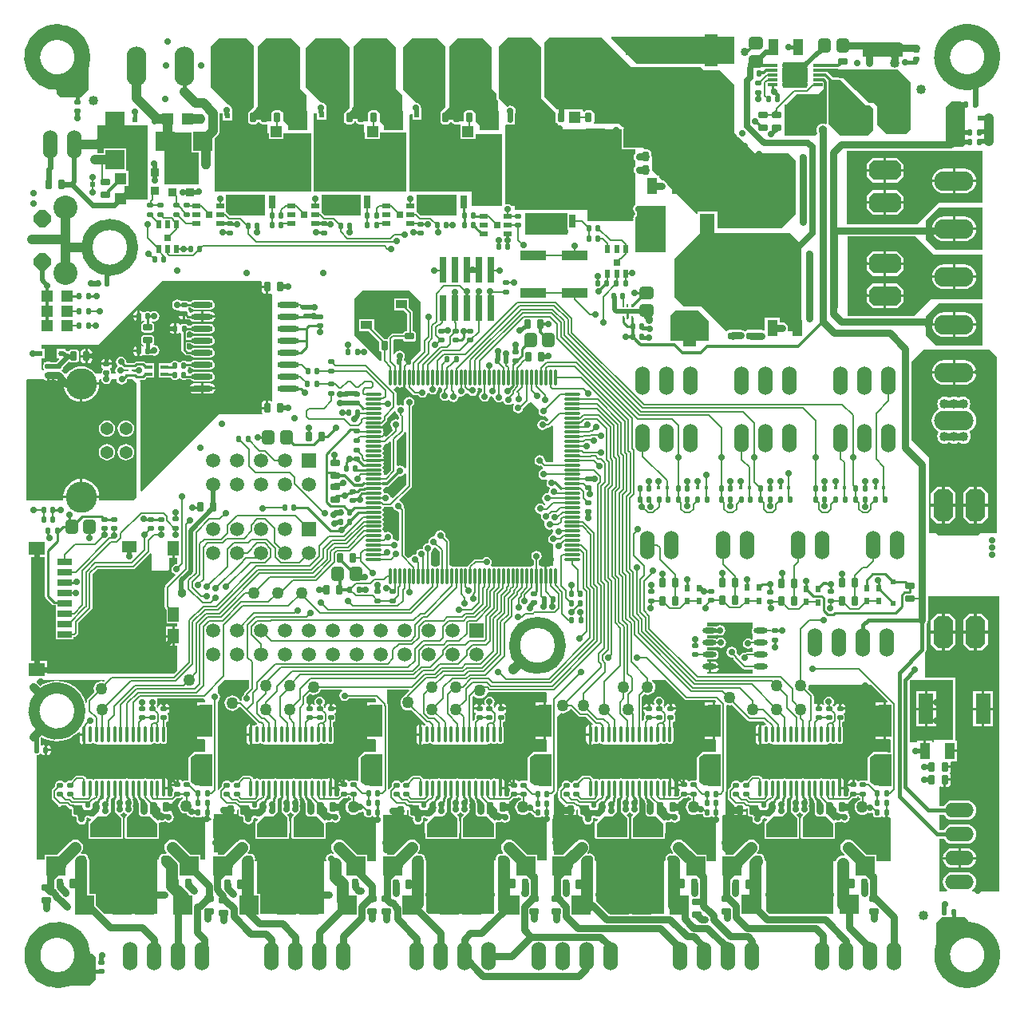
<source format=gtl>
G04 Layer_Physical_Order=1*
G04 Layer_Color=255*
%FSLAX24Y24*%
%MOIN*%
G70*
G01*
G75*
%ADD10C,0.0650*%
%ADD11C,0.0450*%
%ADD12R,0.0551X0.1339*%
%ADD13R,0.0250X0.0250*%
%ADD14R,0.0250X0.0250*%
%ADD15R,0.0591X0.0453*%
%ADD16R,0.0669X0.0551*%
%ADD17R,0.0453X0.0591*%
%ADD18R,0.0591X0.0315*%
%ADD19C,0.0500*%
%ADD20R,0.0118X0.0157*%
%ADD21C,0.0600*%
G04:AMPARAMS|DCode=22|XSize=22mil|YSize=24mil|CornerRadius=4.4mil|HoleSize=0mil|Usage=FLASHONLY|Rotation=270.000|XOffset=0mil|YOffset=0mil|HoleType=Round|Shape=RoundedRectangle|*
%AMROUNDEDRECTD22*
21,1,0.0220,0.0152,0,0,270.0*
21,1,0.0132,0.0240,0,0,270.0*
1,1,0.0088,-0.0076,-0.0066*
1,1,0.0088,-0.0076,0.0066*
1,1,0.0088,0.0076,0.0066*
1,1,0.0088,0.0076,-0.0066*
%
%ADD22ROUNDEDRECTD22*%
G04:AMPARAMS|DCode=23|XSize=29.1mil|YSize=39.4mil|CornerRadius=5.8mil|HoleSize=0mil|Usage=FLASHONLY|Rotation=0.000|XOffset=0mil|YOffset=0mil|HoleType=Round|Shape=RoundedRectangle|*
%AMROUNDEDRECTD23*
21,1,0.0291,0.0277,0,0,0.0*
21,1,0.0175,0.0394,0,0,0.0*
1,1,0.0117,0.0087,-0.0139*
1,1,0.0117,-0.0087,-0.0139*
1,1,0.0117,-0.0087,0.0139*
1,1,0.0117,0.0087,0.0139*
%
%ADD23ROUNDEDRECTD23*%
G04:AMPARAMS|DCode=24|XSize=29.1mil|YSize=39.4mil|CornerRadius=5.8mil|HoleSize=0mil|Usage=FLASHONLY|Rotation=270.000|XOffset=0mil|YOffset=0mil|HoleType=Round|Shape=RoundedRectangle|*
%AMROUNDEDRECTD24*
21,1,0.0291,0.0277,0,0,270.0*
21,1,0.0175,0.0394,0,0,270.0*
1,1,0.0117,-0.0139,-0.0087*
1,1,0.0117,-0.0139,0.0087*
1,1,0.0117,0.0139,0.0087*
1,1,0.0117,0.0139,-0.0087*
%
%ADD24ROUNDEDRECTD24*%
G04:AMPARAMS|DCode=25|XSize=22mil|YSize=24mil|CornerRadius=4.4mil|HoleSize=0mil|Usage=FLASHONLY|Rotation=180.000|XOffset=0mil|YOffset=0mil|HoleType=Round|Shape=RoundedRectangle|*
%AMROUNDEDRECTD25*
21,1,0.0220,0.0152,0,0,180.0*
21,1,0.0132,0.0240,0,0,180.0*
1,1,0.0088,-0.0066,0.0076*
1,1,0.0088,0.0066,0.0076*
1,1,0.0088,0.0066,-0.0076*
1,1,0.0088,-0.0066,-0.0076*
%
%ADD25ROUNDEDRECTD25*%
G04:AMPARAMS|DCode=26|XSize=52mil|YSize=60mil|CornerRadius=13mil|HoleSize=0mil|Usage=FLASHONLY|Rotation=0.000|XOffset=0mil|YOffset=0mil|HoleType=Round|Shape=RoundedRectangle|*
%AMROUNDEDRECTD26*
21,1,0.0520,0.0340,0,0,0.0*
21,1,0.0260,0.0600,0,0,0.0*
1,1,0.0260,0.0130,-0.0170*
1,1,0.0260,-0.0130,-0.0170*
1,1,0.0260,-0.0130,0.0170*
1,1,0.0260,0.0130,0.0170*
%
%ADD26ROUNDEDRECTD26*%
%ADD27R,0.0433X0.0669*%
G04:AMPARAMS|DCode=28|XSize=52mil|YSize=60mil|CornerRadius=13mil|HoleSize=0mil|Usage=FLASHONLY|Rotation=270.000|XOffset=0mil|YOffset=0mil|HoleType=Round|Shape=RoundedRectangle|*
%AMROUNDEDRECTD28*
21,1,0.0520,0.0340,0,0,270.0*
21,1,0.0260,0.0600,0,0,270.0*
1,1,0.0260,-0.0170,-0.0130*
1,1,0.0260,-0.0170,0.0130*
1,1,0.0260,0.0170,0.0130*
1,1,0.0260,0.0170,-0.0130*
%
%ADD28ROUNDEDRECTD28*%
%ADD29R,0.0480X0.0480*%
%ADD30R,0.0790X0.0790*%
%ADD31R,0.0240X0.0240*%
%ADD32R,0.0790X0.0790*%
%ADD33R,0.0240X0.0240*%
%ADD34R,0.0480X0.0480*%
%ADD35R,0.1260X0.0630*%
%ADD36R,0.0630X0.1260*%
%ADD37R,0.0200X0.0280*%
%ADD38R,0.0128X0.0106*%
G04:AMPARAMS|DCode=39|XSize=40mil|YSize=40mil|CornerRadius=20mil|HoleSize=0mil|Usage=FLASHONLY|Rotation=0.000|XOffset=0mil|YOffset=0mil|HoleType=Round|Shape=RoundedRectangle|*
%AMROUNDEDRECTD39*
21,1,0.0400,0.0000,0,0,0.0*
21,1,0.0000,0.0400,0,0,0.0*
1,1,0.0400,0.0000,0.0000*
1,1,0.0400,0.0000,0.0000*
1,1,0.0400,0.0000,0.0000*
1,1,0.0400,0.0000,0.0000*
%
%ADD39ROUNDEDRECTD39*%
G04:AMPARAMS|DCode=40|XSize=40mil|YSize=40mil|CornerRadius=20mil|HoleSize=0mil|Usage=FLASHONLY|Rotation=90.000|XOffset=0mil|YOffset=0mil|HoleType=Round|Shape=RoundedRectangle|*
%AMROUNDEDRECTD40*
21,1,0.0400,0.0000,0,0,90.0*
21,1,0.0000,0.0400,0,0,90.0*
1,1,0.0400,0.0000,0.0000*
1,1,0.0400,0.0000,0.0000*
1,1,0.0400,0.0000,0.0000*
1,1,0.0400,0.0000,0.0000*
%
%ADD40ROUNDEDRECTD40*%
%ADD41C,0.0394*%
%ADD42R,0.0295X0.1102*%
%ADD43R,0.1673X0.0465*%
%ADD44R,0.0354X0.0157*%
%ADD45R,0.0280X0.0560*%
%ADD46R,0.1970X0.1700*%
%ADD47R,0.1299X0.0354*%
%ADD48R,0.0354X0.1299*%
%ADD49R,0.1102X0.0394*%
%ADD50O,0.0709X0.0118*%
%ADD51O,0.0118X0.0709*%
%ADD52R,0.0551X0.0197*%
%ADD53R,0.0110X0.0157*%
%ADD54R,0.0402X0.0118*%
G04:AMPARAMS|DCode=55|XSize=105mil|YSize=105mil|CornerRadius=26.3mil|HoleSize=0mil|Usage=FLASHONLY|Rotation=0.000|XOffset=0mil|YOffset=0mil|HoleType=Round|Shape=RoundedRectangle|*
%AMROUNDEDRECTD55*
21,1,0.1050,0.0525,0,0,0.0*
21,1,0.0525,0.1050,0,0,0.0*
1,1,0.0525,0.0263,-0.0263*
1,1,0.0525,-0.0263,-0.0263*
1,1,0.0525,-0.0263,0.0263*
1,1,0.0525,0.0263,0.0263*
%
%ADD55ROUNDEDRECTD55*%
%ADD56O,0.0906X0.0236*%
%ADD57O,0.0591X0.0236*%
%ADD58R,0.0236X0.0335*%
%ADD59R,0.0335X0.0236*%
%ADD60R,0.0472X0.0354*%
%ADD61O,0.0138X0.0669*%
%ADD62R,0.2055X0.1220*%
%ADD63R,0.0360X0.0320*%
%ADD64R,0.0320X0.0360*%
%ADD65C,0.0080*%
%ADD66C,0.0200*%
%ADD67C,0.0290*%
%ADD68C,0.0500*%
%ADD69C,0.0240*%
%ADD70C,0.0100*%
%ADD71C,0.0390*%
%ADD72C,0.0160*%
%ADD73C,0.0300*%
%ADD74C,0.0120*%
%ADD75C,0.0070*%
%ADD76C,0.0180*%
%ADD77C,0.0150*%
%ADD78C,0.0250*%
%ADD79C,0.0220*%
%ADD80C,0.0400*%
%ADD81C,0.0320*%
%ADD82C,0.0140*%
%ADD83R,0.0591X0.0591*%
%ADD84C,0.0591*%
%ADD85O,0.0600X0.1200*%
G04:AMPARAMS|DCode=86|XSize=133mil|YSize=83mil|CornerRadius=0mil|HoleSize=0mil|Usage=FLASHONLY|Rotation=180.000|XOffset=0mil|YOffset=0mil|HoleType=Round|Shape=Octagon|*
%AMOCTAGOND86*
4,1,8,-0.0665,0.0208,-0.0665,-0.0208,-0.0458,-0.0415,0.0458,-0.0415,0.0665,-0.0208,0.0665,0.0208,0.0458,0.0415,-0.0458,0.0415,-0.0665,0.0208,0.0*
%
%ADD86OCTAGOND86*%

G04:AMPARAMS|DCode=87|XSize=133mil|YSize=83mil|CornerRadius=0mil|HoleSize=0mil|Usage=FLASHONLY|Rotation=270.000|XOffset=0mil|YOffset=0mil|HoleType=Round|Shape=Octagon|*
%AMOCTAGOND87*
4,1,8,-0.0208,-0.0665,0.0208,-0.0665,0.0415,-0.0458,0.0415,0.0458,0.0208,0.0665,-0.0208,0.0665,-0.0415,0.0458,-0.0415,-0.0458,-0.0208,-0.0665,0.0*
%
%ADD87OCTAGOND87*%

%ADD88O,0.0825X0.1650*%
%ADD89C,0.1305*%
%ADD90C,0.0540*%
%ADD91C,0.1000*%
%ADD92P,0.0758X8X292.5*%
%ADD93O,0.1650X0.0825*%
%ADD94O,0.1200X0.0600*%
%ADD95C,0.0290*%
%ADD96C,0.0380*%
%ADD97C,0.0500*%
%ADD98C,0.0400*%
%ADD99C,0.0340*%
%ADD100C,0.0300*%
G36*
X14890Y8590D02*
X14360D01*
X14280Y8670D01*
X14170Y8780D01*
Y9710D01*
X14350Y9890D01*
X14890D01*
Y8590D01*
D02*
G37*
G36*
X21950D02*
X21420D01*
X21340Y8670D01*
X21230Y8780D01*
Y9710D01*
X21410Y9890D01*
X21950D01*
Y8590D01*
D02*
G37*
G36*
X7790D02*
X7260D01*
X7180Y8670D01*
X7122Y8728D01*
X7122Y8731D01*
X7090Y8779D01*
X7070Y8792D01*
Y9710D01*
X7250Y9890D01*
X7790D01*
Y8590D01*
D02*
G37*
G36*
X10400Y8068D02*
X10396Y8049D01*
Y8046D01*
X10385Y8035D01*
X10364Y8031D01*
X10283Y7977D01*
X10229Y7896D01*
X10210Y7800D01*
X10229Y7704D01*
X10234Y7697D01*
X10205Y7505D01*
X10030Y7330D01*
X9921Y7278D01*
X9909Y7283D01*
X9896Y7290D01*
X9891Y7290D01*
X9886Y7292D01*
X9873D01*
X9816Y7304D01*
X9794Y7318D01*
X9758Y7333D01*
X9718D01*
X9703Y7327D01*
X9681Y7318D01*
X9681Y7318D01*
X9638Y7289D01*
X9610Y7261D01*
X9594Y7224D01*
Y7224D01*
Y7184D01*
X9595Y7180D01*
X9586Y7136D01*
X9576Y7120D01*
X9384D01*
X9374Y7136D01*
X9365Y7180D01*
X9369Y7201D01*
Y7206D01*
X9370Y7211D01*
X9369Y7226D01*
Y7241D01*
X9367Y7245D01*
X9366Y7250D01*
X9359Y7263D01*
X9354Y7277D01*
X9350Y7281D01*
X9348Y7285D01*
X9307Y7335D01*
X9303Y7339D01*
X9300Y7343D01*
X9287Y7351D01*
X9276Y7361D01*
X9271Y7362D01*
X9267Y7365D01*
X9252Y7368D01*
X9238Y7372D01*
X9233Y7372D01*
X9228Y7373D01*
X9210D01*
X9190Y7377D01*
X9181Y7382D01*
X9176Y7391D01*
X9171Y7411D01*
Y7572D01*
X9170Y7579D01*
X9170Y7587D01*
X9166Y7599D01*
X9164Y7611D01*
X9159Y7617D01*
X9157Y7625D01*
X9148Y7634D01*
X9142Y7644D01*
X9140Y7645D01*
Y7750D01*
X9141Y7751D01*
X9513D01*
Y7724D01*
X9524Y7668D01*
X9556Y7620D01*
X9604Y7588D01*
X9660Y7577D01*
X9792D01*
X9848Y7588D01*
X9896Y7620D01*
X9928Y7668D01*
X9939Y7724D01*
Y7814D01*
X10012Y7887D01*
X10020D01*
X10073Y7898D01*
X10117Y7928D01*
X10180Y7990D01*
X10189Y7996D01*
X10219Y8041D01*
X10229Y8094D01*
Y8104D01*
X10251Y8136D01*
X10252Y8142D01*
X10280Y8170D01*
X10400D01*
Y8068D01*
D02*
G37*
G36*
X40847Y4160D02*
X39709D01*
X39694Y4210D01*
X39765Y4265D01*
X39829Y4348D01*
X39870Y4446D01*
X39883Y4550D01*
X39870Y4654D01*
X39829Y4752D01*
X39765Y4835D01*
X39682Y4899D01*
X39584Y4940D01*
X39480Y4953D01*
X38880D01*
X38776Y4940D01*
X38678Y4899D01*
X38595Y4835D01*
X38531Y4752D01*
X38490Y4654D01*
X38477Y4550D01*
X38490Y4446D01*
X38531Y4348D01*
X38595Y4265D01*
X38666Y4210D01*
X38651Y4160D01*
X38350D01*
Y6366D01*
X38523D01*
X38531Y6348D01*
X38595Y6265D01*
X38678Y6201D01*
X38776Y6160D01*
X38880Y6147D01*
X39480D01*
X39584Y6160D01*
X39682Y6201D01*
X39765Y6265D01*
X39829Y6348D01*
X39870Y6446D01*
X39883Y6550D01*
X39870Y6654D01*
X39829Y6752D01*
X39765Y6835D01*
X39682Y6899D01*
X39584Y6940D01*
X39480Y6953D01*
X38880D01*
X38776Y6940D01*
X38678Y6899D01*
X38595Y6835D01*
X38531Y6752D01*
X38523Y6734D01*
X38350D01*
Y7366D01*
X38523D01*
X38531Y7348D01*
X38595Y7265D01*
X38678Y7201D01*
X38776Y7160D01*
X38880Y7147D01*
X39480D01*
X39584Y7160D01*
X39682Y7201D01*
X39765Y7265D01*
X39829Y7348D01*
X39870Y7446D01*
X39883Y7550D01*
X39870Y7654D01*
X39829Y7752D01*
X39765Y7835D01*
X39682Y7899D01*
X39584Y7940D01*
X39480Y7953D01*
X38880D01*
X38776Y7940D01*
X38678Y7899D01*
X38595Y7835D01*
X38531Y7752D01*
X38523Y7734D01*
X38350D01*
Y8511D01*
X38400Y8538D01*
X38409Y8532D01*
X38470Y8520D01*
X38508D01*
Y8820D01*
X38558D01*
Y8870D01*
X38806D01*
Y8959D01*
X38794Y9020D01*
X38759Y9073D01*
Y9107D01*
X38794Y9160D01*
X38806Y9221D01*
Y9310D01*
X38558D01*
Y9410D01*
X38806D01*
Y9499D01*
X38799Y9535D01*
X38833Y9585D01*
X39088D01*
Y9970D01*
X38772D01*
Y10070D01*
X39088D01*
Y10455D01*
X39000D01*
Y13100D01*
X37750D01*
Y14123D01*
X37785Y14175D01*
X37799Y14245D01*
Y15305D01*
X37850Y15382D01*
X37870Y15480D01*
Y16400D01*
Y16500D01*
X40847D01*
Y4160D01*
D02*
G37*
G36*
X28700Y27990D02*
Y27150D01*
X27100D01*
Y27650D01*
X27100Y28220D01*
X27290Y28410D01*
X28280Y28410D01*
X28700Y27990D01*
D02*
G37*
G36*
X16670Y28780D02*
Y27180D01*
Y26730D01*
X16250Y26310D01*
X15965D01*
Y26356D01*
X15963Y26366D01*
Y26402D01*
X15993Y26446D01*
X16009Y26530D01*
X15993Y26614D01*
X15945Y26685D01*
X15874Y26733D01*
X15790Y26749D01*
X15706Y26733D01*
X15635Y26685D01*
X15587Y26614D01*
X15582Y26587D01*
X15532Y26592D01*
Y27194D01*
X15564Y27226D01*
X15946D01*
X15951Y27200D01*
X15979Y27158D01*
X16021Y27129D01*
X16071Y27120D01*
X16349D01*
X16399Y27129D01*
X16441Y27158D01*
X16469Y27200D01*
X16479Y27250D01*
Y27425D01*
X16469Y27475D01*
X16441Y27518D01*
X16399Y27546D01*
X16349Y27556D01*
X16337D01*
Y28327D01*
X16328Y28370D01*
X16304Y28406D01*
X16304Y28406D01*
X16185Y28525D01*
Y28920D01*
X15572D01*
Y28426D01*
X15967D01*
X16112Y28280D01*
Y27556D01*
X16071D01*
X16021Y27546D01*
X15979Y27518D01*
X15951Y27475D01*
X15946Y27450D01*
X15518D01*
X15518Y27450D01*
X15475Y27441D01*
X15438Y27417D01*
X15438Y27417D01*
X15341Y27319D01*
X15316Y27283D01*
X15311Y27254D01*
X15307Y27240D01*
X15258Y27218D01*
X15250Y27219D01*
X15168D01*
X14728Y27659D01*
Y28054D01*
X14115D01*
Y27560D01*
X14510D01*
X14950Y27120D01*
X14944Y27089D01*
Y26811D01*
X14954Y26761D01*
X14982Y26719D01*
X15025Y26691D01*
X15050Y26686D01*
Y26310D01*
X14970D01*
X14445Y26835D01*
X14445Y26835D01*
X14445Y26835D01*
X14300Y26980D01*
X13900Y27380D01*
Y28890D01*
X14250Y29240D01*
X16210D01*
X16670Y28780D01*
D02*
G37*
G36*
X36150Y8590D02*
X35620D01*
X35540Y8670D01*
X35430Y8780D01*
Y9710D01*
X35610Y9890D01*
X36150D01*
Y8590D01*
D02*
G37*
G36*
X32580Y31170D02*
Y27910D01*
X32220Y27550D01*
X32033D01*
X32004Y27600D01*
X32020Y27680D01*
X32001Y27776D01*
X31947Y27857D01*
X31866Y27911D01*
X31770Y27930D01*
X31675D01*
Y28115D01*
X31042D01*
Y27606D01*
X30998Y27583D01*
X30986Y27591D01*
X30890Y27610D01*
X30625D01*
X30619Y27611D01*
X30485D01*
X30480Y27612D01*
X30475Y27611D01*
X30341D01*
X30280Y27599D01*
X30227Y27564D01*
X30219Y27552D01*
X30146Y27601D01*
X30050Y27620D01*
X29708D01*
X29664Y27611D01*
X29561D01*
X29500Y27599D01*
X29447Y27564D01*
X29437Y27563D01*
X28420Y28580D01*
X27680Y28580D01*
X27260Y29000D01*
Y30580D01*
X28330Y31650D01*
X32100D01*
X32580Y31170D01*
D02*
G37*
G36*
X29020Y8590D02*
X28490D01*
X28410Y8670D01*
X28300Y8780D01*
Y9710D01*
X28480Y9890D01*
X29020D01*
Y8590D01*
D02*
G37*
G36*
X26817Y7740D02*
X26949Y7608D01*
Y7551D01*
X26961Y7490D01*
X26996Y7437D01*
X27049Y7402D01*
X27111Y7390D01*
X27167D01*
X27167Y7390D01*
X27289D01*
X27338Y7388D01*
X27346Y7370D01*
X27347Y7366D01*
Y7290D01*
X27387Y7250D01*
X27340Y7150D01*
X27331Y7144D01*
X27287Y7135D01*
X27243Y7144D01*
X27201Y7171D01*
X27201Y7171D01*
X27165Y7187D01*
X27125D01*
X27088Y7171D01*
X27088Y7171D01*
X27061Y7154D01*
X27017Y7145D01*
X26967Y7155D01*
X26950D01*
X26934Y7156D01*
X26931Y7155D01*
X26927D01*
X26912Y7149D01*
X26896Y7143D01*
X26857Y7121D01*
X26848Y7113D01*
X26842Y7109D01*
X26684Y7267D01*
X26684Y7267D01*
X26684Y7267D01*
X26579Y7372D01*
X26546Y7394D01*
X26527Y7398D01*
X26527Y7830D01*
X26817D01*
Y7740D01*
D02*
G37*
G36*
X33906D02*
X34038Y7608D01*
Y7551D01*
X34050Y7490D01*
X34085Y7437D01*
X34137Y7402D01*
X34199Y7390D01*
X34256D01*
X34256Y7390D01*
X34377D01*
X34427Y7388D01*
X34434Y7370D01*
X34436Y7366D01*
Y7290D01*
X34476Y7250D01*
X34429Y7150D01*
X34420Y7144D01*
X34376Y7135D01*
X34332Y7144D01*
X34290Y7171D01*
X34290Y7171D01*
X34253Y7187D01*
X34213D01*
X34177Y7171D01*
X34177Y7171D01*
X34150Y7154D01*
X34106Y7145D01*
X34055Y7155D01*
X34039D01*
X34023Y7156D01*
X34019Y7155D01*
X34015D01*
X34000Y7149D01*
X33985Y7143D01*
X33946Y7121D01*
X33936Y7113D01*
X33931Y7109D01*
X33773Y7267D01*
X33773Y7267D01*
X33773Y7267D01*
X33668Y7372D01*
X33635Y7394D01*
X33616Y7398D01*
X33616Y7830D01*
X33906D01*
Y7740D01*
D02*
G37*
G36*
X19721D02*
X19863Y7598D01*
Y7561D01*
X19875Y7500D01*
X19910Y7447D01*
X19963Y7412D01*
X20024Y7400D01*
X20061D01*
X20071Y7390D01*
X20246D01*
X20251Y7377D01*
Y7290D01*
X20291Y7250D01*
X20241Y7143D01*
X20201Y7135D01*
X20157Y7144D01*
X20115Y7171D01*
X20115Y7171D01*
X20079Y7187D01*
X20039D01*
X20002Y7171D01*
X20002Y7171D01*
X19975Y7154D01*
X19931Y7145D01*
X19881Y7155D01*
X19864D01*
X19848Y7156D01*
X19845Y7155D01*
X19841D01*
X19826Y7149D01*
X19810Y7143D01*
X19772Y7121D01*
X19762Y7113D01*
X19755Y7109D01*
X19492Y7372D01*
X19459Y7394D01*
X19431Y7400D01*
X19431Y7830D01*
X19721D01*
Y7740D01*
D02*
G37*
G36*
X5661D02*
X5803Y7598D01*
Y7551D01*
X5816Y7490D01*
X5851Y7437D01*
X5903Y7402D01*
X5965Y7390D01*
X6011D01*
X6011Y7390D01*
X6191D01*
Y7290D01*
X6231Y7250D01*
X6181Y7143D01*
X6141Y7135D01*
X6097Y7144D01*
X6056Y7171D01*
X6056Y7171D01*
X6019Y7187D01*
X5979D01*
X5942Y7171D01*
X5942Y7171D01*
X5916Y7154D01*
X5871Y7145D01*
X5821Y7155D01*
X5805D01*
X5788Y7156D01*
X5785Y7155D01*
X5781D01*
X5766Y7149D01*
X5751Y7143D01*
X5712Y7121D01*
X5702Y7113D01*
X5696Y7109D01*
X5539Y7267D01*
X5538Y7267D01*
X5538Y7267D01*
X5434Y7372D01*
X5400Y7394D01*
X5371Y7400D01*
X5371Y7830D01*
X5661D01*
Y7740D01*
D02*
G37*
G36*
X12630D02*
X12772Y7598D01*
Y7551D01*
X12784Y7490D01*
X12819Y7437D01*
X12872Y7402D01*
X12933Y7390D01*
X12980D01*
X12980Y7390D01*
X13160D01*
Y7290D01*
X13200Y7250D01*
X13150Y7143D01*
X13110Y7135D01*
X13066Y7144D01*
X13024Y7171D01*
X13024Y7171D01*
X12987Y7187D01*
X12948D01*
X12911Y7171D01*
X12911Y7171D01*
X12884Y7154D01*
X12840Y7145D01*
X12789Y7155D01*
X12773D01*
X12757Y7156D01*
X12753Y7155D01*
X12750D01*
X12735Y7149D01*
X12719Y7143D01*
X12680Y7121D01*
X12670Y7113D01*
X12665Y7109D01*
X12507Y7267D01*
X12507Y7267D01*
X12507Y7267D01*
X12402Y7372D01*
X12369Y7394D01*
X12340Y7400D01*
X12340Y7830D01*
X12630D01*
Y7740D01*
D02*
G37*
G36*
X38090Y30740D02*
X40140Y30740D01*
Y28935D01*
X40105Y28900D01*
X37960Y28900D01*
X37260Y28200D01*
X34500D01*
Y31510D01*
X37320D01*
X38090Y30740D01*
D02*
G37*
G36*
X31676Y8111D02*
X31674Y8108D01*
X31662Y8049D01*
Y8037D01*
X31630Y8031D01*
X31549Y7977D01*
X31495Y7896D01*
X31476Y7800D01*
X31495Y7704D01*
X31508Y7685D01*
X31500Y7634D01*
X31495Y7626D01*
X31476Y7530D01*
X31481Y7505D01*
X31481Y7505D01*
X31306Y7330D01*
X31200Y7280D01*
X31188Y7285D01*
X31174Y7292D01*
X31169Y7293D01*
X31165Y7295D01*
X31150D01*
X31135Y7296D01*
X31130Y7295D01*
X31127D01*
X31082Y7304D01*
X31067Y7313D01*
X31067Y7313D01*
X31030Y7328D01*
X30991D01*
X30954Y7313D01*
X30954Y7313D01*
X30909Y7283D01*
X30909Y7283D01*
X30881Y7255D01*
D01*
X30881Y7255D01*
X30872Y7233D01*
X30866Y7218D01*
Y7218D01*
Y7182D01*
X30856Y7136D01*
X30846Y7120D01*
X30654D01*
X30644Y7136D01*
X30635Y7180D01*
X30639Y7201D01*
Y7206D01*
X30640Y7211D01*
X30639Y7226D01*
Y7241D01*
X30637Y7245D01*
X30636Y7250D01*
X30629Y7263D01*
X30624Y7277D01*
X30620Y7281D01*
X30618Y7285D01*
X30577Y7335D01*
X30573Y7339D01*
X30570Y7343D01*
X30557Y7351D01*
X30546Y7361D01*
X30541Y7362D01*
X30537Y7365D01*
X30522Y7368D01*
X30508Y7372D01*
X30503Y7372D01*
X30498Y7373D01*
X30476D01*
X30456Y7377D01*
X30447Y7382D01*
X30441Y7391D01*
X30437Y7411D01*
Y7631D01*
X30429Y7670D01*
X30416Y7691D01*
Y7750D01*
X30416Y7751D01*
X30779D01*
Y7694D01*
X30790Y7638D01*
X30822Y7590D01*
X30870Y7558D01*
X30926Y7547D01*
X31058D01*
X31114Y7558D01*
X31162Y7590D01*
X31193Y7638D01*
X31205Y7694D01*
Y7814D01*
X31278Y7887D01*
X31286D01*
X31338Y7898D01*
X31383Y7928D01*
X31446Y7990D01*
X31455Y7996D01*
X31484Y8041D01*
X31495Y8094D01*
Y8104D01*
X31505Y8119D01*
X31556Y8170D01*
X31676D01*
Y8111D01*
D02*
G37*
G36*
X24577Y8068D02*
X24573Y8049D01*
Y8046D01*
X24562Y8035D01*
X24542Y8031D01*
X24461Y7977D01*
X24406Y7896D01*
X24387Y7800D01*
X24406Y7704D01*
X24411Y7697D01*
X24382Y7505D01*
X24207Y7330D01*
X24106Y7282D01*
X24099Y7285D01*
X24086Y7292D01*
X24081Y7293D01*
X24076Y7295D01*
X24061D01*
X24046Y7296D01*
X24041Y7295D01*
X24038D01*
X23993Y7304D01*
X23973Y7317D01*
X23973Y7317D01*
X23937Y7332D01*
X23897D01*
X23860Y7317D01*
X23816Y7287D01*
X23788Y7259D01*
X23773Y7222D01*
Y7183D01*
X23775Y7170D01*
X23766Y7126D01*
X23763Y7120D01*
X23557D01*
X23554Y7126D01*
X23545Y7170D01*
X23551Y7201D01*
Y7204D01*
X23552Y7207D01*
X23551Y7224D01*
Y7241D01*
X23550Y7243D01*
X23550Y7246D01*
X23542Y7262D01*
X23536Y7277D01*
X23534Y7279D01*
X23532Y7282D01*
X23494Y7332D01*
X23489Y7337D01*
X23485Y7343D01*
X23474Y7350D01*
X23465Y7359D01*
X23458Y7361D01*
X23452Y7365D01*
X23439Y7367D01*
X23427Y7372D01*
X23420Y7371D01*
X23413Y7373D01*
X23388D01*
X23367Y7377D01*
X23359Y7382D01*
X23353Y7391D01*
X23349Y7411D01*
Y7572D01*
X23347Y7579D01*
X23348Y7586D01*
X23343Y7598D01*
X23341Y7611D01*
X23337Y7617D01*
X23335Y7624D01*
X23326Y7633D01*
X23319Y7644D01*
X23317Y7645D01*
Y7750D01*
X23318Y7751D01*
X23690D01*
Y7694D01*
X23702Y7638D01*
X23733Y7590D01*
X23781Y7558D01*
X23837Y7547D01*
X23969D01*
X24025Y7558D01*
X24073Y7590D01*
X24105Y7638D01*
X24116Y7694D01*
Y7814D01*
X24189Y7887D01*
X24197D01*
X24250Y7898D01*
X24295Y7928D01*
X24357Y7990D01*
X24366Y7996D01*
X24396Y8041D01*
X24406Y8094D01*
Y8104D01*
X24428Y8136D01*
X24429Y8142D01*
X24457Y8170D01*
X24577D01*
Y8068D01*
D02*
G37*
G36*
X3441Y8111D02*
X3439Y8108D01*
X3428Y8049D01*
Y8037D01*
X3396Y8031D01*
X3315Y7977D01*
X3261Y7896D01*
X3242Y7800D01*
X3261Y7704D01*
X3274Y7685D01*
X3266Y7634D01*
X3261Y7626D01*
X3242Y7530D01*
X3246Y7505D01*
X3246Y7505D01*
X3071Y7330D01*
X2966Y7280D01*
X2953Y7285D01*
X2940Y7292D01*
X2935Y7293D01*
X2930Y7295D01*
X2915D01*
X2900Y7296D01*
X2896Y7295D01*
X2892D01*
X2847Y7304D01*
X2818Y7323D01*
X2818Y7323D01*
X2781Y7338D01*
X2741D01*
X2705Y7323D01*
X2705Y7323D01*
X2664Y7296D01*
X2636Y7268D01*
X2621Y7231D01*
Y7231D01*
Y7192D01*
X2625Y7170D01*
X2616Y7126D01*
X2613Y7120D01*
X2407D01*
X2404Y7126D01*
X2395Y7170D01*
X2401Y7201D01*
Y7204D01*
X2402Y7207D01*
X2401Y7224D01*
Y7241D01*
X2400Y7243D01*
X2400Y7246D01*
X2392Y7262D01*
X2386Y7277D01*
X2384Y7279D01*
X2382Y7282D01*
X2344Y7332D01*
X2339Y7337D01*
X2335Y7343D01*
X2324Y7350D01*
X2315Y7359D01*
X2308Y7361D01*
X2302Y7365D01*
X2289Y7367D01*
X2277Y7372D01*
X2270Y7371D01*
X2263Y7373D01*
X2242D01*
X2221Y7377D01*
X2213Y7382D01*
X2207Y7391D01*
X2203Y7411D01*
Y7572D01*
X2202Y7579D01*
X2202Y7586D01*
X2198Y7598D01*
X2195Y7611D01*
X2191Y7617D01*
X2189Y7624D01*
X2181Y7632D01*
Y7750D01*
X2182Y7751D01*
X2545D01*
Y7694D01*
X2556Y7638D01*
X2588Y7590D01*
X2635Y7558D01*
X2691Y7547D01*
X2823D01*
X2880Y7558D01*
X2927Y7590D01*
X2959Y7638D01*
X2970Y7694D01*
Y7814D01*
X3044Y7887D01*
X3051D01*
X3104Y7898D01*
X3149Y7928D01*
X3212Y7990D01*
X3220Y7996D01*
X3250Y8041D01*
X3261Y8094D01*
Y8104D01*
X3270Y8119D01*
X3321Y8170D01*
X3441D01*
Y8111D01*
D02*
G37*
G36*
X17501D02*
X17499Y8108D01*
X17487Y8049D01*
Y8037D01*
X17456Y8031D01*
X17375Y7977D01*
X17320Y7896D01*
X17301Y7800D01*
X17320Y7704D01*
X17334Y7685D01*
X17326Y7634D01*
X17320Y7626D01*
X17301Y7530D01*
X17306Y7505D01*
X17306Y7505D01*
X17190Y7389D01*
X17165Y7372D01*
X17116Y7323D01*
X17016Y7275D01*
X17014Y7277D01*
X17000Y7283D01*
X16987Y7290D01*
X16982Y7290D01*
X16978Y7292D01*
X16965D01*
X16907Y7304D01*
X16878Y7323D01*
X16841Y7338D01*
X16802D01*
X16765Y7323D01*
D01*
X16765Y7323D01*
X16724Y7296D01*
X16710Y7282D01*
X16696Y7268D01*
X16696Y7268D01*
D01*
X16694Y7261D01*
X16681Y7231D01*
Y7231D01*
Y7191D01*
Y7191D01*
X16681Y7191D01*
X16685Y7170D01*
X16676Y7126D01*
X16673Y7120D01*
X16467D01*
X16464Y7126D01*
X16455Y7170D01*
X16459Y7191D01*
Y7196D01*
X16460Y7201D01*
X16459Y7216D01*
Y7231D01*
X16457Y7235D01*
X16456Y7240D01*
X16449Y7253D01*
X16444Y7267D01*
X16440Y7271D01*
X16438Y7275D01*
X16397Y7325D01*
X16393Y7329D01*
X16390Y7333D01*
X16377Y7341D01*
X16366Y7351D01*
X16361Y7352D01*
X16357Y7355D01*
X16342Y7358D01*
X16328Y7362D01*
X16323Y7362D01*
X16318Y7363D01*
X16300D01*
X16280Y7367D01*
X16271Y7372D01*
X16266Y7381D01*
X16261Y7401D01*
Y7562D01*
X16260Y7569D01*
X16260Y7577D01*
X16256Y7589D01*
X16254Y7601D01*
X16249Y7607D01*
X16247Y7615D01*
X16241Y7621D01*
Y7750D01*
X16242Y7751D01*
X16604D01*
Y7694D01*
X16616Y7638D01*
X16647Y7590D01*
X16695Y7558D01*
X16751Y7547D01*
X16883D01*
X16939Y7558D01*
X16987Y7590D01*
X17019Y7638D01*
X17030Y7694D01*
Y7814D01*
X17103Y7887D01*
X17111D01*
X17164Y7898D01*
X17209Y7928D01*
X17271Y7990D01*
X17280Y7996D01*
X17310Y8041D01*
X17320Y8094D01*
Y8104D01*
X17330Y8119D01*
X17381Y8170D01*
X17501D01*
Y8111D01*
D02*
G37*
G36*
X15542Y20184D02*
X15547Y20156D01*
X15595Y20085D01*
X15666Y20037D01*
X15750Y20021D01*
X15783Y19994D01*
Y18836D01*
X15703Y18796D01*
X15664Y18823D01*
X15580Y18839D01*
X15562Y18836D01*
X15560Y18836D01*
X15500Y18905D01*
X15509Y18950D01*
X15493Y19034D01*
X15445Y19105D01*
X15374Y19153D01*
X15290Y19169D01*
X15206Y19153D01*
X15192Y19143D01*
X15120Y19191D01*
X15123Y19207D01*
X15113Y19258D01*
X15085Y19300D01*
Y19311D01*
X15113Y19354D01*
X15123Y19404D01*
X15113Y19454D01*
X15088Y19503D01*
X15113Y19551D01*
X15123Y19601D01*
X15113Y19651D01*
X15085Y19694D01*
Y19705D01*
X15113Y19747D01*
X15123Y19798D01*
X15113Y19848D01*
X15085Y19891D01*
Y19902D01*
X15113Y19944D01*
X15123Y19995D01*
X15113Y20045D01*
X15085Y20088D01*
Y20098D01*
X15113Y20141D01*
X15123Y20191D01*
X15141Y20213D01*
X15415D01*
X15415Y20213D01*
X15453Y20220D01*
X15459Y20221D01*
X15542Y20184D01*
D02*
G37*
G36*
X40750Y26480D02*
X40750Y19110D01*
X40030D01*
X39930Y19010D01*
X38310D01*
X38210Y19110D01*
X37900D01*
Y22250D01*
Y22300D01*
X37700Y22500D01*
X37170Y23030D01*
Y26280D01*
X37670Y26780D01*
X40450D01*
X40750Y26480D01*
D02*
G37*
G36*
X16078Y21590D02*
Y21146D01*
X15506Y20574D01*
X15494Y20575D01*
X15424Y20606D01*
X15413Y20664D01*
X15365Y20735D01*
X15294Y20783D01*
X15210Y20799D01*
X15153Y20788D01*
X15142Y20844D01*
X15106Y20897D01*
X15103Y20913D01*
X15113Y20929D01*
X15123Y20979D01*
X15192Y21043D01*
X15266D01*
X15317Y21053D01*
X15360Y21082D01*
X15784Y21506D01*
X15810Y21501D01*
X15894Y21517D01*
X15965Y21565D01*
X15998Y21614D01*
X16078Y21590D01*
D02*
G37*
G36*
X36186Y12089D02*
X36167Y12043D01*
X36110D01*
Y11924D01*
X36190D01*
Y10624D01*
X36110D01*
Y10504D01*
X36266D01*
X36301Y10469D01*
Y9966D01*
X36217D01*
X36189Y9984D01*
X36150Y9992D01*
X35610D01*
X35571Y9984D01*
X35538Y9962D01*
X35358Y9782D01*
X35336Y9749D01*
X35328Y9710D01*
Y8796D01*
X35292Y8773D01*
X35279Y8770D01*
X35260Y8782D01*
X35216Y8791D01*
X35064D01*
X35020Y8782D01*
X34982Y8757D01*
X34928Y8767D01*
X34920Y8779D01*
X34872Y8811D01*
X34816Y8822D01*
X34790D01*
Y8609D01*
X34740D01*
Y8559D01*
X34517D01*
Y8543D01*
X34528Y8487D01*
X34560Y8439D01*
X34572Y8432D01*
X34582Y8378D01*
X34557Y8340D01*
X34548Y8296D01*
Y8196D01*
X34477Y8126D01*
X34380D01*
X34339Y8176D01*
X34344Y8202D01*
Y8418D01*
X34172D01*
Y8468D01*
X34122D01*
Y8896D01*
X34106Y8893D01*
X34050Y8855D01*
X33988Y8853D01*
X33970Y8865D01*
X33916Y8875D01*
X33862Y8865D01*
X33819Y8836D01*
X33805Y8830D01*
X33772D01*
X33757Y8836D01*
X33715Y8865D01*
X33696Y8868D01*
D01*
X33660Y8875D01*
X33606Y8865D01*
X33599Y8860D01*
X33465D01*
X33459Y8865D01*
X33404Y8875D01*
X33350Y8865D01*
X33343Y8860D01*
X33210D01*
X33203Y8865D01*
X33149Y8875D01*
X33094Y8865D01*
X33088Y8860D01*
X32954D01*
X32947Y8865D01*
X32893Y8875D01*
X32838Y8865D01*
X32832Y8860D01*
X32698D01*
X32691Y8865D01*
X32637Y8875D01*
X32583Y8865D01*
X32576Y8860D01*
X32442D01*
X32435Y8865D01*
X32381Y8875D01*
X32327Y8865D01*
X32320Y8860D01*
X32186D01*
X32179Y8865D01*
X32125Y8875D01*
X32071Y8865D01*
X32064Y8860D01*
X31930D01*
X31923Y8865D01*
X31869Y8875D01*
X31815Y8865D01*
X31808Y8860D01*
X31674D01*
X31667Y8865D01*
X31613Y8875D01*
X31559Y8865D01*
X31552Y8860D01*
X31418D01*
X31411Y8865D01*
X31357Y8875D01*
X31303Y8865D01*
X31296Y8860D01*
X31260Y8836D01*
X31246Y8830D01*
X31213D01*
X31198Y8836D01*
X31162Y8860D01*
X31155Y8865D01*
X31147Y8866D01*
X31101Y8875D01*
X31047Y8865D01*
X31006Y8837D01*
X31005Y8837D01*
X30981Y8842D01*
X30954Y8853D01*
X30949Y8876D01*
X30925Y8912D01*
X30925Y8912D01*
X30887Y8949D01*
X30851Y8974D01*
X30808Y8982D01*
X30808Y8982D01*
X30550D01*
X30550Y8982D01*
X30507Y8974D01*
X30471Y8949D01*
X30291Y8769D01*
X30183D01*
X30138Y8760D01*
X30101Y8735D01*
X30079Y8703D01*
X30052Y8700D01*
X30025Y8703D01*
X30004Y8735D01*
X29966Y8760D01*
X29922Y8769D01*
X29770D01*
X29725Y8760D01*
X29688Y8735D01*
X29662Y8697D01*
X29654Y8653D01*
Y8553D01*
X29536Y8436D01*
X29512Y8400D01*
X29504Y8357D01*
X29504Y8357D01*
Y8078D01*
X29504Y8078D01*
X29512Y8035D01*
X29536Y7999D01*
X29768Y7768D01*
X29768Y7768D01*
X29777Y7761D01*
X29782Y7740D01*
X29769Y7679D01*
Y7590D01*
X30267D01*
Y7621D01*
X30279Y7631D01*
X30279Y7631D01*
X30335D01*
Y7401D01*
X30345Y7351D01*
X30374Y7309D01*
X30416Y7281D01*
X30466Y7271D01*
X30498D01*
X30539Y7221D01*
X30531Y7180D01*
X30547Y7096D01*
X30595Y7025D01*
X30666Y6977D01*
X30750Y6961D01*
X30834Y6977D01*
X30905Y7025D01*
X30953Y7096D01*
X30969Y7180D01*
X30966Y7198D01*
X31011Y7228D01*
X31042Y7207D01*
X31126Y7191D01*
X31145Y7195D01*
X31169Y7148D01*
X31089Y7069D01*
X31026D01*
Y6574D01*
X31040D01*
Y6410D01*
X31046Y6383D01*
X31061Y6360D01*
X31084Y6344D01*
X31112Y6339D01*
X32392D01*
X32419Y6344D01*
X32442Y6360D01*
X32458Y6383D01*
X32463Y6410D01*
Y6574D01*
X32465D01*
Y7069D01*
X32463D01*
Y7220D01*
X32458Y7247D01*
X32442Y7270D01*
X32369Y7344D01*
X32384Y7391D01*
X32414Y7397D01*
X32485Y7445D01*
X32490Y7452D01*
X32540D01*
X32545Y7445D01*
X32616Y7397D01*
X32636Y7394D01*
X32650Y7346D01*
X32575Y7270D01*
X32560Y7247D01*
X32554Y7220D01*
Y7069D01*
X32546D01*
Y6574D01*
X32554D01*
Y6410D01*
X32560Y6383D01*
X32575Y6360D01*
X32598Y6344D01*
X32626Y6339D01*
X33906D01*
X33933Y6344D01*
X33956Y6360D01*
X33972Y6383D01*
X33977Y6410D01*
Y6574D01*
X33985D01*
Y7022D01*
X33997Y7033D01*
X34035Y7055D01*
X34106Y7041D01*
X34190Y7057D01*
X34233Y7087D01*
X34292Y7047D01*
X34376Y7031D01*
X34460Y7047D01*
X34531Y7095D01*
X34578Y7166D01*
X34595Y7250D01*
X34578Y7334D01*
X34575Y7340D01*
X34573Y7341D01*
X34531Y7405D01*
X34527Y7408D01*
X34514Y7476D01*
X34523Y7490D01*
X34535Y7551D01*
Y7640D01*
X34286D01*
Y7740D01*
X34535D01*
Y7829D01*
X34530Y7854D01*
X34525Y7891D01*
X34566Y7910D01*
X34567Y7910D01*
X34603Y7934D01*
X34716Y8048D01*
X34816D01*
X34860Y8057D01*
X34898Y8082D01*
X34913Y8104D01*
X34967D01*
X34982Y8082D01*
X35020Y8057D01*
X35028Y8055D01*
Y7988D01*
X34959Y7960D01*
X34892Y7908D01*
X34840Y7841D01*
X34808Y7764D01*
X34797Y7680D01*
X34808Y7596D01*
X34840Y7519D01*
X34892Y7452D01*
X34959Y7400D01*
X35036Y7368D01*
X35120Y7357D01*
X35204Y7368D01*
X35281Y7400D01*
X35323Y7433D01*
X35344Y7449D01*
X35346Y7447D01*
X35430Y7431D01*
X35514Y7447D01*
X35518Y7450D01*
X35550Y7433D01*
X35568D01*
Y7374D01*
X35577Y7330D01*
X35602Y7292D01*
X35640Y7267D01*
X35684Y7258D01*
X35816D01*
X35860Y7267D01*
X35898Y7292D01*
X35951Y7280D01*
X35957Y7270D01*
X36005Y7238D01*
X36061Y7227D01*
X36077D01*
Y7450D01*
X36177D01*
Y7227D01*
X36193D01*
X36249Y7238D01*
X36251Y7240D01*
X36301Y7213D01*
Y5430D01*
X35746D01*
X35711Y5465D01*
Y5675D01*
X35313D01*
X34759Y6229D01*
X34732Y6250D01*
X34735Y6255D01*
X34719Y6271D01*
X34712Y6265D01*
X34692Y6281D01*
X34614Y6313D01*
X34531Y6324D01*
X34447Y6313D01*
X34369Y6281D01*
X34303Y6229D01*
X34251Y6162D01*
X34219Y6085D01*
X34208Y6001D01*
X34219Y5918D01*
X34251Y5840D01*
X34303Y5773D01*
X34381Y5695D01*
X34357Y5647D01*
X34316Y5653D01*
X34232Y5642D01*
X34154Y5610D01*
X34088Y5558D01*
X34036Y5491D01*
X34011Y5430D01*
X33916D01*
Y3210D01*
X31238D01*
X31096Y3352D01*
Y5430D01*
X31056D01*
X31023Y5480D01*
X31031Y5520D01*
X31014Y5604D01*
X30967Y5675D01*
X30896Y5723D01*
X30812Y5739D01*
X30769Y5731D01*
X30724Y5766D01*
X30721Y5781D01*
X30766Y5840D01*
X30799Y5918D01*
X30810Y6001D01*
X30799Y6085D01*
X30766Y6162D01*
X30715Y6229D01*
X30648Y6281D01*
X30570Y6313D01*
X30487Y6324D01*
X30403Y6313D01*
X30325Y6281D01*
X30259Y6229D01*
X29704Y5675D01*
X29455D01*
X29420Y5710D01*
Y5775D01*
X29391D01*
X29260Y5906D01*
Y7314D01*
X29311Y7365D01*
X29420D01*
Y8297D01*
X29428Y8336D01*
Y11922D01*
X29469Y11949D01*
X29496Y11938D01*
X29580Y11927D01*
X29664Y11938D01*
X29685Y11947D01*
X30332Y11301D01*
X30332Y11301D01*
X30368Y11276D01*
X30411Y11268D01*
X31009D01*
X31109Y11168D01*
X31106Y11152D01*
X31089Y11117D01*
X31047Y11109D01*
X31029Y11097D01*
X30967Y11100D01*
X30911Y11137D01*
X30895Y11140D01*
Y10712D01*
Y10284D01*
X30911Y10287D01*
X30967Y10325D01*
X31029Y10327D01*
X31047Y10315D01*
X31101Y10305D01*
X31155Y10315D01*
X31198Y10344D01*
X31213Y10350D01*
X31246D01*
X31260Y10344D01*
X31303Y10315D01*
X31335Y10309D01*
X31357Y10305D01*
X31360Y10300D01*
X33658D01*
X33660Y10305D01*
X33683Y10309D01*
X33715Y10315D01*
X33757Y10344D01*
X33772Y10350D01*
X33805D01*
X33819Y10344D01*
X33862Y10315D01*
X33916Y10305D01*
X33970Y10315D01*
X34016Y10346D01*
X34019Y10350D01*
X34069D01*
X34072Y10346D01*
X34118Y10315D01*
X34172Y10305D01*
X34226Y10315D01*
X34272Y10346D01*
X34303Y10392D01*
X34314Y10446D01*
Y10978D01*
X34303Y11032D01*
X34284Y11060D01*
Y11231D01*
X34310Y11237D01*
X34348Y11262D01*
X34373Y11300D01*
X34382Y11344D01*
Y11476D01*
X34373Y11520D01*
X34348Y11558D01*
X34360Y11611D01*
X34370Y11617D01*
X34402Y11665D01*
X34413Y11721D01*
Y11737D01*
X34190D01*
Y11787D01*
X34140D01*
Y12000D01*
X34114D01*
X34058Y11989D01*
X34010Y11957D01*
X33978Y11909D01*
X33970Y11870D01*
X33920D01*
X33913Y11900D01*
X33888Y11938D01*
X33887Y11943D01*
X33923Y11996D01*
X33939Y12080D01*
X33923Y12164D01*
X33875Y12235D01*
X33804Y12283D01*
X33720Y12299D01*
X33636Y12283D01*
X33565Y12235D01*
X33517Y12164D01*
X33501Y12080D01*
X33517Y11996D01*
X33535Y11970D01*
X33534Y11968D01*
X33490Y11961D01*
X33473Y11963D01*
X33432Y11991D01*
X33376Y12002D01*
X33350D01*
Y11789D01*
X33250D01*
Y12002D01*
X33224D01*
X33168Y11991D01*
X33142Y11973D01*
X33092Y12000D01*
Y12320D01*
X33092Y12320D01*
X33084Y12363D01*
X33059Y12399D01*
X33059Y12399D01*
X32841Y12617D01*
X32862Y12666D01*
X32873Y12750D01*
X32895Y12776D01*
X35500D01*
X36186Y12089D01*
D02*
G37*
G36*
X16078Y23325D02*
Y21850D01*
X15998Y21826D01*
X15965Y21875D01*
X15894Y21923D01*
X15810Y21939D01*
X15747Y21927D01*
X15667Y21972D01*
Y22994D01*
X15974Y23301D01*
X15974Y23301D01*
X15999Y23337D01*
X16078Y23325D01*
D02*
G37*
G36*
X3462Y13000D02*
X3481Y12955D01*
X3448Y12922D01*
X3424Y12932D01*
X3340Y12943D01*
X3256Y12932D01*
X3179Y12900D01*
X3112Y12848D01*
X3060Y12781D01*
X3028Y12704D01*
X3017Y12620D01*
X3028Y12536D01*
X3049Y12487D01*
X2771Y12209D01*
X2746Y12173D01*
X2738Y12130D01*
X2738Y12130D01*
Y12041D01*
X2688Y12035D01*
X2677Y12079D01*
X2602Y12262D01*
X2498Y12430D01*
X2370Y12580D01*
X2220Y12708D01*
X2052Y12812D01*
X1869Y12887D01*
X1677Y12933D01*
X1480Y12949D01*
X1283Y12933D01*
X1091Y12887D01*
X908Y12812D01*
X779Y12732D01*
X656Y12856D01*
X646Y12863D01*
Y12965D01*
X681Y13000D01*
X3462Y13000D01*
D02*
G37*
G36*
X705Y18124D02*
X988D01*
Y16480D01*
X997Y16433D01*
X1023Y16393D01*
X1273Y16143D01*
X1313Y16117D01*
X1360Y16108D01*
X1431D01*
Y15536D01*
Y15103D01*
Y14670D01*
X2162D01*
Y14785D01*
X2210D01*
X2210Y14785D01*
X2253Y14793D01*
X2289Y14818D01*
X2349Y14878D01*
X2349Y14878D01*
X2374Y14914D01*
X2382Y14957D01*
X2382Y14957D01*
Y15370D01*
X2924Y15912D01*
X2924Y15912D01*
X2949Y15948D01*
X2957Y15991D01*
X2957Y15991D01*
Y17392D01*
X3188Y17623D01*
X4676D01*
X4676Y17623D01*
X4719Y17631D01*
X4755Y17655D01*
X5376Y18276D01*
X5381Y18276D01*
X5426Y18261D01*
Y18106D01*
X5426Y18106D01*
Y17614D01*
X5431Y17586D01*
X5447Y17563D01*
X5470Y17548D01*
X5497Y17542D01*
X6088D01*
X6115Y17548D01*
X6138Y17563D01*
X6154Y17586D01*
X6159Y17614D01*
Y18084D01*
X6304D01*
Y18480D01*
X6404D01*
Y18084D01*
X6502D01*
Y17841D01*
X6486Y17827D01*
X6402Y17811D01*
X6331Y17763D01*
X6284Y17692D01*
X6267Y17608D01*
X6284Y17524D01*
X6331Y17453D01*
X6402Y17406D01*
X6420Y17402D01*
X6434Y17354D01*
X6017Y16937D01*
X5992Y16900D01*
X5984Y16857D01*
X5984Y16857D01*
Y16052D01*
X5984Y16052D01*
X5992Y16009D01*
X6017Y15973D01*
X6057Y15932D01*
Y15359D01*
X6502D01*
Y15214D01*
X6404D01*
Y14818D01*
Y14423D01*
X6502D01*
Y13383D01*
X6379Y13260D01*
X1089D01*
Y13371D01*
X655D01*
Y13421D01*
X605D01*
Y13796D01*
X400D01*
Y18124D01*
X605D01*
Y18499D01*
X705D01*
Y18124D01*
D02*
G37*
G36*
X30551Y15162D02*
X30519Y15113D01*
X30504Y15040D01*
X30519Y14967D01*
X30551Y14918D01*
Y14686D01*
X30520Y14672D01*
X30502Y14668D01*
X30501Y14668D01*
X30434Y14713D01*
X30350Y14729D01*
X30266Y14713D01*
X30195Y14665D01*
X30147Y14594D01*
X30131Y14510D01*
X30147Y14426D01*
X30195Y14355D01*
X30266Y14307D01*
X30350Y14291D01*
X30434Y14307D01*
X30501Y14352D01*
X30520Y14348D01*
X30551Y14334D01*
Y14162D01*
X30545Y14152D01*
X30320D01*
X30277Y14144D01*
X30245Y14122D01*
X30210Y14129D01*
X30126Y14113D01*
X30055Y14065D01*
X30011Y14000D01*
X29989Y13998D01*
X29959Y14005D01*
X29959Y14008D01*
X29934Y14044D01*
X29934Y14044D01*
X29879Y14099D01*
X29889Y14150D01*
X29873Y14234D01*
X29825Y14305D01*
X29754Y14353D01*
X29670Y14369D01*
X29586Y14353D01*
X29515Y14305D01*
X29467Y14234D01*
X29451Y14150D01*
X29467Y14066D01*
X29515Y13995D01*
X29586Y13947D01*
X29670Y13931D01*
X29700Y13937D01*
X29743Y13904D01*
X29743Y13904D01*
X29751Y13861D01*
X29776Y13825D01*
X30140Y13461D01*
X30140Y13461D01*
X30176Y13436D01*
X30219Y13428D01*
X30545D01*
X30551Y13418D01*
Y13238D01*
X28642D01*
Y13318D01*
X28697D01*
Y13540D01*
Y13762D01*
X28642D01*
Y13848D01*
X28924D01*
X28998Y13863D01*
X29060Y13904D01*
X29101Y13967D01*
X29116Y14040D01*
X29101Y14113D01*
X29060Y14176D01*
X28998Y14217D01*
X28924Y14232D01*
X28642D01*
Y14348D01*
X28924D01*
X28998Y14363D01*
X29048Y14396D01*
X29055Y14385D01*
X29126Y14337D01*
X29210Y14321D01*
X29294Y14337D01*
X29365Y14385D01*
X29413Y14456D01*
X29429Y14540D01*
X29413Y14624D01*
X29365Y14695D01*
X29294Y14743D01*
X29210Y14759D01*
X29126Y14743D01*
X29055Y14695D01*
X29048Y14684D01*
X28998Y14717D01*
X28924Y14732D01*
X28642D01*
Y14848D01*
X28924D01*
X28998Y14863D01*
X29034Y14887D01*
X29052D01*
X29096Y14857D01*
X29180Y14841D01*
X29264Y14857D01*
X29335Y14905D01*
X29383Y14976D01*
X29399Y15060D01*
X29383Y15144D01*
X29335Y15215D01*
X29264Y15263D01*
X29180Y15279D01*
X29096Y15263D01*
X29025Y15215D01*
X29018Y15204D01*
X28998Y15217D01*
X28924Y15232D01*
X28642D01*
Y15394D01*
X30551D01*
Y15162D01*
D02*
G37*
G36*
X17458Y18363D02*
Y17800D01*
X17378Y17743D01*
X17374Y17744D01*
X17323Y17734D01*
X17281Y17706D01*
X17270D01*
X17227Y17734D01*
X17177Y17744D01*
X17172Y17743D01*
X17092Y17800D01*
Y18306D01*
X17135Y18335D01*
X17183Y18406D01*
X17199Y18490D01*
X17269Y18550D01*
X17271Y18551D01*
X17458Y18363D01*
D02*
G37*
G36*
X27691Y12171D02*
X27691Y12171D01*
X27727Y12146D01*
X27770Y12138D01*
X27770Y12138D01*
X28975D01*
X29020Y12093D01*
Y12043D01*
X28980D01*
Y11924D01*
X29060D01*
Y10624D01*
X28980D01*
Y10504D01*
X28985D01*
X29020Y10469D01*
Y9992D01*
X28480D01*
X28441Y9984D01*
X28408Y9962D01*
X28228Y9782D01*
X28206Y9749D01*
X28198Y9710D01*
Y8826D01*
X28148Y8789D01*
X28136Y8791D01*
X27984D01*
X27940Y8782D01*
X27902Y8757D01*
X27848Y8767D01*
X27840Y8779D01*
X27792Y8811D01*
X27736Y8822D01*
X27710D01*
Y8609D01*
X27660D01*
Y8559D01*
X27437D01*
Y8543D01*
X27448Y8487D01*
X27480Y8439D01*
X27492Y8432D01*
X27502Y8378D01*
X27477Y8340D01*
X27468Y8296D01*
Y8196D01*
X27397Y8126D01*
X27291D01*
X27251Y8176D01*
X27256Y8202D01*
Y8418D01*
X27084D01*
Y8468D01*
X27034D01*
Y8896D01*
X27018Y8893D01*
X26962Y8855D01*
X26900Y8853D01*
X26882Y8865D01*
X26828Y8875D01*
X26773Y8865D01*
X26731Y8836D01*
X26716Y8830D01*
X26683D01*
X26669Y8836D01*
X26626Y8865D01*
X26572Y8875D01*
X26518Y8865D01*
X26511Y8860D01*
X26377D01*
X26370Y8865D01*
X26316Y8875D01*
X26262Y8865D01*
X26255Y8860D01*
X26121D01*
X26114Y8865D01*
X26060Y8875D01*
X26006Y8865D01*
X25999Y8860D01*
X25865D01*
X25858Y8865D01*
X25804Y8875D01*
X25750Y8865D01*
X25743Y8860D01*
X25609D01*
X25602Y8865D01*
X25548Y8875D01*
X25494Y8865D01*
X25487Y8860D01*
X25353D01*
X25346Y8865D01*
X25292Y8875D01*
X25238Y8865D01*
X25231Y8860D01*
X25097D01*
X25091Y8865D01*
X25036Y8875D01*
X24982Y8865D01*
X24975Y8860D01*
X24841D01*
X24835Y8865D01*
X24780Y8875D01*
X24726Y8865D01*
X24719Y8860D01*
X24586D01*
X24579Y8865D01*
X24525Y8875D01*
X24470Y8865D01*
X24464Y8860D01*
X24330D01*
X24323Y8865D01*
X24269Y8875D01*
X24223Y8866D01*
X24214Y8865D01*
X24208Y8860D01*
X24172Y8836D01*
X24157Y8830D01*
X24124D01*
X24110Y8836D01*
X24074Y8860D01*
X24067Y8865D01*
X24013Y8875D01*
X23959Y8865D01*
X23917Y8837D01*
X23916Y8837D01*
X23892Y8842D01*
X23865Y8853D01*
X23860Y8876D01*
X23836Y8912D01*
X23836Y8912D01*
X23799Y8949D01*
X23762Y8974D01*
X23719Y8982D01*
X23719Y8982D01*
X23462D01*
X23461Y8982D01*
X23419Y8974D01*
X23382Y8949D01*
X23202Y8769D01*
X23094D01*
X23050Y8760D01*
X23012Y8735D01*
X22990Y8703D01*
X22964Y8700D01*
X22937Y8703D01*
X22915Y8735D01*
X22878Y8760D01*
X22833Y8769D01*
X22681D01*
X22637Y8760D01*
X22599Y8735D01*
X22574Y8697D01*
X22565Y8653D01*
Y8553D01*
X22448Y8436D01*
X22424Y8400D01*
X22415Y8357D01*
X22415Y8357D01*
Y8078D01*
X22415Y8078D01*
X22424Y8035D01*
X22448Y7999D01*
X22679Y7768D01*
X22679Y7768D01*
X22689Y7761D01*
X22693Y7740D01*
X22681Y7679D01*
Y7590D01*
X22929D01*
Y7490D01*
X22681D01*
Y7401D01*
X22688Y7365D01*
X23171D01*
X23178Y7401D01*
Y7561D01*
X23228Y7586D01*
X23247Y7572D01*
Y7401D01*
X23257Y7351D01*
X23285Y7309D01*
X23327Y7281D01*
X23377Y7271D01*
X23413D01*
X23451Y7221D01*
X23441Y7170D01*
X23457Y7086D01*
X23505Y7015D01*
X23576Y6967D01*
X23660Y6951D01*
X23744Y6967D01*
X23815Y7015D01*
X23863Y7086D01*
X23879Y7170D01*
X23873Y7203D01*
X23917Y7232D01*
X23953Y7207D01*
X24037Y7191D01*
X24056Y7195D01*
X24081Y7148D01*
X24001Y7069D01*
X23938D01*
Y6574D01*
X23952D01*
Y6410D01*
X23957Y6383D01*
X23973Y6360D01*
X23996Y6344D01*
X24023Y6339D01*
X25303D01*
X25331Y6344D01*
X25354Y6360D01*
X25369Y6383D01*
X25375Y6410D01*
Y6574D01*
X25377D01*
Y7069D01*
X25375D01*
Y7220D01*
X25369Y7247D01*
X25354Y7270D01*
X25281Y7344D01*
X25295Y7391D01*
X25325Y7397D01*
X25389Y7440D01*
X25412Y7445D01*
X25431D01*
X25453Y7440D01*
X25518Y7397D01*
X25546Y7392D01*
X25560Y7344D01*
X25487Y7270D01*
X25471Y7247D01*
X25466Y7220D01*
Y7069D01*
X25458D01*
Y6574D01*
X25466D01*
Y6410D01*
X25471Y6383D01*
X25487Y6360D01*
X25510Y6344D01*
X25537Y6339D01*
X26817D01*
X26844Y6344D01*
X26868Y6360D01*
X26883Y6383D01*
X26889Y6410D01*
Y6574D01*
X26897D01*
Y7022D01*
X26908Y7033D01*
X26947Y7055D01*
X27017Y7041D01*
X27101Y7057D01*
X27145Y7087D01*
X27203Y7047D01*
X27287Y7031D01*
X27371Y7047D01*
X27442Y7095D01*
X27490Y7166D01*
X27506Y7250D01*
X27490Y7334D01*
X27442Y7405D01*
X27438Y7408D01*
X27425Y7476D01*
X27434Y7490D01*
X27447Y7551D01*
Y7640D01*
X27198D01*
Y7740D01*
X27447D01*
Y7829D01*
X27442Y7852D01*
X27443Y7894D01*
X27478Y7908D01*
X27487Y7910D01*
X27523Y7934D01*
X27636Y8048D01*
X27736D01*
X27780Y8057D01*
X27818Y8082D01*
X27833Y8104D01*
X27887D01*
X27902Y8082D01*
X27940Y8057D01*
X27958Y8053D01*
Y7980D01*
X27909Y7960D01*
X27842Y7908D01*
X27790Y7841D01*
X27758Y7764D01*
X27747Y7680D01*
X27758Y7596D01*
X27790Y7519D01*
X27842Y7452D01*
X27909Y7400D01*
X27953Y7382D01*
X27986Y7368D01*
X28070Y7357D01*
X28154Y7368D01*
X28162Y7372D01*
X28187Y7382D01*
X28231Y7400D01*
X28248Y7413D01*
X28286Y7387D01*
X28370Y7371D01*
X28408Y7378D01*
X28445Y7375D01*
X28458Y7374D01*
X28467Y7330D01*
X28492Y7292D01*
X28530Y7267D01*
X28574Y7258D01*
X28706D01*
X28750Y7267D01*
X28788Y7292D01*
X28841Y7280D01*
X28847Y7270D01*
X28895Y7238D01*
X28951Y7227D01*
X28985D01*
X29020Y7192D01*
Y5430D01*
X28622D01*
Y5675D01*
X28225D01*
X27670Y6229D01*
X27643Y6250D01*
X27646Y6254D01*
X27629Y6270D01*
X27623Y6265D01*
X27604Y6281D01*
X27526Y6313D01*
X27442Y6324D01*
X27359Y6313D01*
X27281Y6281D01*
X27214Y6229D01*
X27163Y6162D01*
X27130Y6085D01*
X27119Y6001D01*
X27130Y5918D01*
X27163Y5840D01*
X27208Y5781D01*
X27205Y5766D01*
X27160Y5731D01*
X27117Y5739D01*
X27033Y5723D01*
X26962Y5675D01*
X26915Y5604D01*
X26898Y5520D01*
X26906Y5480D01*
X26873Y5430D01*
X26827D01*
Y3210D01*
X24540D01*
X24007Y3743D01*
Y5430D01*
X23968D01*
X23934Y5480D01*
X23942Y5520D01*
X23926Y5604D01*
X23878Y5675D01*
X23807Y5723D01*
X23723Y5739D01*
X23681Y5731D01*
X23635Y5766D01*
X23632Y5781D01*
X23678Y5840D01*
X23710Y5918D01*
X23721Y6001D01*
X23710Y6085D01*
X23678Y6162D01*
X23626Y6229D01*
X23560Y6281D01*
X23482Y6313D01*
X23398Y6324D01*
X23315Y6313D01*
X23237Y6281D01*
X23170Y6229D01*
X22616Y5675D01*
X22240D01*
Y5836D01*
X22221Y5855D01*
Y7365D01*
X22240D01*
Y8191D01*
X22325Y8276D01*
X22325Y8276D01*
X22349Y8313D01*
X22358Y8356D01*
Y11450D01*
X22390D01*
X22547Y11607D01*
X22620Y11597D01*
X22704Y11608D01*
X22781Y11640D01*
X22848Y11692D01*
X22900Y11759D01*
X22902Y11765D01*
X22961Y11776D01*
X23257Y11481D01*
X23257Y11481D01*
X23293Y11456D01*
X23336Y11448D01*
X23336Y11448D01*
X23586D01*
X23867Y11168D01*
X23835Y11129D01*
X23823Y11137D01*
X23807Y11140D01*
Y10712D01*
Y10284D01*
X23823Y10287D01*
X23879Y10325D01*
X23941Y10327D01*
X23959Y10315D01*
X24013Y10305D01*
X24067Y10315D01*
X24110Y10344D01*
X24124Y10350D01*
X24157D01*
X24172Y10344D01*
X24214Y10315D01*
X24246Y10309D01*
X24269Y10305D01*
X24271Y10300D01*
X26569D01*
X26572Y10305D01*
X26594Y10309D01*
X26626Y10315D01*
X26669Y10344D01*
X26683Y10350D01*
X26716D01*
X26731Y10344D01*
X26773Y10315D01*
X26828Y10305D01*
X26882Y10315D01*
X26928Y10346D01*
X26931Y10350D01*
X26981D01*
X26983Y10346D01*
X27029Y10315D01*
X27084Y10305D01*
X27138Y10315D01*
X27184Y10346D01*
X27214Y10392D01*
X27225Y10446D01*
Y10978D01*
X27214Y11032D01*
X27196Y11060D01*
Y11230D01*
X27230Y11237D01*
X27268Y11262D01*
X27293Y11300D01*
X27302Y11344D01*
Y11476D01*
X27293Y11520D01*
X27268Y11558D01*
X27280Y11611D01*
X27290Y11617D01*
X27322Y11665D01*
X27333Y11721D01*
Y11737D01*
X27110D01*
Y11787D01*
X27060D01*
Y12000D01*
X27034D01*
X26978Y11989D01*
X26930Y11957D01*
X26898Y11909D01*
X26887Y11853D01*
Y11839D01*
X26837Y11812D01*
X26832Y11815D01*
Y11856D01*
X26824Y11900D01*
X26798Y11938D01*
X26798Y11942D01*
X26834Y11996D01*
X26851Y12080D01*
X26834Y12164D01*
X26786Y12235D01*
X26715Y12283D01*
X26631Y12299D01*
X26548Y12283D01*
X26476Y12235D01*
X26429Y12164D01*
X26412Y12080D01*
X26429Y11996D01*
X26447Y11969D01*
X26445Y11967D01*
X26397Y11960D01*
X26384Y11963D01*
X26342Y11991D01*
X26286Y12002D01*
X26260D01*
Y11789D01*
X26210D01*
Y11739D01*
X25987D01*
Y11723D01*
X25999Y11667D01*
X26030Y11619D01*
X26042Y11612D01*
X26052Y11558D01*
X26027Y11520D01*
X26018Y11476D01*
Y11344D01*
X25981Y11307D01*
X25966Y11285D01*
X25916Y11300D01*
Y12298D01*
X26017Y12399D01*
X26066Y12378D01*
X26150Y12367D01*
X26234Y12378D01*
X26311Y12410D01*
X26378Y12462D01*
X26430Y12529D01*
X26462Y12606D01*
X26473Y12690D01*
X26462Y12774D01*
X26430Y12851D01*
X26378Y12918D01*
X26337Y12950D01*
X26354Y13000D01*
X26861D01*
X27691Y12171D01*
D02*
G37*
G36*
X1160Y25500D02*
X1186D01*
X1242Y25511D01*
X1285Y25540D01*
X1360D01*
X1408Y25508D01*
X1464Y25497D01*
X1490D01*
Y25710D01*
X1590D01*
Y25497D01*
X1616D01*
X1672Y25508D01*
X1714Y25536D01*
X1728Y25531D01*
X1756Y25490D01*
X1749Y25412D01*
X3251D01*
X3244Y25490D01*
X3278Y25540D01*
X3335D01*
X3347Y25476D01*
X3395Y25405D01*
X3466Y25357D01*
X3550Y25341D01*
X3634Y25357D01*
X3705Y25405D01*
X3753Y25476D01*
X3765Y25540D01*
X3971D01*
X3987Y25456D01*
X4035Y25385D01*
X4106Y25337D01*
X4190Y25321D01*
X4274Y25337D01*
X4345Y25385D01*
X4393Y25456D01*
X4409Y25540D01*
X4640D01*
X4820Y25360D01*
Y20610D01*
X4680Y20470D01*
X3287D01*
X3245Y20520D01*
X3251Y20580D01*
X1749D01*
X1755Y20520D01*
X1713Y20470D01*
X220D01*
X210Y25505D01*
X245Y25540D01*
X935D01*
X978Y25511D01*
X1034Y25500D01*
X1060D01*
Y25713D01*
X1160D01*
Y25500D01*
D02*
G37*
G36*
X7660Y12168D02*
Y12043D01*
X7324D01*
Y11924D01*
X7830D01*
Y10624D01*
X7324D01*
Y10504D01*
X7625D01*
X7660Y10469D01*
Y9992D01*
X7250D01*
X7211Y9984D01*
X7178Y9962D01*
X6998Y9782D01*
X6976Y9749D01*
X6968Y9710D01*
Y8792D01*
X6967Y8791D01*
X6834D01*
X6790Y8782D01*
X6752Y8757D01*
X6697Y8766D01*
X6690Y8777D01*
X6642Y8809D01*
X6586Y8820D01*
X6560D01*
Y8607D01*
X6510D01*
Y8557D01*
X6287D01*
Y8541D01*
X6298Y8485D01*
X6330Y8437D01*
X6340Y8431D01*
X6352Y8378D01*
X6327Y8340D01*
X6318Y8296D01*
Y8196D01*
X6247Y8126D01*
X6146D01*
X6105Y8176D01*
X6110Y8202D01*
Y8418D01*
X5938D01*
Y8468D01*
X5888D01*
Y8896D01*
X5872Y8893D01*
X5816Y8855D01*
X5754Y8853D01*
X5736Y8865D01*
X5682Y8875D01*
X5628Y8865D01*
X5585Y8836D01*
X5570Y8830D01*
X5537D01*
X5523Y8836D01*
X5480Y8865D01*
X5426Y8875D01*
X5372Y8865D01*
X5365Y8860D01*
X5231D01*
X5224Y8865D01*
X5170Y8875D01*
X5116Y8865D01*
X5109Y8860D01*
X4975D01*
X4968Y8865D01*
X4914Y8875D01*
X4860Y8865D01*
X4853Y8860D01*
X4719D01*
X4712Y8865D01*
X4658Y8875D01*
X4604Y8865D01*
X4597Y8860D01*
X4463D01*
X4457Y8865D01*
X4402Y8875D01*
X4348Y8865D01*
X4341Y8860D01*
X4207D01*
X4201Y8865D01*
X4146Y8875D01*
X4092Y8865D01*
X4085Y8860D01*
X3952D01*
X3945Y8865D01*
X3891Y8875D01*
X3836Y8865D01*
X3830Y8860D01*
X3696D01*
X3689Y8865D01*
X3635Y8875D01*
X3580Y8865D01*
X3574Y8860D01*
X3440D01*
X3433Y8865D01*
X3379Y8875D01*
X3325Y8865D01*
X3318Y8860D01*
X3184D01*
X3177Y8865D01*
X3123Y8875D01*
X3069Y8865D01*
X3026Y8836D01*
X3011Y8830D01*
X2978D01*
X2964Y8836D01*
X2921Y8865D01*
X2867Y8875D01*
X2813Y8865D01*
X2771Y8837D01*
X2771Y8837D01*
X2746Y8842D01*
X2719Y8853D01*
X2715Y8876D01*
X2690Y8912D01*
X2690Y8912D01*
X2653Y8949D01*
X2617Y8974D01*
X2574Y8982D01*
X2574Y8982D01*
X2316D01*
X2316Y8982D01*
X2273Y8974D01*
X2236Y8949D01*
X2056Y8769D01*
X1948D01*
X1904Y8760D01*
X1866Y8735D01*
X1845Y8703D01*
X1818Y8700D01*
X1791Y8703D01*
X1770Y8735D01*
X1732Y8760D01*
X1687Y8769D01*
X1535D01*
X1491Y8760D01*
X1453Y8735D01*
X1428Y8697D01*
X1419Y8653D01*
Y8553D01*
X1302Y8436D01*
X1278Y8400D01*
X1269Y8357D01*
X1269Y8357D01*
Y8078D01*
X1269Y8078D01*
X1278Y8035D01*
X1302Y7999D01*
X1533Y7768D01*
X1533Y7768D01*
X1543Y7761D01*
X1547Y7740D01*
X1539Y7700D01*
X1926Y7700D01*
X2054Y7572D01*
X2082Y7586D01*
X2101Y7572D01*
Y7401D01*
X2111Y7351D01*
X2139Y7309D01*
X2182Y7281D01*
X2232Y7271D01*
X2263D01*
X2301Y7221D01*
X2291Y7170D01*
X2307Y7086D01*
X2355Y7015D01*
X2426Y6967D01*
X2510Y6951D01*
X2594Y6967D01*
X2665Y7015D01*
X2713Y7086D01*
X2729Y7170D01*
X2721Y7212D01*
X2761Y7238D01*
X2808Y7207D01*
X2891Y7191D01*
X2910Y7195D01*
X2935Y7148D01*
X2855Y7069D01*
X2792D01*
Y6574D01*
X2806D01*
Y6410D01*
X2812Y6383D01*
X2827Y6360D01*
X2850Y6344D01*
X2877Y6339D01*
X4157D01*
X4185Y6344D01*
X4208Y6360D01*
X4223Y6383D01*
X4229Y6410D01*
Y6574D01*
X4231D01*
Y7069D01*
X4229D01*
Y7220D01*
X4223Y7247D01*
X4208Y7270D01*
X4135Y7344D01*
X4149Y7391D01*
X4180Y7397D01*
X4244Y7440D01*
X4266Y7445D01*
X4285D01*
X4308Y7440D01*
X4372Y7397D01*
X4400Y7392D01*
X4414Y7344D01*
X4341Y7270D01*
X4325Y7247D01*
X4320Y7220D01*
Y7069D01*
X4312D01*
Y6574D01*
X4320D01*
Y6410D01*
X4325Y6383D01*
X4341Y6360D01*
X4364Y6344D01*
X4391Y6339D01*
X5671D01*
X5699Y6344D01*
X5722Y6360D01*
X5737Y6383D01*
X5743Y6410D01*
Y6574D01*
X5751D01*
Y7022D01*
X5762Y7033D01*
X5801Y7055D01*
X5871Y7041D01*
X5955Y7057D01*
X5999Y7087D01*
X6058Y7047D01*
X6141Y7031D01*
X6225Y7047D01*
X6296Y7095D01*
X6344Y7166D01*
X6361Y7250D01*
X6344Y7334D01*
X6296Y7405D01*
X6292Y7408D01*
X6280Y7476D01*
X6289Y7490D01*
X6301Y7551D01*
Y7640D01*
X6052D01*
Y7740D01*
X6301D01*
Y7829D01*
X6296Y7853D01*
X6294Y7893D01*
X6332Y7909D01*
X6337Y7910D01*
X6373Y7934D01*
X6486Y8048D01*
X6586D01*
X6630Y8057D01*
X6668Y8082D01*
X6670Y8084D01*
X6727Y8087D01*
X6740Y8071D01*
X6730Y8018D01*
X6709Y8010D01*
X6642Y7958D01*
X6590Y7891D01*
X6558Y7814D01*
X6547Y7730D01*
X6558Y7646D01*
X6590Y7569D01*
X6642Y7502D01*
X6709Y7450D01*
X6752Y7433D01*
X6786Y7418D01*
X6870Y7407D01*
X6914Y7413D01*
X6917Y7396D01*
X6965Y7325D01*
X7036Y7277D01*
X7120Y7261D01*
X7204Y7277D01*
X7227Y7293D01*
X7232Y7292D01*
X7270Y7267D01*
X7314Y7258D01*
X7446D01*
X7485Y7266D01*
X7496Y7263D01*
X7510Y7253D01*
X7536Y7274D01*
X7589Y7270D01*
X7637Y7238D01*
X7660Y7234D01*
Y5505D01*
X7625Y5470D01*
X7476D01*
Y5675D01*
X7079D01*
X6525Y6229D01*
X6497Y6250D01*
X6500Y6254D01*
X6483Y6270D01*
X6478Y6265D01*
X6458Y6281D01*
X6380Y6313D01*
X6296Y6324D01*
X6213Y6313D01*
X6135Y6281D01*
X6068Y6229D01*
X6017Y6162D01*
X5985Y6085D01*
X5974Y6001D01*
X5985Y5918D01*
X6017Y5840D01*
X6062Y5781D01*
X6059Y5766D01*
X6014Y5731D01*
X5971Y5739D01*
X5888Y5723D01*
X5816Y5675D01*
X5769Y5604D01*
X5752Y5520D01*
X5754Y5509D01*
X5723Y5470D01*
X5671D01*
Y3210D01*
X3458D01*
X3100Y3568D01*
Y4065D01*
X2851D01*
Y5470D01*
X2826D01*
X2794Y5509D01*
X2797Y5520D01*
X2780Y5604D01*
X2732Y5675D01*
X2661Y5723D01*
X2577Y5739D01*
X2535Y5731D01*
X2490Y5766D01*
X2487Y5781D01*
X2532Y5840D01*
X2564Y5918D01*
X2575Y6001D01*
X2564Y6085D01*
X2532Y6162D01*
X2481Y6229D01*
X2414Y6281D01*
X2336Y6313D01*
X2252Y6324D01*
X2169Y6313D01*
X2091Y6281D01*
X2024Y6229D01*
X1470Y5675D01*
X966D01*
Y5505D01*
X931Y5470D01*
X646D01*
X646Y9868D01*
X706D01*
X750Y9877D01*
X788Y9902D01*
X842Y9892D01*
X849Y9880D01*
X897Y9848D01*
X953Y9837D01*
X969D01*
Y10060D01*
Y10283D01*
X953D01*
X897Y10272D01*
X863Y10249D01*
X818Y10268D01*
X813Y10271D01*
Y10562D01*
X854Y10602D01*
X908Y10568D01*
X1091Y10493D01*
X1283Y10447D01*
X1480Y10431D01*
X1677Y10447D01*
X1869Y10493D01*
X2052Y10568D01*
X2220Y10672D01*
X2370Y10800D01*
X2392Y10825D01*
X2439Y10808D01*
Y10762D01*
X2611D01*
Y10712D01*
X2661D01*
Y10284D01*
X2677Y10287D01*
X2733Y10325D01*
X2795Y10327D01*
X2813Y10315D01*
X2867Y10305D01*
X2921Y10315D01*
X2964Y10344D01*
X2978Y10350D01*
X3011D01*
X3026Y10344D01*
X3069Y10315D01*
X3101Y10309D01*
X3123Y10305D01*
X3125Y10300D01*
X5424D01*
X5426Y10305D01*
X5448Y10309D01*
X5480Y10315D01*
X5523Y10344D01*
X5537Y10350D01*
X5570D01*
X5585Y10344D01*
X5628Y10315D01*
X5682Y10305D01*
X5736Y10315D01*
X5782Y10346D01*
X5785Y10350D01*
X5835D01*
X5838Y10346D01*
X5884Y10315D01*
X5938Y10305D01*
X5992Y10315D01*
X6038Y10346D01*
X6069Y10392D01*
X6079Y10446D01*
Y10978D01*
X6069Y11032D01*
X6050Y11060D01*
Y11234D01*
X6065Y11237D01*
X6103Y11262D01*
X6128Y11300D01*
X6137Y11344D01*
Y11476D01*
X6128Y11520D01*
X6103Y11558D01*
X6114Y11611D01*
X6124Y11617D01*
X6156Y11665D01*
X6167Y11721D01*
Y11737D01*
X5944D01*
Y11787D01*
X5894D01*
Y12000D01*
X5868D01*
X5812Y11989D01*
X5765Y11957D01*
X5733Y11909D01*
X5722Y11853D01*
Y11838D01*
X5672Y11811D01*
X5667Y11815D01*
Y11856D01*
X5658Y11900D01*
X5643Y11922D01*
X5673Y11966D01*
X5689Y12050D01*
X5673Y12134D01*
X5656Y12159D01*
X5679Y12203D01*
X7610D01*
X7660Y12168D01*
D02*
G37*
G36*
X16193Y12532D02*
X16071Y12409D01*
X16046Y12373D01*
X16040Y12341D01*
X15989Y12320D01*
X15922Y12268D01*
X15870Y12201D01*
X15838Y12124D01*
X15827Y12040D01*
X15838Y11956D01*
X15870Y11879D01*
X15922Y11812D01*
X15989Y11760D01*
X16066Y11728D01*
X16150Y11717D01*
X16234Y11728D01*
X16275Y11745D01*
X16859Y11161D01*
X16859Y11161D01*
X16864Y11158D01*
X16866Y11143D01*
X16860Y11100D01*
X16855Y11097D01*
X16793Y11100D01*
X16737Y11137D01*
X16721Y11140D01*
Y10712D01*
Y10284D01*
X16737Y10287D01*
X16793Y10325D01*
X16855Y10327D01*
X16873Y10315D01*
X16927Y10305D01*
X16981Y10315D01*
X17024Y10344D01*
X17038Y10350D01*
X17071D01*
X17086Y10344D01*
X17128Y10315D01*
X17160Y10309D01*
X17183Y10305D01*
X17185Y10300D01*
X19483D01*
X19486Y10305D01*
X19508Y10309D01*
X19540Y10315D01*
X19583Y10344D01*
X19597Y10350D01*
X19630D01*
X19645Y10344D01*
X19687Y10315D01*
X19742Y10305D01*
X19796Y10315D01*
X19842Y10346D01*
X19845Y10350D01*
X19895D01*
X19897Y10346D01*
X19943Y10315D01*
X19998Y10305D01*
X20052Y10315D01*
X20098Y10346D01*
X20128Y10392D01*
X20139Y10446D01*
Y10978D01*
X20128Y11032D01*
X20110Y11060D01*
Y11230D01*
X20145Y11237D01*
X20182Y11262D01*
X20208Y11300D01*
X20216Y11344D01*
Y11476D01*
X20208Y11520D01*
X20182Y11558D01*
X20194Y11611D01*
X20204Y11617D01*
X20236Y11665D01*
X20247Y11721D01*
Y11737D01*
X20024D01*
Y11787D01*
X19974D01*
Y12000D01*
X19948D01*
X19892Y11989D01*
X19844Y11957D01*
X19813Y11909D01*
X19801Y11853D01*
Y11838D01*
X19751Y11811D01*
X19746Y11815D01*
Y11856D01*
X19738Y11900D01*
X19713Y11937D01*
X19753Y11996D01*
X19769Y12080D01*
X19753Y12164D01*
X19705Y12235D01*
X19634Y12283D01*
X19550Y12299D01*
X19466Y12283D01*
X19395Y12235D01*
X19347Y12164D01*
X19331Y12080D01*
X19347Y11996D01*
X19366Y11969D01*
X19362Y11962D01*
X19305Y11959D01*
X19302Y11960D01*
X19256Y11991D01*
X19200Y12002D01*
X19174D01*
Y11789D01*
X19124D01*
Y11739D01*
X18901D01*
Y11723D01*
X18913Y11667D01*
X18944Y11619D01*
X18956Y11612D01*
X18966Y11558D01*
X18941Y11520D01*
X18932Y11476D01*
Y11344D01*
X18895Y11307D01*
X18880Y11285D01*
X18830Y11300D01*
Y12272D01*
X18874Y12315D01*
X18922Y12312D01*
X18989Y12260D01*
X19066Y12228D01*
X19150Y12217D01*
X19234Y12228D01*
X19311Y12260D01*
X19378Y12312D01*
X19430Y12379D01*
X19461Y12454D01*
X19463Y12457D01*
X19503Y12478D01*
X19515Y12480D01*
X19552Y12473D01*
X21915D01*
X21950Y12437D01*
Y12043D01*
X21910D01*
Y11924D01*
X21990D01*
Y10624D01*
X21910D01*
Y10504D01*
X21915D01*
X21950Y10469D01*
Y9992D01*
X21410D01*
X21371Y9984D01*
X21338Y9962D01*
X21158Y9782D01*
X21136Y9749D01*
X21128Y9710D01*
Y8807D01*
X21114Y8795D01*
X21081Y8775D01*
X21080Y8774D01*
X21046Y8781D01*
X20894D01*
X20850Y8772D01*
X20812Y8747D01*
X20758Y8757D01*
X20750Y8769D01*
X20702Y8801D01*
X20646Y8812D01*
X20620D01*
Y8599D01*
X20570D01*
Y8549D01*
X20347D01*
Y8533D01*
X20358Y8477D01*
X20390Y8429D01*
X20402Y8422D01*
X20412Y8368D01*
X20387Y8330D01*
X20378Y8286D01*
Y8186D01*
X20317Y8126D01*
X20205D01*
X20165Y8176D01*
X20170Y8202D01*
Y8418D01*
X19998D01*
Y8468D01*
X19948D01*
Y8896D01*
X19932Y8893D01*
X19876Y8855D01*
X19814Y8853D01*
X19796Y8865D01*
X19742Y8875D01*
X19687Y8865D01*
X19645Y8836D01*
X19630Y8830D01*
X19597D01*
X19583Y8836D01*
X19540Y8865D01*
X19531Y8866D01*
D01*
X19486Y8875D01*
X19432Y8865D01*
X19425Y8860D01*
X19291D01*
X19284Y8865D01*
X19230Y8875D01*
X19176Y8865D01*
X19169Y8860D01*
X19035D01*
X19028Y8865D01*
X18974Y8875D01*
X18920Y8865D01*
X18913Y8860D01*
X18779D01*
X18772Y8865D01*
X18718Y8875D01*
X18664Y8865D01*
X18657Y8860D01*
X18523D01*
X18516Y8865D01*
X18462Y8875D01*
X18408Y8865D01*
X18401Y8860D01*
X18267D01*
X18260Y8865D01*
X18206Y8875D01*
X18152Y8865D01*
X18145Y8860D01*
X18011D01*
X18005Y8865D01*
X17950Y8875D01*
X17896Y8865D01*
X17889Y8860D01*
X17755D01*
X17749Y8865D01*
X17694Y8875D01*
X17640Y8865D01*
X17633Y8860D01*
X17500D01*
X17493Y8865D01*
X17439Y8875D01*
X17384Y8865D01*
X17378Y8860D01*
X17244D01*
X17237Y8865D01*
X17183Y8875D01*
X17128Y8865D01*
X17086Y8836D01*
X17071Y8830D01*
X17038D01*
X17024Y8836D01*
X16981Y8865D01*
X16972Y8866D01*
X16971Y8866D01*
X16927Y8875D01*
X16873Y8865D01*
X16831Y8837D01*
X16830Y8837D01*
X16806Y8842D01*
X16779Y8853D01*
X16774Y8876D01*
X16750Y8912D01*
X16750Y8912D01*
X16713Y8949D01*
X16676Y8974D01*
X16633Y8982D01*
X16633Y8982D01*
X16376D01*
X16376Y8982D01*
X16333Y8974D01*
X16296Y8949D01*
X16116Y8769D01*
X16008D01*
X15964Y8760D01*
X15926Y8735D01*
X15904Y8703D01*
X15878Y8700D01*
X15851Y8703D01*
X15829Y8735D01*
X15792Y8760D01*
X15747Y8769D01*
X15595D01*
X15551Y8760D01*
X15513Y8735D01*
X15488Y8697D01*
X15479Y8653D01*
Y8553D01*
X15362Y8436D01*
X15352Y8422D01*
X15302Y8437D01*
Y11910D01*
X15298Y11932D01*
Y11988D01*
X15298Y11988D01*
X15289Y12031D01*
X15265Y12068D01*
X15265Y12068D01*
X15260Y12073D01*
Y12578D01*
X16174D01*
X16193Y12532D01*
D02*
G37*
G36*
X40140Y28710D02*
X40140Y26975D01*
X40105Y26940D01*
X38210Y26940D01*
X37780Y27370D01*
Y28190D01*
X38300Y28710D01*
X40140Y28710D01*
D02*
G37*
G36*
X9518Y12651D02*
X9341Y12474D01*
X9316Y12437D01*
X9308Y12394D01*
X9308Y12394D01*
Y12394D01*
X9265Y12365D01*
X9217Y12294D01*
X9201Y12210D01*
X9210Y12165D01*
X9203Y12155D01*
X9166Y12127D01*
X9140Y12132D01*
X9140Y12132D01*
X9110D01*
X9090Y12181D01*
X9038Y12248D01*
X8971Y12300D01*
X8894Y12332D01*
X8810Y12343D01*
X8726Y12332D01*
X8649Y12300D01*
X8582Y12248D01*
X8530Y12181D01*
X8498Y12104D01*
X8487Y12020D01*
X8498Y11936D01*
X8530Y11859D01*
X8582Y11792D01*
X8649Y11740D01*
X8726Y11708D01*
X8810Y11697D01*
X8894Y11708D01*
X8971Y11740D01*
X9038Y11792D01*
X9082Y11849D01*
X9138Y11863D01*
X9326Y11676D01*
X9326Y11676D01*
X9835Y11167D01*
X9815Y11115D01*
X9781Y11109D01*
X9763Y11097D01*
X9701Y11100D01*
X9646Y11137D01*
X9630Y11140D01*
Y10712D01*
Y10284D01*
X9646Y10287D01*
X9701Y10325D01*
X9763Y10327D01*
X9781Y10315D01*
X9836Y10305D01*
X9890Y10315D01*
X9933Y10344D01*
X9947Y10350D01*
X9980D01*
X9994Y10344D01*
X10037Y10315D01*
X10069Y10309D01*
X10091Y10305D01*
X10094Y10300D01*
X12392D01*
X12395Y10305D01*
X12417Y10309D01*
X12449Y10315D01*
X12492Y10344D01*
X12506Y10350D01*
X12539D01*
X12553Y10344D01*
X12596Y10315D01*
X12651Y10305D01*
X12705Y10315D01*
X12751Y10346D01*
X12753Y10350D01*
X12803D01*
X12806Y10346D01*
X12852Y10315D01*
X12906Y10305D01*
X12961Y10315D01*
X13007Y10346D01*
X13037Y10392D01*
X13048Y10446D01*
Y10978D01*
X13037Y11032D01*
X13019Y11060D01*
Y11230D01*
X13050Y11237D01*
X13088Y11262D01*
X13113Y11300D01*
X13122Y11344D01*
Y11476D01*
X13113Y11520D01*
X13088Y11558D01*
X13100Y11611D01*
X13110Y11617D01*
X13142Y11665D01*
X13153Y11721D01*
Y11737D01*
X12930D01*
Y11787D01*
X12880D01*
Y12000D01*
X12854D01*
X12798Y11989D01*
X12750Y11957D01*
X12718Y11909D01*
X12707Y11853D01*
Y11844D01*
X12657Y11818D01*
X12655Y11819D01*
Y11856D01*
X12646Y11900D01*
X12621Y11938D01*
X12620Y11942D01*
X12657Y11996D01*
X12673Y12080D01*
X12657Y12164D01*
X12609Y12235D01*
X12538Y12283D01*
X12454Y12299D01*
X12370Y12283D01*
X12299Y12235D01*
X12252Y12164D01*
X12235Y12080D01*
X12252Y11996D01*
X12270Y11969D01*
X12268Y11967D01*
X12220Y11960D01*
X12207Y11963D01*
X12165Y11991D01*
X12109Y12002D01*
X12083D01*
Y11789D01*
X11983D01*
Y12002D01*
X11957D01*
X11941Y11999D01*
X11891Y12040D01*
Y12253D01*
X12046Y12407D01*
X12116Y12378D01*
X12200Y12367D01*
X12284Y12378D01*
X12361Y12410D01*
X12428Y12462D01*
X12480Y12529D01*
X12500Y12578D01*
X13386D01*
X13402Y12528D01*
X13345Y12490D01*
X13297Y12419D01*
X13281Y12335D01*
X13297Y12251D01*
X13345Y12180D01*
X13416Y12132D01*
X13500Y12116D01*
X13584Y12132D01*
X13655Y12180D01*
X13684Y12223D01*
X14767D01*
X14810Y12180D01*
Y12043D01*
X14424D01*
Y11924D01*
X14930D01*
Y10624D01*
X14424D01*
Y10504D01*
X14775D01*
X14810Y10469D01*
Y9992D01*
X14350D01*
X14311Y9984D01*
X14278Y9962D01*
X14098Y9782D01*
X14076Y9749D01*
X14068Y9710D01*
Y8786D01*
X14051Y8774D01*
X14021Y8762D01*
X13990Y8782D01*
X13946Y8791D01*
X13794D01*
X13750Y8782D01*
X13712Y8757D01*
X13657Y8766D01*
X13650Y8777D01*
X13602Y8809D01*
X13546Y8820D01*
X13520D01*
Y8607D01*
X13470D01*
Y8557D01*
X13247D01*
Y8541D01*
X13258Y8485D01*
X13290Y8437D01*
X13300Y8431D01*
X13312Y8378D01*
X13287Y8340D01*
X13278Y8296D01*
Y8196D01*
X13207Y8126D01*
X13114D01*
X13073Y8176D01*
X13079Y8202D01*
Y8418D01*
X12906D01*
Y8468D01*
X12856D01*
Y8896D01*
X12840Y8893D01*
X12785Y8855D01*
X12723Y8853D01*
X12705Y8865D01*
X12651Y8875D01*
X12596Y8865D01*
X12553Y8836D01*
X12539Y8830D01*
X12506D01*
X12492Y8836D01*
X12449Y8865D01*
X12395Y8875D01*
X12340Y8865D01*
X12334Y8860D01*
X12200D01*
X12193Y8865D01*
X12139Y8875D01*
X12084Y8865D01*
X12078Y8860D01*
X11944D01*
X11937Y8865D01*
X11883Y8875D01*
X11829Y8865D01*
X11822Y8860D01*
X11688D01*
X11681Y8865D01*
X11627Y8875D01*
X11573Y8865D01*
X11566Y8860D01*
X11432D01*
X11425Y8865D01*
X11371Y8875D01*
X11317Y8865D01*
X11310Y8860D01*
X11176D01*
X11169Y8865D01*
X11115Y8875D01*
X11061Y8865D01*
X11054Y8860D01*
X10920D01*
X10913Y8865D01*
X10859Y8875D01*
X10805Y8865D01*
X10798Y8860D01*
X10664D01*
X10657Y8865D01*
X10603Y8875D01*
X10549Y8865D01*
X10542Y8860D01*
X10408D01*
X10402Y8865D01*
X10347Y8875D01*
X10293Y8865D01*
X10286Y8860D01*
X10152D01*
X10146Y8865D01*
X10091Y8875D01*
X10037Y8865D01*
X9994Y8836D01*
X9980Y8830D01*
X9947D01*
X9933Y8836D01*
X9890Y8865D01*
X9836Y8875D01*
X9781Y8865D01*
X9740Y8837D01*
X9739Y8837D01*
X9715Y8842D01*
X9688Y8853D01*
X9683Y8876D01*
X9659Y8912D01*
X9659Y8912D01*
X9622Y8949D01*
X9585Y8974D01*
X9542Y8982D01*
X9542Y8982D01*
X9284D01*
X9284Y8982D01*
X9241Y8974D01*
X9205Y8949D01*
X9025Y8769D01*
X8917D01*
X8873Y8760D01*
X8835Y8735D01*
X8813Y8703D01*
X8787Y8700D01*
X8760Y8703D01*
X8738Y8735D01*
X8700Y8760D01*
X8656Y8769D01*
X8504D01*
X8460Y8760D01*
X8422Y8735D01*
X8397Y8697D01*
X8388Y8653D01*
Y8553D01*
X8271Y8436D01*
X8248Y8402D01*
X8244Y8401D01*
X8198Y8415D01*
Y12090D01*
X8235Y12115D01*
X8283Y12186D01*
X8299Y12270D01*
X8283Y12354D01*
X8235Y12425D01*
X8190Y12455D01*
Y12722D01*
X8468Y13000D01*
X9518D01*
Y12651D01*
D02*
G37*
G36*
X15643Y24191D02*
X15647Y24166D01*
X15695Y24095D01*
X15738Y24066D01*
Y24055D01*
X15738Y24055D01*
X15746Y24012D01*
X15765Y23984D01*
X15760Y23924D01*
X15754Y23896D01*
X15703Y23867D01*
X15640Y23879D01*
X15556Y23863D01*
X15485Y23815D01*
X15437Y23744D01*
X15421Y23660D01*
X15437Y23576D01*
X15485Y23505D01*
X15490Y23409D01*
X15230Y23149D01*
X15147Y23179D01*
X15142Y23206D01*
X15106Y23259D01*
X15103Y23275D01*
X15113Y23291D01*
X15123Y23341D01*
X15113Y23391D01*
X15103Y23407D01*
X15106Y23423D01*
X15142Y23476D01*
X15144Y23488D01*
X14696D01*
Y23588D01*
X15144D01*
X15142Y23600D01*
X15111Y23645D01*
X15113Y23656D01*
X15240Y23782D01*
X15240Y23782D01*
X15264Y23819D01*
X15273Y23862D01*
Y23934D01*
X15556Y24217D01*
X15643Y24191D01*
D02*
G37*
G36*
X15443Y22931D02*
Y21751D01*
X15229Y21538D01*
X15173Y21561D01*
X15153Y21575D01*
X15142Y21632D01*
X15106Y21684D01*
X15103Y21701D01*
X15113Y21716D01*
X15123Y21766D01*
X15113Y21817D01*
X15085Y21859D01*
Y21870D01*
X15113Y21913D01*
X15123Y21963D01*
X15113Y22014D01*
X15103Y22029D01*
X15106Y22045D01*
X15142Y22098D01*
X15144Y22110D01*
X14696D01*
Y22210D01*
X15144D01*
X15142Y22222D01*
X15106Y22275D01*
X15103Y22291D01*
X15113Y22306D01*
X15123Y22357D01*
X15113Y22407D01*
X15085Y22450D01*
Y22461D01*
X15113Y22503D01*
X15123Y22554D01*
X15113Y22604D01*
X15085Y22647D01*
Y22658D01*
X15113Y22700D01*
X15123Y22751D01*
X15122Y22755D01*
X15179Y22835D01*
X15187D01*
X15187Y22835D01*
X15230Y22844D01*
X15267Y22868D01*
X15363Y22964D01*
X15443Y22931D01*
D02*
G37*
G36*
X10034Y29600D02*
X10024Y29549D01*
Y29460D01*
X10272D01*
Y29410D01*
X10322D01*
Y29110D01*
X10360D01*
X10421Y29122D01*
X10430Y29128D01*
X10480Y29101D01*
Y24659D01*
X10430Y24632D01*
X10421Y24638D01*
X10360Y24650D01*
X10322D01*
Y24350D01*
X10272D01*
Y24300D01*
X10024D01*
Y24211D01*
X10036Y24150D01*
X10056Y24120D01*
X10029Y24070D01*
X8240D01*
X5026Y20856D01*
X4980Y20875D01*
X4980Y25440D01*
X4944Y25476D01*
X4963Y25523D01*
X5085D01*
X5132Y25532D01*
X5172Y25558D01*
X5192Y25589D01*
X5207Y25604D01*
X5553D01*
Y25901D01*
X5553D01*
Y25919D01*
X5553D01*
Y26216D01*
X5217D01*
X5171Y26262D01*
X5132Y26288D01*
X5085Y26297D01*
X4810D01*
X4763Y26288D01*
X4724Y26262D01*
X4692Y26230D01*
X4409D01*
X4377Y26269D01*
X4379Y26280D01*
X4363Y26364D01*
X4315Y26435D01*
X4244Y26483D01*
X4160Y26499D01*
X4076Y26483D01*
X4005Y26435D01*
X3957Y26364D01*
X3941Y26280D01*
X3957Y26196D01*
X3999Y26134D01*
X4004Y26078D01*
X3985Y26065D01*
X3937Y25994D01*
X3921Y25910D01*
X3937Y25830D01*
X3936Y25818D01*
X3915Y25780D01*
X3742D01*
Y25879D01*
X3733Y25923D01*
X3708Y25961D01*
X3720Y26014D01*
X3730Y26020D01*
X3762Y26068D01*
X3773Y26124D01*
Y26140D01*
X3327D01*
Y26124D01*
X3338Y26068D01*
X3370Y26020D01*
X3380Y26014D01*
X3392Y25961D01*
X3367Y25923D01*
X3358Y25879D01*
Y25815D01*
X3322Y25780D01*
X3092D01*
X3013Y25876D01*
X2903Y25966D01*
X2778Y26033D01*
X2642Y26074D01*
X2500Y26088D01*
X2358Y26074D01*
X2222Y26033D01*
X2097Y25966D01*
X1987Y25876D01*
X1908Y25780D01*
X1787D01*
X1699Y25869D01*
X1689Y25875D01*
Y25935D01*
X1698Y25941D01*
X1723Y25979D01*
X1732Y26023D01*
Y26036D01*
X1955Y26259D01*
X1999Y26278D01*
X2027Y26263D01*
X2045Y26251D01*
X2095Y26241D01*
X2270D01*
X2320Y26251D01*
X2362Y26279D01*
X2391Y26321D01*
X2400Y26371D01*
Y26649D01*
X2391Y26699D01*
X2362Y26741D01*
X2320Y26769D01*
X2270Y26779D01*
X2095D01*
X2045Y26769D01*
X2002Y26741D01*
X1976Y26701D01*
X1974Y26703D01*
X1897Y26718D01*
X1873Y26743D01*
X1850Y26758D01*
Y26810D01*
X1470D01*
Y26637D01*
X1467Y26620D01*
X1470Y26603D01*
Y26430D01*
X1571D01*
X1590Y26384D01*
X1477Y26271D01*
X1464D01*
X1424Y26263D01*
X1231D01*
X1230Y26263D01*
X1186Y26272D01*
X1034D01*
X990Y26263D01*
X952Y26238D01*
X927Y26200D01*
X918Y26156D01*
Y26024D01*
X927Y25980D01*
X936Y25966D01*
X922Y25908D01*
X920Y25906D01*
X909Y25901D01*
X830Y25980D01*
Y26430D01*
X977D01*
Y26810D01*
X830D01*
Y27000D01*
X3220D01*
X5520Y29300D01*
X5870Y29650D01*
X10007D01*
X10034Y29600D01*
D02*
G37*
G36*
X37750Y12998D02*
X38898D01*
Y10500D01*
X38100D01*
Y10400D01*
X38045D01*
Y10455D01*
X37778D01*
Y10020D01*
X37678D01*
Y10455D01*
X37412D01*
Y10400D01*
X37100D01*
Y12974D01*
X37126Y13000D01*
X37740D01*
X37750Y12998D01*
D02*
G37*
G36*
X16046Y25177D02*
X16058Y25179D01*
X16113Y25156D01*
X16349Y24921D01*
X16349Y24921D01*
X16385Y24896D01*
X16428Y24888D01*
X16428Y24888D01*
X16556D01*
X16585Y24845D01*
X16656Y24797D01*
X16740Y24781D01*
X16824Y24797D01*
X16895Y24845D01*
X16943Y24916D01*
X16948Y24946D01*
X16987Y24960D01*
X17035Y24969D01*
X17096Y24927D01*
X17180Y24911D01*
X17264Y24927D01*
X17335Y24975D01*
X17383Y25046D01*
X17399Y25130D01*
X17393Y25161D01*
X17424Y25208D01*
X17472Y25233D01*
X17520Y25208D01*
X17520Y25208D01*
X17566Y25139D01*
X17564Y25124D01*
X17558Y25090D01*
Y25037D01*
X17525Y25015D01*
X17477Y24944D01*
X17461Y24860D01*
X17477Y24776D01*
X17525Y24705D01*
X17596Y24657D01*
X17680Y24641D01*
X17764Y24657D01*
X17835Y24705D01*
X17883Y24668D01*
X17885Y24665D01*
X17956Y24617D01*
X18040Y24601D01*
X18124Y24617D01*
X18195Y24665D01*
X18243Y24736D01*
X18249Y24768D01*
X18270Y24821D01*
X18336Y24826D01*
X18360Y24821D01*
X18444Y24837D01*
X18515Y24885D01*
X18550Y24938D01*
X18573Y24957D01*
X18646Y24967D01*
X18647Y24966D01*
X18663Y24963D01*
X18695Y24915D01*
X18766Y24867D01*
X18850Y24851D01*
X18934Y24867D01*
X19005Y24915D01*
X19053Y24986D01*
X19069Y25070D01*
X19055Y25140D01*
X19068Y25161D01*
X19082Y25177D01*
X19116Y25204D01*
X19145Y25198D01*
X19150Y25199D01*
X19230Y25142D01*
Y25015D01*
X19185Y24985D01*
X19137Y24914D01*
X19121Y24830D01*
X19137Y24746D01*
X19185Y24675D01*
X19256Y24627D01*
X19340Y24611D01*
X19424Y24627D01*
X19495Y24675D01*
X19543Y24746D01*
X19549Y24778D01*
X19570Y24831D01*
X19636Y24836D01*
X19660Y24831D01*
X19728Y24763D01*
X19737Y24716D01*
X19785Y24645D01*
X19856Y24597D01*
X19940Y24581D01*
X20024Y24597D01*
X20054Y24617D01*
X20132Y24607D01*
X20147Y24591D01*
X20185Y24535D01*
X20256Y24487D01*
X20340Y24471D01*
X20424Y24487D01*
X20477Y24523D01*
X20552Y24519D01*
X20576Y24512D01*
X20587Y24494D01*
X20583Y24487D01*
X20547Y24434D01*
X20531Y24350D01*
X20547Y24266D01*
X20595Y24195D01*
X20666Y24147D01*
X20750Y24131D01*
X20834Y24147D01*
X20905Y24195D01*
X20953Y24266D01*
X20967Y24338D01*
X21193Y24564D01*
X21193Y24564D01*
X21285Y24581D01*
X21291Y24579D01*
X21602Y24268D01*
X21591Y24210D01*
X21607Y24126D01*
X21655Y24055D01*
X21726Y24007D01*
X21810Y23991D01*
X21868Y24002D01*
X22017Y23853D01*
X21967Y23790D01*
X21919Y23795D01*
X21848Y23843D01*
X21764Y23859D01*
X21680Y23843D01*
X21609Y23795D01*
X21562Y23724D01*
X21545Y23640D01*
X21562Y23556D01*
X21609Y23485D01*
X21680Y23437D01*
X21764Y23421D01*
X21848Y23437D01*
X21919Y23485D01*
X21948Y23528D01*
X21990D01*
X21990Y23528D01*
X22033Y23536D01*
X22069Y23561D01*
X22140Y23631D01*
X22220Y23598D01*
X22220Y22075D01*
X21932D01*
X21869Y22149D01*
X21869Y22150D01*
X21853Y22234D01*
X21805Y22305D01*
X21734Y22353D01*
X21650Y22369D01*
X21566Y22353D01*
X21495Y22305D01*
X21447Y22234D01*
X21431Y22150D01*
X21447Y22066D01*
X21495Y21995D01*
X21566Y21947D01*
X21650Y21931D01*
X21701Y21941D01*
X21758Y21884D01*
X21758Y21884D01*
X21785Y21866D01*
X21787Y21829D01*
X21776Y21782D01*
X21726Y21773D01*
X21655Y21725D01*
X21607Y21654D01*
X21591Y21570D01*
X21607Y21486D01*
X21655Y21415D01*
X21726Y21367D01*
X21810Y21351D01*
X21894Y21367D01*
X21906Y21375D01*
X21963Y21318D01*
X21947Y21294D01*
X21931Y21210D01*
X21947Y21126D01*
X21995Y21055D01*
X22066Y21007D01*
X22071Y20995D01*
X22037Y20944D01*
X22023Y20870D01*
X22001Y20830D01*
X21970Y20799D01*
X21886Y20783D01*
X21815Y20735D01*
X21767Y20664D01*
X21751Y20580D01*
X21767Y20496D01*
X21815Y20425D01*
X21851Y20401D01*
X21871Y20318D01*
X21825Y20295D01*
X21754Y20343D01*
X21670Y20359D01*
X21586Y20343D01*
X21515Y20295D01*
X21467Y20224D01*
X21451Y20140D01*
X21467Y20056D01*
X21515Y19985D01*
X21586Y19937D01*
X21646Y19925D01*
X21671Y19918D01*
X21706Y19846D01*
X21701Y19820D01*
X21717Y19736D01*
X21765Y19665D01*
X21836Y19617D01*
X21851Y19533D01*
X21841Y19480D01*
X21857Y19396D01*
X21905Y19325D01*
X21976Y19277D01*
X22060Y19261D01*
X22140Y19277D01*
X22145Y19277D01*
X22212Y19241D01*
X22219Y19231D01*
X22211Y19190D01*
X22214Y19176D01*
X22168Y19089D01*
X22136Y19083D01*
X22065Y19035D01*
X22017Y18964D01*
X22001Y18880D01*
X22017Y18796D01*
X22065Y18725D01*
X22136Y18677D01*
X22220Y18661D01*
Y18626D01*
X22211Y18580D01*
X22220Y18534D01*
Y17783D01*
X22156Y17739D01*
X22140Y17736D01*
X22098Y17744D01*
X22048Y17734D01*
X22032Y17724D01*
X22016Y17727D01*
X21963Y17763D01*
X21951Y17765D01*
Y17317D01*
X21851D01*
Y17765D01*
X21839Y17763D01*
X21787Y17727D01*
X21770Y17724D01*
X21755Y17734D01*
X21704Y17744D01*
X21700Y17743D01*
X21620Y17800D01*
Y17975D01*
X21665Y18005D01*
X21713Y18076D01*
X21729Y18160D01*
X21713Y18244D01*
X21665Y18315D01*
X21594Y18363D01*
X21510Y18379D01*
X21426Y18363D01*
X21355Y18315D01*
X21307Y18244D01*
X21291Y18160D01*
X21307Y18076D01*
X21355Y18005D01*
X21395Y17978D01*
Y17800D01*
X21315Y17743D01*
X21311Y17744D01*
X21260Y17734D01*
X21218Y17706D01*
X21207D01*
X21164Y17734D01*
X21114Y17744D01*
X21063Y17734D01*
X21015Y17709D01*
X20967Y17734D01*
X20917Y17744D01*
X20867Y17734D01*
X20819Y17709D01*
X20770Y17734D01*
X20720Y17744D01*
X20670Y17734D01*
X20627Y17706D01*
X20616D01*
X20574Y17734D01*
X20523Y17744D01*
X20473Y17734D01*
X20430Y17706D01*
X20419D01*
X20377Y17734D01*
X20326Y17744D01*
X20276Y17734D01*
X20233Y17706D01*
X20223D01*
X20180Y17734D01*
X20130Y17744D01*
X20079Y17734D01*
X20036Y17706D01*
X20026D01*
X19983Y17734D01*
X19933Y17744D01*
X19882Y17734D01*
X19834Y17709D01*
X19786Y17734D01*
X19736Y17744D01*
X19685Y17734D01*
X19662Y17722D01*
X19609Y17777D01*
X19620Y17803D01*
X19633Y17821D01*
X19649Y17905D01*
X19633Y17989D01*
X19585Y18060D01*
X19514Y18108D01*
X19430Y18124D01*
X19346Y18108D01*
X19275Y18060D01*
X19250Y18022D01*
X18957D01*
X18957Y18022D01*
X18914Y18014D01*
X18877Y17989D01*
X18877Y17989D01*
X18672Y17784D01*
X18605Y17734D01*
X18555Y17744D01*
X18504Y17734D01*
X18456Y17709D01*
X18408Y17734D01*
X18358Y17744D01*
X18308Y17734D01*
X18259Y17709D01*
X18211Y17734D01*
X18161Y17744D01*
X18111Y17734D01*
X18063Y17709D01*
X18015Y17734D01*
X17964Y17744D01*
X17959Y17743D01*
X17879Y17800D01*
Y18753D01*
X17871Y18796D01*
X17847Y18832D01*
X17847Y18832D01*
X17709Y18969D01*
X17719Y19020D01*
X17703Y19104D01*
X17655Y19175D01*
X17584Y19223D01*
X17500Y19239D01*
X17416Y19223D01*
X17345Y19175D01*
X17297Y19104D01*
X17286Y19048D01*
X17231Y18990D01*
X17208Y18977D01*
X17136Y18963D01*
X17065Y18915D01*
X17017Y18844D01*
X17001Y18760D01*
X16931Y18700D01*
X16896Y18693D01*
X16825Y18645D01*
X16777Y18574D01*
X16761Y18490D01*
X16735Y18464D01*
X16710Y18469D01*
X16626Y18453D01*
X16555Y18405D01*
X16507Y18334D01*
X16491Y18250D01*
X16414Y18226D01*
X16346Y18213D01*
X16275Y18165D01*
X16236Y18106D01*
X16149Y18079D01*
X16007Y18221D01*
Y20095D01*
X16007Y20095D01*
X15999Y20138D01*
X15974Y20174D01*
X15959Y20189D01*
X15969Y20240D01*
X15953Y20324D01*
X15905Y20395D01*
X15834Y20443D01*
X15809Y20447D01*
X15783Y20534D01*
X16269Y21021D01*
X16269Y21021D01*
X16294Y21057D01*
X16302Y21100D01*
X16302Y21100D01*
Y24406D01*
X16345Y24435D01*
X16393Y24506D01*
X16409Y24590D01*
X16393Y24674D01*
X16345Y24745D01*
X16274Y24793D01*
X16190Y24809D01*
X16106Y24793D01*
X16035Y24745D01*
X15987Y24674D01*
X15971Y24590D01*
X15986Y24514D01*
X15959Y24481D01*
X15926Y24454D01*
X15850Y24469D01*
X15766Y24453D01*
X15747Y24440D01*
X15667Y24483D01*
Y24940D01*
X15667Y24940D01*
X15659Y24983D01*
X15634Y25020D01*
X15634Y25020D01*
X15544Y25110D01*
X15547Y25127D01*
X15602Y25198D01*
X15652Y25208D01*
X15695Y25236D01*
X15706D01*
X15748Y25208D01*
X15799Y25198D01*
X15849Y25208D01*
X15864Y25218D01*
X15881Y25215D01*
X15934Y25179D01*
X15946Y25177D01*
Y25625D01*
X16046D01*
Y25177D01*
D02*
G37*
G36*
X20812Y8072D02*
X20850Y8047D01*
X20858Y8045D01*
Y7982D01*
X20856Y7982D01*
X20779Y7950D01*
X20712Y7898D01*
X20660Y7831D01*
X20628Y7754D01*
X20617Y7670D01*
X20628Y7586D01*
X20660Y7509D01*
X20712Y7442D01*
X20779Y7390D01*
X20804Y7380D01*
X20856Y7358D01*
X20940Y7347D01*
X21024Y7358D01*
X21101Y7390D01*
X21168Y7442D01*
X21177Y7453D01*
X21240Y7441D01*
X21271Y7447D01*
X21347Y7371D01*
X21378Y7350D01*
X21383Y7346D01*
X21394Y7344D01*
X21397Y7330D01*
X21422Y7292D01*
X21460Y7267D01*
X21504Y7258D01*
X21636D01*
X21680Y7267D01*
X21718Y7292D01*
X21771Y7280D01*
X21777Y7270D01*
X21825Y7238D01*
X21881Y7227D01*
X21915D01*
X21950Y7192D01*
Y5485D01*
X21915Y5450D01*
X21536D01*
Y5675D01*
X21139D01*
X20584Y6229D01*
X20557Y6250D01*
X20584Y6292D01*
X20588D01*
X20576Y6304D01*
Y6299D01*
X20537Y6265D01*
X20518Y6281D01*
X20440Y6313D01*
X20356Y6324D01*
X20273Y6313D01*
X20195Y6281D01*
X20128Y6229D01*
X20077Y6162D01*
X20044Y6085D01*
X20033Y6001D01*
X20044Y5918D01*
X20077Y5840D01*
X20122Y5781D01*
X20119Y5766D01*
X20074Y5731D01*
X20031Y5739D01*
X19947Y5723D01*
X19876Y5675D01*
X19829Y5604D01*
X19812Y5520D01*
X19816Y5500D01*
X19775Y5450D01*
X19741D01*
Y3250D01*
X19701Y3210D01*
X17020D01*
X16921Y3309D01*
Y5450D01*
X16893D01*
X16852Y5500D01*
X16856Y5520D01*
X16840Y5604D01*
X16792Y5675D01*
X16721Y5723D01*
X16637Y5739D01*
X16595Y5731D01*
X16549Y5766D01*
X16546Y5781D01*
X16592Y5840D01*
X16624Y5918D01*
X16635Y6001D01*
X16624Y6085D01*
X16592Y6162D01*
X16540Y6229D01*
X16474Y6281D01*
X16396Y6313D01*
X16312Y6324D01*
X16229Y6313D01*
X16151Y6281D01*
X16084Y6229D01*
X15530Y5675D01*
X15295D01*
X15260Y5710D01*
Y5768D01*
X15191D01*
X15111Y5848D01*
Y7358D01*
X16084D01*
X16091Y7391D01*
Y7550D01*
X16141Y7575D01*
X16160Y7562D01*
Y7391D01*
X16169Y7341D01*
X16198Y7299D01*
X16240Y7271D01*
X16290Y7261D01*
X16318D01*
X16359Y7211D01*
X16351Y7170D01*
X16367Y7086D01*
X16415Y7015D01*
X16486Y6967D01*
X16570Y6951D01*
X16654Y6967D01*
X16725Y7015D01*
X16773Y7086D01*
X16789Y7170D01*
X16781Y7211D01*
X16821Y7238D01*
X16867Y7207D01*
X16951Y7191D01*
X16958Y7192D01*
X16982Y7146D01*
X16905Y7069D01*
X16852D01*
Y6574D01*
X16856D01*
Y6410D01*
X16861Y6383D01*
X16877Y6360D01*
X16900Y6344D01*
X16927Y6339D01*
X18207D01*
X18235Y6344D01*
X18258Y6360D01*
X18273Y6383D01*
X18279Y6410D01*
Y6574D01*
X18291D01*
Y7069D01*
X18279D01*
Y7220D01*
X18273Y7247D01*
X18258Y7270D01*
X18191Y7337D01*
X18208Y7391D01*
X18239Y7397D01*
X18310Y7445D01*
X18360D01*
X18432Y7397D01*
X18459Y7392D01*
X18473Y7344D01*
X18400Y7270D01*
X18384Y7247D01*
X18379Y7220D01*
Y7069D01*
X18372D01*
Y6574D01*
X18379D01*
Y6410D01*
X18384Y6383D01*
X18400Y6360D01*
X18423Y6344D01*
X18450Y6339D01*
X19730D01*
X19757Y6344D01*
X19780Y6360D01*
X19796Y6383D01*
X19801Y6410D01*
Y6574D01*
X19811D01*
Y7022D01*
X19822Y7033D01*
X19861Y7055D01*
X19931Y7041D01*
X20015Y7057D01*
X20059Y7087D01*
X20117Y7047D01*
X20201Y7031D01*
X20285Y7047D01*
X20356Y7095D01*
X20404Y7166D01*
X20420Y7250D01*
X20404Y7334D01*
X20356Y7405D01*
X20345Y7413D01*
X20335Y7479D01*
X20348Y7500D01*
X20361Y7561D01*
Y7650D01*
X20112D01*
Y7750D01*
X20361D01*
Y7839D01*
X20358Y7852D01*
X20364Y7901D01*
X20364Y7902D01*
X20407Y7910D01*
X20443Y7934D01*
X20546Y8038D01*
X20646D01*
X20690Y8047D01*
X20728Y8072D01*
X20743Y8094D01*
X20797D01*
X20812Y8072D01*
D02*
G37*
G36*
X2955Y1543D02*
X3091Y1407D01*
X3091Y453D01*
X2843Y205D01*
X1678D01*
X1653Y255D01*
X2656Y1543D01*
X2955Y1543D01*
D02*
G37*
G36*
X38475Y3090D02*
X38485Y3088D01*
X38617D01*
X38627Y3090D01*
X39400Y3090D01*
X39543Y2947D01*
X39543Y2656D01*
X38255Y1653D01*
X38205Y1678D01*
Y2843D01*
X38452Y3090D01*
X38475D01*
D02*
G37*
G36*
X40140Y32910D02*
X38300D01*
X37400Y32010D01*
X34460D01*
Y35100D01*
X35376D01*
X35400Y35095D01*
X35424Y35100D01*
X36346D01*
X36370Y35095D01*
X36394Y35100D01*
X37526D01*
X37550Y35095D01*
X37574Y35100D01*
X38822D01*
X38848Y35095D01*
X38875Y35100D01*
X40140D01*
Y32910D01*
D02*
G37*
G36*
X34155Y38048D02*
X34202D01*
X34470Y37780D01*
X35280Y36970D01*
X35450D01*
X35570Y36850D01*
Y35960D01*
X35330Y35720D01*
X34200D01*
X33710Y36210D01*
Y36700D01*
Y37606D01*
X33711Y37608D01*
X33721Y37659D01*
Y37963D01*
X33713Y38006D01*
X33731Y38035D01*
X33743Y38050D01*
X34146D01*
X34155Y38048D01*
D02*
G37*
G36*
X39419Y36939D02*
Y36565D01*
Y35344D01*
X39321Y35246D01*
X38622D01*
Y36929D01*
X38691Y36998D01*
X38829Y37136D01*
X39222D01*
X39419Y36939D01*
D02*
G37*
G36*
X5276Y33189D02*
X5276Y33051D01*
X4355D01*
X4320Y33087D01*
Y33623D01*
X4460D01*
Y34243D01*
X4425D01*
X4385Y34268D01*
Y35198D01*
X3455D01*
Y35000D01*
X3159D01*
Y36152D01*
X5276D01*
Y33189D01*
D02*
G37*
G36*
X10856Y8028D02*
Y7915D01*
X10845Y7860D01*
X10856Y7805D01*
Y7655D01*
X10845Y7600D01*
X10856Y7545D01*
Y7480D01*
X11116Y7220D01*
Y6410D01*
X9836D01*
Y6990D01*
X10146Y7300D01*
X10506D01*
X10531Y7325D01*
X10544Y7327D01*
X10615Y7375D01*
X10663Y7446D01*
X10665Y7459D01*
X10697Y7491D01*
Y7940D01*
X10806Y8049D01*
X10856Y8028D01*
D02*
G37*
G36*
X4811Y7940D02*
Y7491D01*
X5001Y7300D01*
X5059D01*
X5106Y7291D01*
X5109Y7291D01*
X5111Y7291D01*
X5158Y7300D01*
X5361D01*
X5466Y7195D01*
X5466Y7195D01*
X5466Y7195D01*
X5671Y6990D01*
Y6410D01*
X4391D01*
Y7220D01*
X4651Y7480D01*
Y7506D01*
X4658Y7516D01*
X4675Y7600D01*
X4658Y7684D01*
X4651Y7694D01*
Y7766D01*
X4658Y7776D01*
X4675Y7860D01*
X4658Y7944D01*
X4651Y7954D01*
Y8028D01*
X4701Y8049D01*
X4811Y7940D01*
D02*
G37*
G36*
X7104Y35017D02*
X7392D01*
Y33780D01*
Y33681D01*
X5984D01*
Y35846D01*
X7104D01*
Y35017D01*
D02*
G37*
G36*
X3897Y8028D02*
Y7950D01*
X3893Y7944D01*
X3876Y7860D01*
X3893Y7776D01*
X3897Y7770D01*
Y7690D01*
X3893Y7684D01*
X3876Y7600D01*
X3893Y7516D01*
X3897Y7510D01*
Y7480D01*
X4157Y7220D01*
Y6410D01*
X2877D01*
Y6990D01*
X3187Y7300D01*
X3547D01*
X3575Y7327D01*
X3575Y7327D01*
X3646Y7375D01*
X3694Y7446D01*
X3694Y7447D01*
X3738Y7491D01*
Y7940D01*
X3847Y8049D01*
X3897Y8028D01*
D02*
G37*
G36*
X11650Y39410D02*
Y37660D01*
X11890Y37420D01*
Y36170D01*
X11750Y36030D01*
X11260D01*
X10970Y36320D01*
X10946D01*
X10936Y36331D01*
Y36609D01*
X10924Y36670D01*
X10889Y36723D01*
X10837Y36758D01*
X10775Y36770D01*
X10600D01*
X10539Y36758D01*
X10486Y36723D01*
X10451Y36670D01*
X10439Y36609D01*
Y36331D01*
X10430Y36320D01*
X10041D01*
X10039Y36323D01*
X10037Y36328D01*
X10035Y36338D01*
X10029Y36347D01*
X10025Y36356D01*
X10018Y36363D01*
X10013Y36371D01*
X10004Y36377D01*
X9997Y36384D01*
X9988Y36388D01*
X9979Y36393D01*
X9970Y36395D01*
X9960Y36399D01*
X9950D01*
X9940Y36401D01*
X9889D01*
X9880Y36399D01*
X9870D01*
X9860Y36395D01*
X9850Y36393D01*
X9842Y36388D01*
X9833Y36384D01*
X9826Y36377D01*
X9817Y36371D01*
X9812Y36363D01*
X9805Y36356D01*
X9801Y36347D01*
X9795Y36338D01*
X9793Y36328D01*
X9791Y36323D01*
X9789Y36320D01*
X9600D01*
X9561Y36359D01*
Y36601D01*
X9562Y36601D01*
X9561Y36602D01*
Y36627D01*
X9792Y36858D01*
X9801Y36871D01*
X9860Y36930D01*
Y39440D01*
X10210Y39790D01*
X11270D01*
X11650Y39410D01*
D02*
G37*
G36*
X17700Y39440D02*
Y36920D01*
X17490Y36710D01*
Y36609D01*
X17490Y36609D01*
X17490D01*
D01*
Y36400D01*
Y36331D01*
X17499Y36281D01*
X17528Y36239D01*
X17570Y36211D01*
X17620Y36201D01*
X17795D01*
X17845Y36211D01*
X17888Y36239D01*
X17916Y36281D01*
X17919Y36299D01*
X17970D01*
X17974Y36281D01*
X18002Y36239D01*
X18045Y36210D01*
X18095Y36201D01*
X18270D01*
X18296Y36206D01*
X18341Y36173D01*
X18343Y36168D01*
Y35580D01*
X18963D01*
Y35800D01*
X20070D01*
Y32780D01*
X18810D01*
Y33370D01*
X16255D01*
X16220Y33405D01*
X16220Y36595D01*
X16255Y36630D01*
X16330D01*
Y36400D01*
X16710D01*
Y36595D01*
Y36870D01*
X16689Y36891D01*
X16680Y36936D01*
X16674Y36945D01*
X16673Y36954D01*
X16625Y37025D01*
X16554Y37073D01*
X16496Y37084D01*
X15930Y37650D01*
Y39430D01*
X16300Y39800D01*
X17340D01*
X17700Y39440D01*
D02*
G37*
G36*
X13720Y39420D02*
Y36890D01*
X13610Y36780D01*
X13558Y36728D01*
X13518Y36701D01*
X13491Y36661D01*
X13480Y36650D01*
Y36611D01*
X13480Y36611D01*
X13480Y36611D01*
X13480Y36609D01*
Y36490D01*
Y36331D01*
X13489Y36281D01*
X13518Y36239D01*
X13560Y36211D01*
X13610Y36201D01*
X13785D01*
X13835Y36211D01*
X13878Y36239D01*
X13906Y36281D01*
X13916Y36331D01*
X13964Y36331D01*
X13974Y36281D01*
X14002Y36239D01*
X14045Y36211D01*
X14095Y36201D01*
X14270D01*
X14300Y36176D01*
Y35860D01*
X14353D01*
Y35580D01*
X14973D01*
Y35860D01*
X16080D01*
Y33370D01*
X12200D01*
Y36650D01*
X12350D01*
Y36400D01*
X12730D01*
Y36490D01*
Y36844D01*
X12739Y36890D01*
X12723Y36974D01*
X12675Y37045D01*
X12604Y37093D01*
X12520Y37109D01*
X12512Y37108D01*
X11860Y37760D01*
X11860Y39400D01*
X12260Y39800D01*
X13340Y39800D01*
X13720Y39420D01*
D02*
G37*
G36*
X2795Y38822D02*
Y37657D01*
X2470Y37333D01*
X1594D01*
X1457Y37470D01*
Y37844D01*
X2745Y38847D01*
X2795Y38822D01*
D02*
G37*
G36*
X29780Y38720D02*
X25710D01*
X24636Y39794D01*
X24655Y39840D01*
X29780D01*
Y38720D01*
D02*
G37*
G36*
X36690Y38390D02*
X37150Y37930D01*
Y36800D01*
Y35980D01*
X36970Y35800D01*
X36110D01*
X35730Y36180D01*
Y36940D01*
X35570Y37100D01*
X35412D01*
X34350Y38162D01*
X33908D01*
X33680Y38390D01*
Y38470D01*
X33710Y38500D01*
X36368D01*
X36400Y38487D01*
X36470Y38478D01*
X36540Y38487D01*
X36572Y38500D01*
X36580D01*
X36690Y38390D01*
D02*
G37*
G36*
X19650Y39410D02*
Y37660D01*
X19828Y37482D01*
Y37294D01*
X19836Y37255D01*
X19858Y37222D01*
X19890Y37190D01*
Y36170D01*
X19750Y36030D01*
X19260D01*
X18970Y36320D01*
X18965Y36326D01*
X18966Y36331D01*
Y36608D01*
X18954Y36670D01*
X18919Y36723D01*
X18867Y36758D01*
X18805Y36770D01*
X18630D01*
X18569Y36758D01*
X18516Y36723D01*
X18481Y36670D01*
X18469Y36608D01*
Y36331D01*
X18460Y36320D01*
X18071D01*
X18069Y36323D01*
X18067Y36328D01*
X18065Y36338D01*
X18059Y36347D01*
X18055Y36356D01*
X18048Y36363D01*
X18043Y36371D01*
X18034Y36377D01*
X18027Y36384D01*
X18018Y36388D01*
X18009Y36393D01*
X18000Y36395D01*
X17990Y36399D01*
X17980D01*
X17970Y36401D01*
X17919D01*
X17910Y36399D01*
X17900D01*
X17890Y36395D01*
X17880Y36393D01*
X17872Y36388D01*
X17863Y36384D01*
X17856Y36377D01*
X17847Y36371D01*
X17842Y36363D01*
X17835Y36356D01*
X17831Y36347D01*
X17825Y36338D01*
X17823Y36328D01*
X17821Y36323D01*
X17819Y36320D01*
X17600D01*
X17595Y36325D01*
X17591Y36341D01*
Y36661D01*
X17860Y36930D01*
Y39440D01*
X18210Y39790D01*
X19270D01*
X19650Y39410D01*
D02*
G37*
G36*
X15650D02*
Y37660D01*
X15890Y37420D01*
Y36170D01*
X15750Y36030D01*
X15260D01*
X14970Y36320D01*
X14965Y36326D01*
X14966Y36331D01*
Y36609D01*
X14954Y36670D01*
X14919Y36723D01*
X14867Y36758D01*
X14805Y36770D01*
X14630D01*
X14569Y36758D01*
X14516Y36723D01*
X14481Y36670D01*
X14469Y36609D01*
Y36331D01*
X14460Y36320D01*
X14071D01*
X14070Y36321D01*
X14064Y36351D01*
X14060Y36361D01*
X14058Y36370D01*
X14053Y36379D01*
X14049Y36388D01*
X14042Y36395D01*
X14036Y36403D01*
X14028Y36409D01*
X14021Y36416D01*
X14011Y36420D01*
X14003Y36426D01*
X13993Y36428D01*
X13984Y36431D01*
X13974D01*
X13964Y36433D01*
X13916Y36433D01*
X13906Y36431D01*
X13896D01*
X13887Y36428D01*
X13877Y36426D01*
X13869Y36420D01*
X13859Y36416D01*
X13852Y36409D01*
X13844Y36404D01*
X13838Y36395D01*
X13831Y36388D01*
X13827Y36379D01*
X13822Y36370D01*
X13820Y36361D01*
X13816Y36351D01*
X13810Y36321D01*
X13809Y36320D01*
X13600D01*
X13582Y36338D01*
X13581Y36341D01*
Y36601D01*
X13582Y36601D01*
X13581Y36602D01*
Y36609D01*
X13582Y36611D01*
Y36614D01*
X13591Y36628D01*
X13614Y36643D01*
X13621Y36650D01*
X13630Y36656D01*
X13792Y36818D01*
X13814Y36851D01*
X13822Y36890D01*
Y36892D01*
X13860Y36930D01*
Y39440D01*
X14210Y39790D01*
X15270D01*
X15650Y39410D01*
D02*
G37*
G36*
X21720Y39400D02*
X21720Y37260D01*
X22309Y36671D01*
X22310Y36608D01*
X22310Y36608D01*
Y36608D01*
Y36331D01*
X22319Y36281D01*
X22348Y36239D01*
X22390Y36210D01*
X22400Y36209D01*
Y36000D01*
X25082D01*
Y35165D01*
X25650D01*
Y35005D01*
X25635Y34995D01*
X25587Y34924D01*
X25571Y34840D01*
X25572Y34835D01*
X25571Y34830D01*
X25587Y34746D01*
X25635Y34675D01*
X25650Y34665D01*
Y34455D01*
X25635Y34445D01*
X25587Y34374D01*
X25571Y34290D01*
X25587Y34206D01*
X25635Y34135D01*
X25650Y34125D01*
Y32838D01*
X25615Y32815D01*
X25567Y32744D01*
X25551Y32660D01*
X25567Y32576D01*
X25615Y32505D01*
X25650Y32482D01*
Y32426D01*
X25615Y32403D01*
X25567Y32331D01*
X25551Y32248D01*
X25560Y32200D01*
X25521Y32150D01*
X23630D01*
Y32620D01*
X20620D01*
Y32780D01*
X20475D01*
X20465Y32795D01*
X20394Y32843D01*
X20310Y32859D01*
X20250Y32847D01*
X20200Y32881D01*
Y33030D01*
Y36152D01*
X20230Y36190D01*
X20401D01*
X20420Y36186D01*
X20439Y36190D01*
X20610D01*
Y36361D01*
X20614Y36380D01*
Y36476D01*
Y36610D01*
Y36610D01*
X20614D01*
X20616Y36656D01*
X20623Y36666D01*
X20639Y36750D01*
X20623Y36834D01*
X20575Y36905D01*
X20504Y36953D01*
X20420Y36969D01*
X20336Y36953D01*
X20297Y36927D01*
X19930Y37294D01*
Y39440D01*
X20300Y39810D01*
X21310D01*
X21720Y39400D01*
D02*
G37*
G36*
X9720Y39470D02*
Y36930D01*
X9460Y36670D01*
Y36627D01*
Y36609D01*
Y36360D01*
Y36331D01*
X9469Y36281D01*
X9498Y36239D01*
X9540Y36211D01*
X9590Y36201D01*
X9765D01*
X9815Y36211D01*
X9858Y36239D01*
X9874Y36263D01*
X9874Y36263D01*
X9876Y36266D01*
X9886Y36281D01*
X9889Y36299D01*
X9940D01*
X9940Y36299D01*
X9944Y36281D01*
X9972Y36239D01*
X10015Y36211D01*
X10065Y36201D01*
X10240D01*
X10270Y36176D01*
Y35820D01*
X10333D01*
Y35580D01*
X10953D01*
Y35820D01*
X12090D01*
Y33370D01*
X8060D01*
Y33670D01*
Y35595D01*
X8207Y35742D01*
X8249Y35797D01*
X8276Y35862D01*
X8285Y35931D01*
Y36430D01*
Y36650D01*
X8397D01*
Y36570D01*
X8410Y36504D01*
X8410Y36503D01*
Y36360D01*
X8790D01*
Y36650D01*
Y36850D01*
X8777Y36863D01*
X8773Y36884D01*
X8725Y36955D01*
X8654Y37003D01*
X8633Y37007D01*
X8380Y37260D01*
X7890Y37750D01*
X7890Y39440D01*
X8250Y39800D01*
X9390D01*
X9720Y39470D01*
D02*
G37*
G36*
X33640Y37613D02*
X33639Y37606D01*
Y36700D01*
Y36229D01*
X33620Y36210D01*
X33598Y36188D01*
X33538Y36213D01*
X33470Y36222D01*
X33402Y36213D01*
X33339Y36187D01*
X33285Y36145D01*
X33243Y36091D01*
X33217Y36028D01*
X33208Y35960D01*
X33217Y35892D01*
X33242Y35832D01*
X33130Y35720D01*
X31880D01*
Y36950D01*
X32380Y37450D01*
X33260D01*
X33540Y37730D01*
X33640D01*
Y37613D01*
D02*
G37*
G36*
X11779Y7940D02*
Y7491D01*
X11970Y7300D01*
X12028D01*
X12074Y7291D01*
X12077Y7291D01*
X12080Y7291D01*
X12126Y7300D01*
X12330D01*
X12435Y7195D01*
X12435Y7195D01*
X12435Y7195D01*
X12640Y6990D01*
Y6410D01*
X11360D01*
Y7220D01*
X11620Y7480D01*
Y7506D01*
X11627Y7516D01*
X11643Y7600D01*
X11627Y7684D01*
X11620Y7694D01*
Y7766D01*
X11627Y7776D01*
X11643Y7860D01*
X11627Y7944D01*
X11620Y7954D01*
Y8028D01*
X11670Y8049D01*
X11779Y7940D01*
D02*
G37*
G36*
X33045D02*
Y7491D01*
X33236Y7300D01*
X33294D01*
X33340Y7291D01*
X33343Y7291D01*
X33346Y7291D01*
X33392Y7300D01*
X33596D01*
X33701Y7195D01*
X33701Y7195D01*
X33701Y7195D01*
X33906Y6990D01*
Y6410D01*
X32626D01*
Y7220D01*
X32842Y7436D01*
X32855Y7445D01*
X32864Y7458D01*
X32886Y7480D01*
Y7491D01*
X32903Y7516D01*
X32919Y7600D01*
X32903Y7684D01*
X32886Y7709D01*
Y7766D01*
X32893Y7776D01*
X32909Y7860D01*
X32893Y7944D01*
X32886Y7954D01*
Y8028D01*
X32936Y8049D01*
X33045Y7940D01*
D02*
G37*
G36*
X40140Y32710D02*
X40140Y30975D01*
X40105Y30940D01*
X38210Y30940D01*
X37780Y31370D01*
Y32190D01*
X38300Y32710D01*
X40140Y32710D01*
D02*
G37*
G36*
X26920Y32690D02*
Y30860D01*
X25630D01*
Y32186D01*
X25630Y32186D01*
Y32197D01*
X25631Y32209D01*
X25630Y32211D01*
Y32214D01*
X25630Y32215D01*
Y32280D01*
X25635Y32304D01*
X25666Y32351D01*
X25690Y32367D01*
X25695Y32372D01*
X25700Y32375D01*
X25704Y32381D01*
X25709Y32386D01*
X25712Y32393D01*
X25716Y32399D01*
X25717Y32405D01*
X25720Y32412D01*
Y32419D01*
X25721Y32426D01*
Y32482D01*
X25720Y32489D01*
Y32496D01*
X25717Y32502D01*
X25716Y32509D01*
X25712Y32515D01*
X25709Y32521D01*
X25704Y32526D01*
X25700Y32532D01*
X25695Y32536D01*
X25690Y32541D01*
X25666Y32556D01*
X25635Y32604D01*
X25630Y32628D01*
Y32692D01*
X25635Y32716D01*
X25666Y32764D01*
X25690Y32779D01*
X25695Y32784D01*
X25700Y32788D01*
X25704Y32794D01*
X25709Y32799D01*
X25710Y32800D01*
X26920D01*
Y32690D01*
D02*
G37*
G36*
X25043Y8028D02*
Y7950D01*
X25039Y7944D01*
X25022Y7860D01*
X25039Y7776D01*
X25043Y7770D01*
Y7690D01*
X25039Y7684D01*
X25022Y7600D01*
X25039Y7516D01*
X25043Y7510D01*
Y7480D01*
X25303Y7220D01*
Y6410D01*
X24023D01*
Y6990D01*
X24333Y7300D01*
X24693D01*
X24721Y7327D01*
X24721Y7327D01*
X24792Y7375D01*
X24840Y7446D01*
X24840Y7447D01*
X24884Y7491D01*
Y7940D01*
X24993Y8049D01*
X25043Y8028D01*
D02*
G37*
G36*
X32132D02*
Y7950D01*
X32127Y7944D01*
X32111Y7860D01*
X32127Y7776D01*
X32132Y7770D01*
Y7690D01*
X32127Y7684D01*
X32111Y7600D01*
X32127Y7516D01*
X32132Y7510D01*
Y7480D01*
X32392Y7220D01*
Y6410D01*
X31112D01*
Y6990D01*
X31422Y7300D01*
X31782D01*
X31809Y7327D01*
X31810Y7327D01*
X31881Y7375D01*
X31928Y7446D01*
X31928Y7447D01*
X31973Y7491D01*
Y7940D01*
X32082Y8049D01*
X32132Y8028D01*
D02*
G37*
G36*
X25480Y38570D02*
X25850D01*
X28360Y38570D01*
X28470Y38460D01*
X29150Y38460D01*
X29770Y37840D01*
Y35850D01*
X29885Y35735D01*
X29887Y35721D01*
X29941Y35640D01*
X30023Y35586D01*
X30037Y35583D01*
X30630Y34990D01*
X32030D01*
X32350Y34670D01*
Y32450D01*
X31740Y31840D01*
X29066D01*
Y32560D01*
X28236D01*
Y32459D01*
X28190Y32440D01*
X26982Y33648D01*
X26971Y33706D01*
X26917Y33787D01*
X26836Y33841D01*
X26778Y33852D01*
X26645Y33985D01*
Y34055D01*
X26575D01*
X26330Y34300D01*
X26330Y34840D01*
X26321Y34849D01*
Y34979D01*
X26309Y35040D01*
X26274Y35093D01*
X26221Y35128D01*
X26160Y35140D01*
X26030D01*
X25184Y35986D01*
Y36000D01*
X25177Y36039D01*
X25155Y36072D01*
X25121Y36094D01*
X25082Y36102D01*
X25068D01*
X24950Y36220D01*
X23939Y36220D01*
X23915Y36264D01*
X23919Y36270D01*
X23931Y36331D01*
Y36608D01*
X23919Y36670D01*
X23884Y36723D01*
X23831Y36758D01*
X23770Y36770D01*
X23595D01*
X23533Y36758D01*
X23500Y36735D01*
X23450Y36760D01*
Y36813D01*
X22770D01*
Y36810D01*
X22370D01*
X21840Y37340D01*
Y39620D01*
X22030Y39810D01*
X24240D01*
X25480Y38570D01*
D02*
G37*
G36*
X25956Y7940D02*
Y7491D01*
X26147Y7300D01*
X26205D01*
X26251Y7291D01*
X26254Y7291D01*
X26257Y7291D01*
X26303Y7300D01*
X26507D01*
X26612Y7195D01*
X26612Y7195D01*
X26612Y7195D01*
X26817Y6990D01*
Y6410D01*
X25537D01*
Y7220D01*
X25797Y7480D01*
Y7506D01*
X25804Y7516D01*
X25821Y7600D01*
X25804Y7684D01*
X25797Y7694D01*
Y7766D01*
X25804Y7776D01*
X25821Y7860D01*
X25804Y7944D01*
X25797Y7954D01*
Y8028D01*
X25847Y8049D01*
X25956Y7940D01*
D02*
G37*
G36*
X18180Y32380D02*
X16679D01*
X16559Y32499D01*
X16523Y32524D01*
X16520Y32524D01*
Y33260D01*
X18180D01*
Y32380D01*
D02*
G37*
G36*
X22790Y31570D02*
X21030D01*
Y32480D01*
X22790D01*
Y31570D01*
D02*
G37*
G36*
X17947Y8028D02*
Y7915D01*
X17936Y7860D01*
X17947Y7805D01*
Y7655D01*
X17936Y7600D01*
X17947Y7545D01*
Y7480D01*
X18207Y7220D01*
Y6410D01*
X16927D01*
Y6990D01*
X17237Y7300D01*
X17597D01*
X17622Y7325D01*
X17635Y7327D01*
X17706Y7375D01*
X17754Y7446D01*
X17756Y7459D01*
X17788Y7491D01*
Y7940D01*
X17897Y8049D01*
X17947Y8028D01*
D02*
G37*
G36*
X18869Y7940D02*
Y7491D01*
X19060Y7300D01*
X19119D01*
X19165Y7291D01*
X19168Y7291D01*
X19171Y7291D01*
X19217Y7300D01*
X19420D01*
X19730Y6990D01*
Y6410D01*
X18450D01*
Y7220D01*
X18710Y7480D01*
Y7504D01*
X18718Y7516D01*
X18735Y7600D01*
X18718Y7684D01*
X18710Y7696D01*
Y7764D01*
X18718Y7776D01*
X18735Y7860D01*
X18718Y7944D01*
X18710Y7956D01*
Y8028D01*
X18760Y8049D01*
X18869Y7940D01*
D02*
G37*
G36*
X14170Y32390D02*
X12669D01*
X12559Y32499D01*
X12530Y32519D01*
Y33260D01*
X14170D01*
Y32390D01*
D02*
G37*
G36*
X13712Y8082D02*
X13750Y8057D01*
X13758Y8055D01*
Y7984D01*
X13699Y7960D01*
X13632Y7908D01*
X13580Y7841D01*
X13548Y7764D01*
X13537Y7680D01*
X13548Y7596D01*
X13580Y7519D01*
X13632Y7452D01*
X13697Y7402D01*
X13699Y7400D01*
X13776Y7368D01*
X13860Y7357D01*
X13944Y7368D01*
X14021Y7400D01*
X14088Y7452D01*
X14102Y7470D01*
X14150Y7461D01*
X14234Y7477D01*
X14263Y7497D01*
X14308Y7467D01*
Y7384D01*
X14317Y7340D01*
X14321Y7333D01*
X14342Y7302D01*
X14380Y7277D01*
X14424Y7268D01*
X14556D01*
X14600Y7277D01*
X14638Y7302D01*
X14692Y7292D01*
X14699Y7280D01*
X14747Y7248D01*
X14803Y7237D01*
X14810Y7230D01*
Y5410D01*
X14445D01*
Y5675D01*
X14048D01*
X13911Y5812D01*
X13887Y5835D01*
X13493Y6229D01*
X13466Y6250D01*
X13467Y6253D01*
X13451Y6269D01*
X13446Y6265D01*
X13426Y6281D01*
X13349Y6313D01*
X13265Y6324D01*
X13181Y6313D01*
X13104Y6281D01*
X13037Y6229D01*
X12985Y6162D01*
X12953Y6085D01*
X12942Y6001D01*
X12953Y5918D01*
X12985Y5840D01*
X13037Y5773D01*
X13044Y5766D01*
X13037Y5751D01*
X13015Y5724D01*
X12940Y5739D01*
X12856Y5723D01*
X12785Y5675D01*
X12737Y5604D01*
X12721Y5520D01*
X12733Y5460D01*
X12699Y5410D01*
X12650D01*
Y3210D01*
X9970D01*
Y4065D01*
X9830D01*
Y5410D01*
X9759D01*
X9753Y5457D01*
X9765Y5520D01*
X9749Y5604D01*
X9701Y5675D01*
X9630Y5723D01*
X9546Y5739D01*
X9504Y5731D01*
X9458Y5766D01*
X9455Y5781D01*
X9501Y5840D01*
X9533Y5918D01*
X9544Y6001D01*
X9533Y6085D01*
X9501Y6162D01*
X9449Y6229D01*
X9382Y6281D01*
X9305Y6313D01*
X9221Y6324D01*
X9137Y6313D01*
X9060Y6281D01*
X8993Y6229D01*
X8438Y5675D01*
X8225D01*
X8190Y5710D01*
Y5785D01*
X8041D01*
Y7375D01*
X8381D01*
X8996Y7375D01*
X9001Y7401D01*
Y7560D01*
X9051Y7585D01*
X9070Y7572D01*
Y7401D01*
X9079Y7351D01*
X9108Y7309D01*
X9150Y7281D01*
X9200Y7271D01*
X9228D01*
X9269Y7221D01*
X9261Y7180D01*
X9277Y7096D01*
X9325Y7025D01*
X9396Y6977D01*
X9480Y6961D01*
X9564Y6977D01*
X9635Y7025D01*
X9683Y7096D01*
X9699Y7180D01*
X9694Y7204D01*
X9738Y7233D01*
X9776Y7207D01*
X9860Y7191D01*
X9866Y7192D01*
X9891Y7146D01*
X9814Y7069D01*
X9760D01*
Y6574D01*
X9765D01*
Y6410D01*
X9770Y6383D01*
X9786Y6360D01*
X9809Y6344D01*
X9836Y6339D01*
X11116D01*
X11143Y6344D01*
X11166Y6360D01*
X11182Y6383D01*
X11187Y6410D01*
Y6574D01*
X11200D01*
Y7069D01*
X11187D01*
Y7220D01*
X11182Y7247D01*
X11166Y7270D01*
X11100Y7337D01*
X11116Y7391D01*
X11148Y7397D01*
X11212Y7440D01*
X11235Y7445D01*
X11253D01*
X11276Y7440D01*
X11340Y7397D01*
X11369Y7392D01*
X11383Y7344D01*
X11310Y7270D01*
X11294Y7247D01*
X11289Y7220D01*
Y7069D01*
X11280D01*
Y6574D01*
X11289D01*
Y6410D01*
X11294Y6383D01*
X11310Y6360D01*
X11333Y6344D01*
X11360Y6339D01*
X12640D01*
X12667Y6344D01*
X12690Y6360D01*
X12706Y6383D01*
X12711Y6410D01*
Y6574D01*
X12720D01*
Y7022D01*
X12731Y7033D01*
X12770Y7055D01*
X12840Y7041D01*
X12924Y7057D01*
X12968Y7087D01*
X13026Y7047D01*
X13110Y7031D01*
X13194Y7047D01*
X13265Y7095D01*
X13313Y7166D01*
X13329Y7250D01*
X13313Y7334D01*
X13265Y7405D01*
X13261Y7408D01*
X13248Y7476D01*
X13257Y7490D01*
X13269Y7551D01*
Y7640D01*
X13021D01*
Y7740D01*
X13269D01*
Y7829D01*
X13257Y7890D01*
X13297Y7910D01*
X13333Y7934D01*
X13446Y8048D01*
X13546D01*
X13590Y8057D01*
X13628Y8082D01*
X13643Y8104D01*
X13697D01*
X13712Y8082D01*
D02*
G37*
G36*
X10160Y32380D02*
X8719D01*
X8599Y32499D01*
X8563Y32524D01*
X8550Y32526D01*
Y33238D01*
X8560Y33240D01*
X10160D01*
Y32380D01*
D02*
G37*
%LPC*%
G36*
X40107Y12502D02*
X39742D01*
Y11822D01*
X40107D01*
Y12502D01*
D02*
G37*
G36*
X40572D02*
X40207D01*
Y11822D01*
X40572D01*
Y12502D01*
D02*
G37*
G36*
X6020Y12000D02*
X5994D01*
Y11837D01*
X6167D01*
Y11853D01*
X6156Y11909D01*
X6124Y11957D01*
X6077Y11989D01*
X6020Y12000D01*
D02*
G37*
G36*
X40572Y11722D02*
X40207D01*
Y11042D01*
X40572D01*
Y11722D01*
D02*
G37*
G36*
X40107D02*
X39742D01*
Y11042D01*
X40107D01*
Y11722D01*
D02*
G37*
G36*
X38201Y12502D02*
X37836D01*
Y11822D01*
X38201D01*
Y12502D01*
D02*
G37*
G36*
X37736D02*
X37371D01*
Y11822D01*
X37736D01*
Y12502D01*
D02*
G37*
G36*
X13006Y12000D02*
X12980D01*
Y11837D01*
X13153D01*
Y11853D01*
X13142Y11909D01*
X13110Y11957D01*
X13062Y11989D01*
X13006Y12000D01*
D02*
G37*
G36*
X36010Y12043D02*
X35684D01*
Y11924D01*
X36010D01*
Y12043D01*
D02*
G37*
G36*
X28880D02*
X28554D01*
Y11924D01*
X28880D01*
Y12043D01*
D02*
G37*
G36*
X21810D02*
X21484D01*
Y11924D01*
X21810D01*
Y12043D01*
D02*
G37*
G36*
X28924Y13762D02*
X28797D01*
Y13590D01*
X29137D01*
X29130Y13625D01*
X29081Y13697D01*
X29009Y13745D01*
X28924Y13762D01*
D02*
G37*
G36*
X1089Y13796D02*
X705D01*
Y13471D01*
X1089D01*
Y13796D01*
D02*
G37*
G36*
X29137Y13490D02*
X28797D01*
Y13318D01*
X28924D01*
X29009Y13335D01*
X29081Y13383D01*
X29130Y13455D01*
X29137Y13490D01*
D02*
G37*
G36*
X34266Y12000D02*
X34240D01*
Y11837D01*
X34413D01*
Y11853D01*
X34402Y11909D01*
X34370Y11957D01*
X34322Y11989D01*
X34266Y12000D01*
D02*
G37*
G36*
X27186D02*
X27160D01*
Y11837D01*
X27333D01*
Y11853D01*
X27322Y11909D01*
X27290Y11957D01*
X27242Y11989D01*
X27186Y12000D01*
D02*
G37*
G36*
X20100D02*
X20074D01*
Y11837D01*
X20247D01*
Y11853D01*
X20236Y11909D01*
X20204Y11957D01*
X20156Y11989D01*
X20100Y12000D01*
D02*
G37*
G36*
X26160Y12002D02*
X26134D01*
X26078Y11991D01*
X26030Y11959D01*
X25999Y11911D01*
X25987Y11855D01*
Y11839D01*
X26160D01*
Y12002D01*
D02*
G37*
G36*
X30267Y7490D02*
X29769D01*
Y7401D01*
X29776Y7365D01*
X30260D01*
X30267Y7401D01*
Y7490D01*
D02*
G37*
G36*
X19074Y12002D02*
X19048D01*
X18992Y11991D01*
X18944Y11959D01*
X18913Y11911D01*
X18901Y11855D01*
Y11839D01*
X19074D01*
Y12002D01*
D02*
G37*
G36*
X38201Y11722D02*
X37836D01*
Y11042D01*
X38201D01*
Y11722D01*
D02*
G37*
G36*
X1232Y10010D02*
X1069D01*
Y9837D01*
X1085D01*
X1141Y9848D01*
X1189Y9880D01*
X1221Y9928D01*
X1232Y9984D01*
Y10010D01*
D02*
G37*
G36*
X39877Y5500D02*
X39230D01*
Y5147D01*
X39480D01*
X39584Y5160D01*
X39682Y5201D01*
X39765Y5265D01*
X39829Y5348D01*
X39870Y5446D01*
X39877Y5500D01*
D02*
G37*
G36*
X39130Y5953D02*
X38880D01*
X38776Y5940D01*
X38678Y5899D01*
X38595Y5835D01*
X38531Y5752D01*
X38490Y5654D01*
X38483Y5600D01*
X39130D01*
Y5953D01*
D02*
G37*
G36*
X1085Y10283D02*
X1069D01*
Y10110D01*
X1232D01*
Y10136D01*
X1221Y10192D01*
X1189Y10240D01*
X1141Y10272D01*
X1085Y10283D01*
D02*
G37*
G36*
X16621Y10662D02*
X16499D01*
Y10446D01*
X16512Y10380D01*
X16549Y10325D01*
X16605Y10287D01*
X16621Y10284D01*
Y10662D01*
D02*
G37*
G36*
X9530D02*
X9407D01*
Y10446D01*
X9421Y10380D01*
X9458Y10325D01*
X9514Y10287D01*
X9530Y10284D01*
Y10662D01*
D02*
G37*
G36*
X2561D02*
X2439D01*
Y10446D01*
X2452Y10380D01*
X2489Y10325D01*
X2545Y10287D01*
X2561Y10284D01*
Y10662D01*
D02*
G37*
G36*
X34690Y8822D02*
X34664D01*
X34608Y8811D01*
X34560Y8779D01*
X34528Y8731D01*
X34517Y8675D01*
Y8659D01*
X34690D01*
Y8822D01*
D02*
G37*
G36*
X6460Y8820D02*
X6434D01*
X6378Y8809D01*
X6330Y8777D01*
X6298Y8729D01*
X6287Y8673D01*
Y8657D01*
X6460D01*
Y8820D01*
D02*
G37*
G36*
X20520Y8812D02*
X20494D01*
X20438Y8801D01*
X20390Y8769D01*
X20358Y8721D01*
X20347Y8665D01*
Y8649D01*
X20520D01*
Y8812D01*
D02*
G37*
G36*
X38806Y8770D02*
X38608D01*
Y8520D01*
X38645D01*
X38707Y8532D01*
X38759Y8567D01*
X38794Y8620D01*
X38806Y8681D01*
Y8770D01*
D02*
G37*
G36*
X34222Y8896D02*
Y8518D01*
X34344D01*
Y8734D01*
X34331Y8800D01*
X34294Y8855D01*
X34238Y8893D01*
X34222Y8896D01*
D02*
G37*
G36*
X27610Y8822D02*
X27584D01*
X27528Y8811D01*
X27480Y8779D01*
X27448Y8731D01*
X27437Y8675D01*
Y8659D01*
X27610D01*
Y8822D01*
D02*
G37*
G36*
X13420Y8820D02*
X13394D01*
X13338Y8809D01*
X13290Y8777D01*
X13258Y8729D01*
X13247Y8673D01*
Y8657D01*
X13420D01*
Y8820D01*
D02*
G37*
G36*
X39480Y5953D02*
X39230D01*
Y5600D01*
X39877D01*
X39870Y5654D01*
X39829Y5752D01*
X39765Y5835D01*
X39682Y5899D01*
X39584Y5940D01*
X39480Y5953D01*
D02*
G37*
G36*
X16621Y11140D02*
X16605Y11137D01*
X16549Y11100D01*
X16512Y11044D01*
X16499Y10978D01*
Y10762D01*
X16621D01*
Y11140D01*
D02*
G37*
G36*
X9530D02*
X9514Y11137D01*
X9458Y11100D01*
X9421Y11044D01*
X9407Y10978D01*
Y10762D01*
X9530D01*
Y11140D01*
D02*
G37*
G36*
X36010Y10624D02*
X35684D01*
Y10504D01*
X36010D01*
Y10624D01*
D02*
G37*
G36*
X5988Y8896D02*
Y8518D01*
X6110D01*
Y8734D01*
X6097Y8800D01*
X6060Y8855D01*
X6004Y8893D01*
X5988Y8896D01*
D02*
G37*
G36*
X37736Y11722D02*
X37371D01*
Y11042D01*
X37736D01*
Y11722D01*
D02*
G37*
G36*
X30795Y11140D02*
X30779Y11137D01*
X30724Y11100D01*
X30686Y11044D01*
X30673Y10978D01*
Y10762D01*
X30795D01*
Y11140D01*
D02*
G37*
G36*
X23707D02*
X23691Y11137D01*
X23635Y11100D01*
X23598Y11044D01*
X23585Y10978D01*
Y10762D01*
X23707D01*
Y11140D01*
D02*
G37*
G36*
X12956Y8896D02*
Y8518D01*
X13079D01*
Y8734D01*
X13066Y8800D01*
X13028Y8855D01*
X12972Y8893D01*
X12956Y8896D01*
D02*
G37*
G36*
X39130Y5500D02*
X38483D01*
X38490Y5446D01*
X38531Y5348D01*
X38595Y5265D01*
X38678Y5201D01*
X38776Y5160D01*
X38880Y5147D01*
X39130D01*
Y5500D01*
D02*
G37*
G36*
X30795Y10662D02*
X30673D01*
Y10446D01*
X30686Y10380D01*
X30724Y10325D01*
X30779Y10287D01*
X30795Y10284D01*
Y10662D01*
D02*
G37*
G36*
X23707D02*
X23585D01*
Y10446D01*
X23598Y10380D01*
X23635Y10325D01*
X23691Y10287D01*
X23707Y10284D01*
Y10662D01*
D02*
G37*
G36*
X27134Y8896D02*
Y8518D01*
X27256D01*
Y8734D01*
X27243Y8800D01*
X27205Y8855D01*
X27149Y8893D01*
X27134Y8896D01*
D02*
G37*
G36*
X28880Y10624D02*
X28554D01*
Y10504D01*
X28880D01*
Y10624D01*
D02*
G37*
G36*
X21810D02*
X21484D01*
Y10504D01*
X21810D01*
Y10624D01*
D02*
G37*
G36*
X20048Y8896D02*
Y8518D01*
X20170D01*
Y8734D01*
X20157Y8800D01*
X20119Y8855D01*
X20063Y8893D01*
X20048Y8896D01*
D02*
G37*
G36*
X6510Y28869D02*
X6426Y28853D01*
X6355Y28805D01*
X6307Y28734D01*
X6291Y28650D01*
X6307Y28566D01*
X6355Y28495D01*
X6426Y28447D01*
X6510Y28431D01*
X6561Y28441D01*
X6591Y28396D01*
X6588Y28392D01*
X6577Y28336D01*
Y28320D01*
X6800D01*
Y28270D01*
X6850D01*
Y28057D01*
X6876D01*
X6932Y28068D01*
X6956Y28084D01*
X6985Y28079D01*
X7013Y28068D01*
X7014Y28067D01*
X7057Y28003D01*
X7129Y27955D01*
X7214Y27938D01*
X7499D01*
Y28160D01*
Y28382D01*
X7214D01*
X7129Y28365D01*
X7073Y28328D01*
X7053Y28331D01*
X7025Y28344D01*
X7020Y28348D01*
X7012Y28392D01*
X6980Y28440D01*
X6970Y28446D01*
X6958Y28498D01*
X6987Y28538D01*
X7070D01*
X7079Y28524D01*
X7141Y28483D01*
X7214Y28468D01*
X7883D01*
X7957Y28483D01*
X8019Y28524D01*
X8061Y28587D01*
X8075Y28660D01*
X8061Y28733D01*
X8019Y28796D01*
X7957Y28837D01*
X7883Y28852D01*
X7214D01*
X7141Y28837D01*
X7079Y28796D01*
X7070Y28782D01*
X6967D01*
X6958Y28795D01*
X6920Y28820D01*
X6876Y28829D01*
X6724D01*
X6680Y28820D01*
X6661Y28808D01*
X6594Y28853D01*
X6510Y28869D01*
D02*
G37*
G36*
X36000Y28970D02*
X35295D01*
Y28772D01*
X35552Y28515D01*
X36000D01*
Y28970D01*
D02*
G37*
G36*
X4850Y28403D02*
X4834D01*
X4778Y28392D01*
X4730Y28360D01*
X4698Y28312D01*
X4687Y28256D01*
Y28230D01*
X4850D01*
Y28403D01*
D02*
G37*
G36*
X6750Y28220D02*
X6577D01*
Y28204D01*
X6588Y28148D01*
X6620Y28100D01*
X6668Y28068D01*
X6724Y28057D01*
X6750D01*
Y28220D01*
D02*
G37*
G36*
X7883Y28382D02*
X7599D01*
Y28210D01*
X8096D01*
X8089Y28245D01*
X8041Y28317D01*
X7969Y28365D01*
X7883Y28382D01*
D02*
G37*
G36*
X36825Y28970D02*
X36120D01*
Y28515D01*
X36567D01*
X36825Y28772D01*
Y28970D01*
D02*
G37*
G36*
X38900Y29775D02*
X38027D01*
X38038Y29691D01*
X38090Y29566D01*
X38172Y29459D01*
X38279Y29377D01*
X38404Y29325D01*
X38537Y29308D01*
X38900D01*
Y29775D01*
D02*
G37*
G36*
X39873D02*
X39000D01*
Y29308D01*
X39362D01*
X39496Y29325D01*
X39621Y29377D01*
X39728Y29459D01*
X39810Y29566D01*
X39862Y29691D01*
X39873Y29775D01*
D02*
G37*
G36*
X10222Y29360D02*
X10024D01*
Y29271D01*
X10036Y29210D01*
X10071Y29157D01*
X10123Y29122D01*
X10185Y29110D01*
X10222D01*
Y29360D01*
D02*
G37*
G36*
X36000Y29545D02*
X35552D01*
X35295Y29288D01*
Y29090D01*
X36000D01*
Y29545D01*
D02*
G37*
G36*
X36567D02*
X36120D01*
Y29090D01*
X36825D01*
Y29288D01*
X36567Y29545D01*
D02*
G37*
G36*
X6370Y27610D02*
X6207D01*
Y27584D01*
X6218Y27528D01*
X6250Y27480D01*
X6298Y27448D01*
X6354Y27437D01*
X6370D01*
Y27610D01*
D02*
G37*
G36*
X6486Y27883D02*
X6470D01*
Y27660D01*
Y27437D01*
X6486D01*
X6542Y27448D01*
X6590Y27480D01*
X6643Y27488D01*
X6675Y27464D01*
Y27170D01*
Y26783D01*
X6684Y26736D01*
X6710Y26696D01*
X6833Y26573D01*
X6873Y26547D01*
X6920Y26538D01*
X7070D01*
X7079Y26524D01*
X7141Y26483D01*
X7214Y26468D01*
X7883D01*
X7957Y26483D01*
X8019Y26524D01*
X8061Y26587D01*
X8075Y26660D01*
X8061Y26733D01*
X8019Y26796D01*
X7957Y26837D01*
X7883Y26852D01*
X7214D01*
X7141Y26837D01*
X7079Y26796D01*
X7070Y26782D01*
X6971D01*
X6919Y26834D01*
Y27038D01*
X7070D01*
X7079Y27024D01*
X7141Y26983D01*
X7214Y26968D01*
X7883D01*
X7957Y26983D01*
X8019Y27024D01*
X8061Y27087D01*
X8075Y27160D01*
X8061Y27233D01*
X8019Y27296D01*
X7957Y27337D01*
X7883Y27352D01*
X7214D01*
X7141Y27337D01*
X7079Y27296D01*
X7070Y27282D01*
X6919D01*
Y27485D01*
X6945Y27502D01*
X6969Y27538D01*
X7070D01*
X7079Y27524D01*
X7141Y27483D01*
X7214Y27468D01*
X7883D01*
X7957Y27483D01*
X8019Y27524D01*
X8061Y27587D01*
X8075Y27660D01*
X8061Y27733D01*
X8019Y27796D01*
X7957Y27837D01*
X7883Y27852D01*
X7214D01*
X7141Y27837D01*
X7079Y27796D01*
X7070Y27782D01*
X6969D01*
X6945Y27818D01*
X6907Y27843D01*
X6863Y27852D01*
X6731D01*
X6687Y27843D01*
X6649Y27818D01*
X6596Y27830D01*
X6590Y27840D01*
X6542Y27872D01*
X6486Y27883D01*
D02*
G37*
G36*
X39873Y27775D02*
X39000D01*
Y27308D01*
X39362D01*
X39496Y27325D01*
X39621Y27377D01*
X39728Y27459D01*
X39810Y27566D01*
X39862Y27691D01*
X39873Y27775D01*
D02*
G37*
G36*
X5409Y27400D02*
X5131D01*
X5081Y27391D01*
X5039Y27362D01*
X5011Y27320D01*
X5001Y27270D01*
Y27095D01*
X5011Y27045D01*
X5039Y27002D01*
X5081Y26974D01*
X5117Y26967D01*
Y26919D01*
X5067Y26903D01*
X5063Y26910D01*
X5015Y26942D01*
X4959Y26953D01*
X4943D01*
Y26730D01*
Y26507D01*
X4959D01*
X5015Y26518D01*
X5063Y26550D01*
X5069Y26560D01*
X5122Y26572D01*
X5160Y26547D01*
X5204Y26538D01*
X5336D01*
X5380Y26547D01*
X5418Y26572D01*
X5463Y26549D01*
X5466Y26547D01*
X5550Y26531D01*
X5634Y26547D01*
X5705Y26595D01*
X5753Y26666D01*
X5769Y26750D01*
X5753Y26834D01*
X5705Y26905D01*
X5634Y26953D01*
X5550Y26969D01*
X5532Y26966D01*
X5523Y26977D01*
X5507Y27012D01*
X5529Y27045D01*
X5539Y27095D01*
Y27270D01*
X5529Y27320D01*
X5501Y27362D01*
X5459Y27391D01*
X5409Y27400D01*
D02*
G37*
G36*
X38900Y27775D02*
X38027D01*
X38038Y27691D01*
X38090Y27566D01*
X38172Y27459D01*
X38279Y27377D01*
X38404Y27325D01*
X38537Y27308D01*
X38900D01*
Y27775D01*
D02*
G37*
G36*
X6370Y27883D02*
X6354D01*
X6298Y27872D01*
X6250Y27840D01*
X6218Y27792D01*
X6207Y27736D01*
Y27710D01*
X6370D01*
Y27883D01*
D02*
G37*
G36*
X4850Y28130D02*
X4687D01*
Y28104D01*
X4698Y28048D01*
X4730Y28000D01*
X4778Y27968D01*
X4834Y27957D01*
X4850D01*
Y28130D01*
D02*
G37*
G36*
X4966Y28403D02*
X4950D01*
Y28180D01*
Y27957D01*
X4966D01*
X5022Y27968D01*
X5070Y28000D01*
X5121Y27999D01*
X5138Y27986D01*
X5132Y27943D01*
X5130Y27936D01*
X5081Y27926D01*
X5039Y27898D01*
X5011Y27855D01*
X5001Y27805D01*
Y27630D01*
X5011Y27580D01*
X5039Y27538D01*
X5081Y27509D01*
X5131Y27500D01*
X5409D01*
X5459Y27509D01*
X5501Y27538D01*
X5529Y27580D01*
X5539Y27630D01*
Y27805D01*
X5529Y27855D01*
X5501Y27898D01*
X5459Y27926D01*
X5432Y27931D01*
X5431Y27941D01*
X5445Y27956D01*
X5476Y27975D01*
X5550Y27961D01*
X5634Y27977D01*
X5705Y28025D01*
X5753Y28096D01*
X5769Y28180D01*
X5753Y28264D01*
X5705Y28335D01*
X5634Y28383D01*
X5550Y28399D01*
X5466Y28383D01*
X5412Y28347D01*
X5387Y28363D01*
X5343Y28372D01*
X5211D01*
X5167Y28363D01*
X5129Y28338D01*
X5076Y28350D01*
X5070Y28360D01*
X5022Y28392D01*
X4966Y28403D01*
D02*
G37*
G36*
X8096Y28110D02*
X7599D01*
Y27938D01*
X7883D01*
X7969Y27955D01*
X8041Y28003D01*
X8089Y28075D01*
X8096Y28110D01*
D02*
G37*
G36*
X38900Y28342D02*
X38537D01*
X38404Y28324D01*
X38279Y28272D01*
X38172Y28190D01*
X38090Y28083D01*
X38038Y27959D01*
X38027Y27875D01*
X38900D01*
Y28342D01*
D02*
G37*
G36*
X39362D02*
X39000D01*
Y27875D01*
X39873D01*
X39862Y27959D01*
X39810Y28083D01*
X39728Y28190D01*
X39621Y28272D01*
X39496Y28324D01*
X39362Y28342D01*
D02*
G37*
G36*
X38900Y33775D02*
X38027D01*
X38038Y33691D01*
X38090Y33566D01*
X38172Y33459D01*
X38279Y33377D01*
X38404Y33326D01*
X38537Y33308D01*
X38900D01*
Y33775D01*
D02*
G37*
G36*
X39873D02*
X39000D01*
Y33308D01*
X39362D01*
X39496Y33326D01*
X39621Y33377D01*
X39728Y33459D01*
X39810Y33566D01*
X39862Y33691D01*
X39873Y33775D01*
D02*
G37*
G36*
X36567Y33445D02*
X36120D01*
Y32990D01*
X36825D01*
Y33187D01*
X36567Y33445D01*
D02*
G37*
G36*
X36825Y32870D02*
X36120D01*
Y32415D01*
X36567D01*
X36825Y32673D01*
Y32870D01*
D02*
G37*
G36*
X36000Y33445D02*
X35552D01*
X35295Y33187D01*
Y32990D01*
X36000D01*
Y33445D01*
D02*
G37*
G36*
Y34210D02*
X35295D01*
Y34012D01*
X35552Y33755D01*
X36000D01*
Y34210D01*
D02*
G37*
G36*
Y34785D02*
X35552D01*
X35295Y34527D01*
Y34330D01*
X36000D01*
Y34785D01*
D02*
G37*
G36*
X36567D02*
X36120D01*
Y34330D01*
X36825D01*
Y34527D01*
X36567Y34785D01*
D02*
G37*
G36*
X39362Y34342D02*
X39000D01*
Y33875D01*
X39873D01*
X39862Y33959D01*
X39810Y34083D01*
X39728Y34190D01*
X39621Y34272D01*
X39496Y34324D01*
X39362Y34342D01*
D02*
G37*
G36*
X36825Y34210D02*
X36120D01*
Y33755D01*
X36567D01*
X36825Y34012D01*
Y34210D01*
D02*
G37*
G36*
X38900Y34342D02*
X38537D01*
X38404Y34324D01*
X38279Y34272D01*
X38172Y34190D01*
X38090Y34083D01*
X38038Y33959D01*
X38027Y33875D01*
X38900D01*
Y34342D01*
D02*
G37*
G36*
X39362Y30342D02*
X39000D01*
Y29875D01*
X39873D01*
X39862Y29959D01*
X39810Y30083D01*
X39728Y30190D01*
X39621Y30272D01*
X39496Y30324D01*
X39362Y30342D01*
D02*
G37*
G36*
X36000Y30885D02*
X35552D01*
X35295Y30628D01*
Y30430D01*
X36000D01*
Y30885D01*
D02*
G37*
G36*
X38900Y30342D02*
X38537D01*
X38404Y30324D01*
X38279Y30272D01*
X38172Y30190D01*
X38090Y30083D01*
X38038Y29959D01*
X38027Y29875D01*
X38900D01*
Y30342D01*
D02*
G37*
G36*
X36000Y30310D02*
X35295D01*
Y30113D01*
X35552Y29855D01*
X36000D01*
Y30310D01*
D02*
G37*
G36*
X36825D02*
X36120D01*
Y29855D01*
X36567D01*
X36825Y30113D01*
Y30310D01*
D02*
G37*
G36*
X36567Y30885D02*
X36120D01*
Y30430D01*
X36825D01*
Y30628D01*
X36567Y30885D01*
D02*
G37*
G36*
X39362Y32342D02*
X39000D01*
Y31875D01*
X39873D01*
X39862Y31959D01*
X39810Y32083D01*
X39728Y32190D01*
X39621Y32272D01*
X39496Y32324D01*
X39362Y32342D01*
D02*
G37*
G36*
X36000Y32870D02*
X35295D01*
Y32673D01*
X35552Y32415D01*
X36000D01*
Y32870D01*
D02*
G37*
G36*
X38900Y32342D02*
X38537D01*
X38404Y32324D01*
X38279Y32272D01*
X38172Y32190D01*
X38090Y32083D01*
X38038Y31959D01*
X38027Y31875D01*
X38900D01*
Y32342D01*
D02*
G37*
G36*
Y31775D02*
X38027D01*
X38038Y31691D01*
X38090Y31566D01*
X38172Y31459D01*
X38279Y31377D01*
X38404Y31326D01*
X38537Y31308D01*
X38900D01*
Y31775D01*
D02*
G37*
G36*
X39873D02*
X39000D01*
Y31308D01*
X39362D01*
X39496Y31326D01*
X39621Y31377D01*
X39728Y31459D01*
X39810Y31566D01*
X39862Y31691D01*
X39873Y31775D01*
D02*
G37*
G36*
X4843Y26953D02*
X4827D01*
X4771Y26942D01*
X4723Y26910D01*
X4691Y26862D01*
X4680Y26806D01*
Y26780D01*
X4843D01*
Y26953D01*
D02*
G37*
G36*
X38443Y21053D02*
X38246D01*
X37988Y20795D01*
Y20348D01*
X38443D01*
Y21053D01*
D02*
G37*
G36*
X38761D02*
X38563D01*
Y20348D01*
X39018D01*
Y20795D01*
X38761Y21053D01*
D02*
G37*
G36*
X40358Y20228D02*
X39903D01*
Y19523D01*
X40101D01*
X40358Y19780D01*
Y20228D01*
D02*
G37*
G36*
X39018D02*
X38563D01*
Y19523D01*
X38761D01*
X39018Y19780D01*
Y20228D01*
D02*
G37*
G36*
X39783D02*
X39328D01*
Y19780D01*
X39586Y19523D01*
X39783D01*
Y20228D01*
D02*
G37*
G36*
Y21053D02*
X39586D01*
X39328Y20795D01*
Y20348D01*
X39783D01*
Y21053D01*
D02*
G37*
G36*
X3570Y22843D02*
X3481Y22831D01*
X3399Y22797D01*
X3328Y22742D01*
X3273Y22671D01*
X3239Y22589D01*
X3227Y22500D01*
X3239Y22411D01*
X3273Y22329D01*
X3328Y22258D01*
X3399Y22203D01*
X3481Y22169D01*
X3570Y22157D01*
X3659Y22169D01*
X3741Y22203D01*
X3812Y22258D01*
X3867Y22329D01*
X3901Y22411D01*
X3913Y22500D01*
X3901Y22589D01*
X3867Y22671D01*
X3812Y22742D01*
X3741Y22797D01*
X3659Y22831D01*
X3570Y22843D01*
D02*
G37*
G36*
X4360D02*
X4271Y22831D01*
X4189Y22797D01*
X4118Y22742D01*
X4063Y22671D01*
X4029Y22589D01*
X4017Y22500D01*
X4029Y22411D01*
X4063Y22329D01*
X4118Y22258D01*
X4189Y22203D01*
X4271Y22169D01*
X4360Y22157D01*
X4449Y22169D01*
X4531Y22203D01*
X4602Y22258D01*
X4657Y22329D01*
X4691Y22411D01*
X4703Y22500D01*
X4691Y22589D01*
X4657Y22671D01*
X4602Y22742D01*
X4531Y22797D01*
X4449Y22831D01*
X4360Y22843D01*
D02*
G37*
G36*
X2550Y21381D02*
Y20680D01*
X3251D01*
X3242Y20778D01*
X3199Y20919D01*
X3129Y21050D01*
X3035Y21165D01*
X2920Y21259D01*
X2789Y21329D01*
X2648Y21372D01*
X2550Y21381D01*
D02*
G37*
G36*
X40101Y21053D02*
X39903D01*
Y20348D01*
X40358D01*
Y20795D01*
X40101Y21053D01*
D02*
G37*
G36*
X2450Y21381D02*
X2352Y21372D01*
X2211Y21329D01*
X2080Y21259D01*
X1965Y21165D01*
X1871Y21050D01*
X1801Y20919D01*
X1758Y20778D01*
X1749Y20680D01*
X2450D01*
Y21381D01*
D02*
G37*
G36*
X40358Y14928D02*
X39903D01*
Y14223D01*
X40101D01*
X40358Y14480D01*
Y14928D01*
D02*
G37*
G36*
X6304Y14768D02*
X6027D01*
Y14423D01*
X6304D01*
Y14768D01*
D02*
G37*
G36*
X39783Y14928D02*
X39328D01*
Y14480D01*
X39586Y14223D01*
X39783D01*
Y14928D01*
D02*
G37*
G36*
X38443D02*
X37988D01*
Y14480D01*
X38246Y14223D01*
X38443D01*
Y14928D01*
D02*
G37*
G36*
X39018D02*
X38563D01*
Y14223D01*
X38761D01*
X39018Y14480D01*
Y14928D01*
D02*
G37*
G36*
X6304Y15214D02*
X6027D01*
Y14868D01*
X6304D01*
Y15214D01*
D02*
G37*
G36*
X40101Y15753D02*
X39903D01*
Y15048D01*
X40358D01*
Y15495D01*
X40101Y15753D01*
D02*
G37*
G36*
X38443Y20228D02*
X37988D01*
Y19780D01*
X38246Y19523D01*
X38443D01*
Y20228D01*
D02*
G37*
G36*
X39783Y15753D02*
X39586D01*
X39328Y15495D01*
Y15048D01*
X39783D01*
Y15753D01*
D02*
G37*
G36*
X38443D02*
X38246D01*
X37988Y15495D01*
Y15048D01*
X38443D01*
Y15753D01*
D02*
G37*
G36*
X38761D02*
X38563D01*
Y15048D01*
X39018D01*
Y15495D01*
X38761Y15753D01*
D02*
G37*
G36*
X2668Y26460D02*
X2469D01*
Y26371D01*
X2481Y26310D01*
X2516Y26257D01*
X2569Y26222D01*
X2630Y26210D01*
X2668D01*
Y26460D01*
D02*
G37*
G36*
X2966D02*
X2768D01*
Y26210D01*
X2805D01*
X2867Y26222D01*
X2919Y26257D01*
X2954Y26310D01*
X2966Y26371D01*
Y26460D01*
D02*
G37*
G36*
X39362Y26342D02*
X39000D01*
Y25875D01*
X39873D01*
X39862Y25959D01*
X39810Y26083D01*
X39728Y26190D01*
X39621Y26272D01*
X39496Y26324D01*
X39362Y26342D01*
D02*
G37*
G36*
X39873Y25775D02*
X39000D01*
Y25308D01*
X39362D01*
X39496Y25326D01*
X39621Y25377D01*
X39728Y25459D01*
X39810Y25566D01*
X39862Y25691D01*
X39873Y25775D01*
D02*
G37*
G36*
X38900Y26342D02*
X38537D01*
X38404Y26324D01*
X38279Y26272D01*
X38172Y26190D01*
X38090Y26083D01*
X38038Y25959D01*
X38027Y25875D01*
X38900D01*
Y26342D01*
D02*
G37*
G36*
X3500Y26403D02*
X3474D01*
X3418Y26392D01*
X3370Y26360D01*
X3338Y26312D01*
X3327Y26256D01*
Y26240D01*
X3500D01*
Y26403D01*
D02*
G37*
G36*
X2668Y26810D02*
X2630D01*
X2569Y26798D01*
X2516Y26763D01*
X2481Y26710D01*
X2469Y26649D01*
Y26560D01*
X2668D01*
Y26810D01*
D02*
G37*
G36*
X2805D02*
X2768D01*
Y26560D01*
X2966D01*
Y26649D01*
X2954Y26710D01*
X2919Y26763D01*
X2867Y26798D01*
X2805Y26810D01*
D02*
G37*
G36*
X4843Y26680D02*
X4680D01*
Y26654D01*
X4691Y26598D01*
X4723Y26550D01*
X4771Y26518D01*
X4827Y26507D01*
X4843D01*
Y26680D01*
D02*
G37*
G36*
X3626Y26403D02*
X3600D01*
Y26240D01*
X3773D01*
Y26256D01*
X3762Y26312D01*
X3730Y26360D01*
X3682Y26392D01*
X3626Y26403D01*
D02*
G37*
G36*
X7883Y26352D02*
X7214D01*
X7141Y26337D01*
X7079Y26296D01*
X7070Y26282D01*
X6916D01*
X6899Y26293D01*
X6855Y26302D01*
X6723D01*
X6679Y26293D01*
X6641Y26268D01*
X6627Y26248D01*
X6627Y26248D01*
X6572D01*
X6572Y26248D01*
X6558Y26268D01*
X6520Y26293D01*
X6476Y26302D01*
X6344D01*
X6300Y26293D01*
X6262Y26268D01*
X6261Y26268D01*
X6256Y26264D01*
X6250Y26255D01*
X6222Y26216D01*
X5727D01*
Y25951D01*
X5727Y25919D01*
X5727Y25869D01*
Y25604D01*
X6222D01*
X6257Y25569D01*
X6262Y25562D01*
X6300Y25537D01*
X6344Y25528D01*
X6476D01*
X6520Y25537D01*
X6558Y25562D01*
X6572Y25582D01*
X6572Y25582D01*
X6627D01*
X6627Y25582D01*
X6641Y25562D01*
X6679Y25537D01*
X6723Y25528D01*
X6855D01*
X6899Y25537D01*
X6901Y25538D01*
X7070D01*
X7079Y25524D01*
X7141Y25483D01*
X7214Y25468D01*
X7883D01*
X7957Y25483D01*
X8019Y25524D01*
X8061Y25587D01*
X8075Y25660D01*
X8061Y25733D01*
X8019Y25796D01*
X7957Y25837D01*
X7883Y25852D01*
X7214D01*
X7141Y25837D01*
X7079Y25796D01*
X7070Y25782D01*
X6971D01*
Y25796D01*
X6962Y25840D01*
X6937Y25878D01*
X6927Y25885D01*
Y25945D01*
X6937Y25952D01*
X6962Y25990D01*
X6971Y26034D01*
Y26038D01*
X7070D01*
X7079Y26024D01*
X7141Y25983D01*
X7214Y25968D01*
X7883D01*
X7957Y25983D01*
X8019Y26024D01*
X8061Y26087D01*
X8075Y26160D01*
X8061Y26233D01*
X8019Y26296D01*
X7957Y26337D01*
X7883Y26352D01*
D02*
G37*
G36*
X2450Y25312D02*
X1749D01*
X1758Y25215D01*
X1801Y25073D01*
X1871Y24942D01*
X1965Y24828D01*
X2080Y24733D01*
X2211Y24664D01*
X2352Y24621D01*
X2450Y24611D01*
Y25312D01*
D02*
G37*
G36*
X3251D02*
X2550D01*
Y24611D01*
X2648Y24621D01*
X2789Y24664D01*
X2920Y24733D01*
X3035Y24828D01*
X3129Y24942D01*
X3199Y25073D01*
X3242Y25215D01*
X3251Y25312D01*
D02*
G37*
G36*
X10222Y24650D02*
X10185D01*
X10123Y24638D01*
X10071Y24603D01*
X10036Y24550D01*
X10024Y24489D01*
Y24400D01*
X10222D01*
Y24650D01*
D02*
G37*
G36*
X3570Y23835D02*
X3481Y23823D01*
X3399Y23789D01*
X3328Y23735D01*
X3273Y23664D01*
X3239Y23581D01*
X3227Y23492D01*
X3239Y23403D01*
X3273Y23321D01*
X3328Y23250D01*
X3399Y23195D01*
X3481Y23161D01*
X3570Y23149D01*
X3659Y23161D01*
X3741Y23195D01*
X3812Y23250D01*
X3867Y23321D01*
X3901Y23403D01*
X3913Y23492D01*
X3901Y23581D01*
X3867Y23664D01*
X3812Y23735D01*
X3741Y23789D01*
X3659Y23823D01*
X3570Y23835D01*
D02*
G37*
G36*
X4360D02*
X4271Y23823D01*
X4189Y23789D01*
X4118Y23735D01*
X4063Y23664D01*
X4029Y23581D01*
X4017Y23492D01*
X4029Y23403D01*
X4063Y23321D01*
X4118Y23250D01*
X4189Y23195D01*
X4271Y23161D01*
X4360Y23149D01*
X4449Y23161D01*
X4531Y23195D01*
X4602Y23250D01*
X4657Y23321D01*
X4691Y23403D01*
X4703Y23492D01*
X4691Y23581D01*
X4657Y23664D01*
X4602Y23735D01*
X4531Y23789D01*
X4449Y23823D01*
X4360Y23835D01*
D02*
G37*
G36*
X39330Y24823D02*
X39252Y24812D01*
X39179Y24782D01*
X39163Y24770D01*
X39117D01*
X39101Y24782D01*
X39028Y24812D01*
X38950Y24823D01*
X38872Y24812D01*
X38799Y24782D01*
X38783Y24770D01*
X38717D01*
X38701Y24782D01*
X38628Y24812D01*
X38550Y24823D01*
X38472Y24812D01*
X38399Y24782D01*
X38336Y24734D01*
X38288Y24671D01*
X38258Y24598D01*
X38247Y24520D01*
X38258Y24442D01*
X38288Y24369D01*
X38310Y24340D01*
X38294Y24279D01*
X38279Y24272D01*
X38172Y24190D01*
X38090Y24083D01*
X38038Y23959D01*
X38021Y23825D01*
X38038Y23691D01*
X38090Y23566D01*
X38172Y23459D01*
X38279Y23377D01*
X38286Y23374D01*
X38299Y23326D01*
X38288Y23311D01*
X38258Y23238D01*
X38247Y23160D01*
X38258Y23082D01*
X38288Y23009D01*
X38336Y22946D01*
X38399Y22898D01*
X38472Y22868D01*
X38550Y22857D01*
X38628Y22868D01*
X38701Y22898D01*
X38717Y22910D01*
X38783D01*
X38799Y22898D01*
X38872Y22868D01*
X38950Y22857D01*
X39028Y22868D01*
X39101Y22898D01*
X39117Y22910D01*
X39183D01*
X39199Y22898D01*
X39272Y22868D01*
X39350Y22857D01*
X39428Y22868D01*
X39501Y22898D01*
X39564Y22946D01*
X39612Y23009D01*
X39642Y23082D01*
X39653Y23160D01*
X39642Y23238D01*
X39612Y23311D01*
X39601Y23326D01*
X39614Y23374D01*
X39621Y23377D01*
X39728Y23459D01*
X39810Y23566D01*
X39862Y23691D01*
X39879Y23825D01*
X39862Y23959D01*
X39810Y24083D01*
X39728Y24190D01*
X39621Y24272D01*
X39591Y24285D01*
X39574Y24346D01*
X39592Y24369D01*
X39622Y24442D01*
X39633Y24520D01*
X39622Y24598D01*
X39592Y24671D01*
X39544Y24734D01*
X39481Y24782D01*
X39408Y24812D01*
X39330Y24823D01*
D02*
G37*
G36*
X7883Y25382D02*
X7599D01*
Y25210D01*
X8096D01*
X8089Y25245D01*
X8041Y25317D01*
X7969Y25365D01*
X7883Y25382D01*
D02*
G37*
G36*
X38900Y25775D02*
X38027D01*
X38038Y25691D01*
X38090Y25566D01*
X38172Y25459D01*
X38279Y25377D01*
X38404Y25326D01*
X38537Y25308D01*
X38900D01*
Y25775D01*
D02*
G37*
G36*
X7499Y25382D02*
X7214D01*
X7129Y25365D01*
X7057Y25317D01*
X7009Y25245D01*
X7002Y25210D01*
X7499D01*
Y25382D01*
D02*
G37*
G36*
Y25110D02*
X7002D01*
X7009Y25075D01*
X7057Y25003D01*
X7129Y24955D01*
X7214Y24938D01*
X7499D01*
Y25110D01*
D02*
G37*
G36*
X8096D02*
X7599D01*
Y24938D01*
X7883D01*
X7969Y24955D01*
X8041Y25003D01*
X8089Y25075D01*
X8096Y25110D01*
D02*
G37*
%LPD*%
D10*
X39699Y37969D02*
G03*
X40550Y39000I-199J1031D01*
G01*
X38758Y38258D02*
G03*
X39699Y37969I742J742D01*
G01*
X40550Y1500D02*
G03*
X39086Y2465I-1050J0D01*
G01*
D02*
G03*
X40550Y1500I414J-965D01*
G01*
Y39000D02*
G03*
X38758Y38258I-1050J0D01*
G01*
X2550Y39000D02*
G03*
X1914Y38035I-1050J0D01*
G01*
D02*
G03*
X2550Y39000I-414J965D01*
G01*
Y1500D02*
G03*
X2465Y1086I-1050J0D01*
G01*
D02*
G03*
X2550Y1500I-965J414D01*
G01*
D11*
X4650Y31050D02*
G03*
X2730Y31050I-960J0D01*
G01*
D02*
G03*
X3690Y30090I960J0D01*
G01*
D02*
G03*
X4650Y31050I0J960D01*
G01*
X22510Y14430D02*
G03*
X22510Y14430I-960J0D01*
G01*
X2440Y11690D02*
G03*
X806Y12374I-960J0D01*
G01*
D02*
G03*
X869Y10949I674J-684D01*
G01*
D02*
G03*
X2440Y11690I611J741D01*
G01*
D12*
X36060Y9226D02*
D03*
Y11274D02*
D03*
X28930Y9226D02*
D03*
Y11274D02*
D03*
X14800Y9226D02*
D03*
Y11274D02*
D03*
X7700Y9226D02*
D03*
Y11274D02*
D03*
X27920Y29634D02*
D03*
Y27586D02*
D03*
X28790Y37246D02*
D03*
Y39294D02*
D03*
X21860Y11274D02*
D03*
Y9226D02*
D03*
D13*
X6112Y31447D02*
D03*
X24872Y30423D02*
D03*
D14*
X7854Y32431D02*
D03*
X19862Y31988D02*
D03*
X15797Y32431D02*
D03*
X11821D02*
D03*
D15*
X4493Y18549D02*
D03*
D16*
X655Y18499D02*
D03*
Y13421D02*
D03*
D17*
X6354Y18480D02*
D03*
Y15724D02*
D03*
Y14818D02*
D03*
D18*
X1796Y14897D02*
D03*
Y15330D02*
D03*
Y15763D02*
D03*
Y16196D02*
D03*
Y16629D02*
D03*
Y17062D02*
D03*
Y17495D02*
D03*
Y17929D02*
D03*
D19*
X20940Y7670D02*
D03*
X35120Y7680D02*
D03*
X28070D02*
D03*
X13860D02*
D03*
X6870Y7730D02*
D03*
X31550Y12750D02*
D03*
X25150Y12690D02*
D03*
X11200Y12750D02*
D03*
X9700Y16630D02*
D03*
X32550Y12750D02*
D03*
X26150Y12690D02*
D03*
X12200D02*
D03*
X11700Y16630D02*
D03*
X31550Y11750D02*
D03*
X24350D02*
D03*
X10200D02*
D03*
X7000Y13000D02*
D03*
X30550Y11750D02*
D03*
X23485Y11920D02*
D03*
X10200Y12750D02*
D03*
X3370Y11750D02*
D03*
X29580Y12250D02*
D03*
X22620Y11920D02*
D03*
X8810Y12020D02*
D03*
X3340Y12620D02*
D03*
X32550Y11750D02*
D03*
X25350D02*
D03*
X11200D02*
D03*
X10700Y16630D02*
D03*
X18150Y11750D02*
D03*
X16150Y12040D02*
D03*
X17150Y12690D02*
D03*
Y11750D02*
D03*
X19150Y12540D02*
D03*
X18150Y12690D02*
D03*
D20*
X34007Y21010D02*
D03*
X34361D02*
D03*
X30401D02*
D03*
X30047D02*
D03*
X26617D02*
D03*
X26971D02*
D03*
X36021D02*
D03*
X35667D02*
D03*
X31697D02*
D03*
X32051D02*
D03*
X28591D02*
D03*
X28237D02*
D03*
D21*
X1894Y555D02*
D03*
X1106D02*
D03*
X555Y1106D02*
D03*
Y1894D02*
D03*
X1106Y2445D02*
D03*
X1894D02*
D03*
X2445Y1894D02*
D03*
Y1106D02*
D03*
X1894Y38055D02*
D03*
X1106D02*
D03*
X555Y38606D02*
D03*
Y39394D02*
D03*
X1106Y39945D02*
D03*
X1894D02*
D03*
X2445Y39394D02*
D03*
Y38606D02*
D03*
X39894Y38055D02*
D03*
X39106D02*
D03*
X38555Y38606D02*
D03*
Y39394D02*
D03*
X39106Y39945D02*
D03*
X39894D02*
D03*
X40445Y39394D02*
D03*
Y38606D02*
D03*
X39894Y555D02*
D03*
X39106D02*
D03*
X38555Y1106D02*
D03*
Y1894D02*
D03*
X39106Y2445D02*
D03*
X39894D02*
D03*
X40445Y1894D02*
D03*
Y1106D02*
D03*
D22*
X31460Y14660D02*
D03*
Y15037D02*
D03*
X3550Y25813D02*
D03*
Y26190D02*
D03*
X2024Y8210D02*
D03*
Y8587D02*
D03*
X8993Y8210D02*
D03*
Y8587D02*
D03*
X23170Y8210D02*
D03*
Y8587D02*
D03*
X30259Y8210D02*
D03*
Y8587D02*
D03*
X5944Y11410D02*
D03*
Y11787D02*
D03*
X12930Y11410D02*
D03*
Y11787D02*
D03*
X27110Y11410D02*
D03*
Y11787D02*
D03*
X34190Y11410D02*
D03*
Y11787D02*
D03*
X8720Y31663D02*
D03*
Y32040D02*
D03*
X12630Y31663D02*
D03*
Y32040D02*
D03*
X16660Y31653D02*
D03*
Y32030D02*
D03*
X16084Y8587D02*
D03*
Y8210D02*
D03*
X20024Y11787D02*
D03*
Y11410D02*
D03*
X13850Y20847D02*
D03*
Y20470D02*
D03*
X14000Y22223D02*
D03*
Y22600D02*
D03*
X20650Y26313D02*
D03*
Y26690D02*
D03*
X23660Y20387D02*
D03*
Y20010D02*
D03*
X21420Y16587D02*
D03*
Y16210D02*
D03*
X13990Y23377D02*
D03*
Y23000D02*
D03*
X23670Y21013D02*
D03*
Y21390D02*
D03*
X37380Y39300D02*
D03*
Y38923D02*
D03*
X6510Y8607D02*
D03*
Y8230D02*
D03*
X13470Y8607D02*
D03*
Y8230D02*
D03*
X26290Y16292D02*
D03*
Y16669D02*
D03*
X28800Y16307D02*
D03*
Y16684D02*
D03*
X31260Y16644D02*
D03*
Y16267D02*
D03*
X33790Y16674D02*
D03*
Y16297D02*
D03*
X17530Y27560D02*
D03*
Y27183D02*
D03*
X14020Y24930D02*
D03*
Y24553D02*
D03*
X15510Y16293D02*
D03*
Y16670D02*
D03*
X14880Y16293D02*
D03*
Y16670D02*
D03*
X12480Y27783D02*
D03*
Y28160D02*
D03*
X11900Y28547D02*
D03*
Y28170D02*
D03*
X6800Y28647D02*
D03*
Y28270D02*
D03*
X18130Y27180D02*
D03*
Y27559D02*
D03*
X18750Y27560D02*
D03*
Y27181D02*
D03*
X20250Y29580D02*
D03*
Y29201D02*
D03*
X28140Y14420D02*
D03*
Y14041D02*
D03*
X6910Y8609D02*
D03*
Y8230D02*
D03*
X13870Y8609D02*
D03*
Y8230D02*
D03*
X28060Y8609D02*
D03*
Y8230D02*
D03*
X35140Y8609D02*
D03*
Y8230D02*
D03*
X27660D02*
D03*
Y8609D02*
D03*
X34740Y8230D02*
D03*
Y8609D02*
D03*
X1611Y8587D02*
D03*
Y8208D02*
D03*
X8580Y8587D02*
D03*
Y8208D02*
D03*
X22757Y8587D02*
D03*
Y8208D02*
D03*
X29846Y8587D02*
D03*
Y8208D02*
D03*
X5474Y11411D02*
D03*
Y11790D02*
D03*
X12463Y11411D02*
D03*
Y11790D02*
D03*
X26640Y11411D02*
D03*
Y11790D02*
D03*
X33730Y11411D02*
D03*
Y11790D02*
D03*
X5044Y11789D02*
D03*
Y11410D02*
D03*
X12033Y11789D02*
D03*
Y11410D02*
D03*
X26210Y11789D02*
D03*
Y11410D02*
D03*
X33300Y11789D02*
D03*
Y11410D02*
D03*
X5360Y32431D02*
D03*
Y32810D02*
D03*
X5790Y32431D02*
D03*
Y32810D02*
D03*
X6480Y32431D02*
D03*
Y32810D02*
D03*
X6890Y32809D02*
D03*
Y32430D02*
D03*
X20750Y32349D02*
D03*
Y31970D02*
D03*
X20970Y8220D02*
D03*
Y8599D02*
D03*
X20570D02*
D03*
Y8220D02*
D03*
X15671Y8208D02*
D03*
Y8587D02*
D03*
X19554Y11411D02*
D03*
Y11790D02*
D03*
X19124Y11789D02*
D03*
Y11410D02*
D03*
X30780Y37909D02*
D03*
Y37530D02*
D03*
X5830Y19321D02*
D03*
Y19700D02*
D03*
X3350Y810D02*
D03*
Y1189D02*
D03*
X2340Y37120D02*
D03*
Y36741D02*
D03*
X12950Y25340D02*
D03*
Y24961D02*
D03*
Y25890D02*
D03*
Y26269D02*
D03*
X13600Y24939D02*
D03*
Y24560D02*
D03*
X1540Y26089D02*
D03*
Y25710D02*
D03*
X1110Y26090D02*
D03*
Y25713D02*
D03*
X6455Y19704D02*
D03*
Y19325D02*
D03*
X5410Y19321D02*
D03*
Y19700D02*
D03*
X3460Y19699D02*
D03*
Y19320D02*
D03*
X3880Y19699D02*
D03*
Y19320D02*
D03*
D23*
X10272Y24350D02*
D03*
X10808D02*
D03*
X1592Y4470D02*
D03*
X2128D02*
D03*
X8611Y4460D02*
D03*
X9147D02*
D03*
X22739D02*
D03*
X23275D02*
D03*
X29828D02*
D03*
X30363D02*
D03*
X6434Y4470D02*
D03*
X6969D02*
D03*
X13402D02*
D03*
X13938D02*
D03*
X27579D02*
D03*
X28115D02*
D03*
X34668D02*
D03*
X35203D02*
D03*
X1784Y7540D02*
D03*
X2319D02*
D03*
X8752D02*
D03*
X9288D02*
D03*
X22929D02*
D03*
X23465D02*
D03*
X30018D02*
D03*
X30553D02*
D03*
X6052Y7690D02*
D03*
X5517D02*
D03*
X13021D02*
D03*
X12485D02*
D03*
X27198D02*
D03*
X26662D02*
D03*
X34286D02*
D03*
X33751D02*
D03*
X1152Y33690D02*
D03*
X1688D02*
D03*
X7709Y34528D02*
D03*
X7173D02*
D03*
X9678Y36470D02*
D03*
X9142D02*
D03*
X13698D02*
D03*
X13162D02*
D03*
X17708Y36470D02*
D03*
X17172D02*
D03*
X22528Y36470D02*
D03*
X21992D02*
D03*
X16189Y4460D02*
D03*
X15653D02*
D03*
X21029Y4470D02*
D03*
X20493D02*
D03*
X15842Y7530D02*
D03*
X16378D02*
D03*
X20112Y7700D02*
D03*
X19576D02*
D03*
X26072Y34290D02*
D03*
X26608D02*
D03*
X26072Y34840D02*
D03*
X26608D02*
D03*
X21142Y27860D02*
D03*
X21678D02*
D03*
X13288Y16750D02*
D03*
X12752D02*
D03*
X12528Y23150D02*
D03*
X11992D02*
D03*
X38022Y8820D02*
D03*
X38558D02*
D03*
X38022Y9360D02*
D03*
X38558D02*
D03*
X15698Y26950D02*
D03*
X15162D02*
D03*
X10272Y29410D02*
D03*
X10808D02*
D03*
X2718Y26510D02*
D03*
X2182D02*
D03*
X7482Y36430D02*
D03*
X8018D02*
D03*
X10688Y36470D02*
D03*
X10152D02*
D03*
X14718Y36470D02*
D03*
X14182D02*
D03*
X18718Y36470D02*
D03*
X18182D02*
D03*
X23682D02*
D03*
X24218D02*
D03*
X27308Y17044D02*
D03*
X26772D02*
D03*
X29818Y17060D02*
D03*
X29282D02*
D03*
X32278Y17020D02*
D03*
X31742D02*
D03*
X34808Y17050D02*
D03*
X34272D02*
D03*
X27308Y16294D02*
D03*
X26772D02*
D03*
X29818Y16310D02*
D03*
X29282D02*
D03*
X32278Y16270D02*
D03*
X31742D02*
D03*
X34808Y16300D02*
D03*
X34272D02*
D03*
X21698Y26500D02*
D03*
X21162D02*
D03*
X13312Y18070D02*
D03*
X13848D02*
D03*
X7998Y20210D02*
D03*
X7462D02*
D03*
D24*
X1043Y3787D02*
D03*
Y4323D02*
D03*
X8455Y3266D02*
D03*
Y3801D02*
D03*
X22327Y3332D02*
D03*
Y3868D02*
D03*
X29430Y3332D02*
D03*
Y3868D02*
D03*
X7855Y3332D02*
D03*
Y3868D02*
D03*
X14625Y3332D02*
D03*
Y3868D02*
D03*
X28210Y3182D02*
D03*
Y3718D02*
D03*
X35596Y3332D02*
D03*
Y3868D02*
D03*
X15241D02*
D03*
Y3332D02*
D03*
X21421Y3868D02*
D03*
Y3332D02*
D03*
X13090Y20532D02*
D03*
Y21068D02*
D03*
X30480Y27362D02*
D03*
Y27898D02*
D03*
X29700Y27362D02*
D03*
Y27898D02*
D03*
X13090Y21532D02*
D03*
Y22068D02*
D03*
X34293Y38267D02*
D03*
Y38802D02*
D03*
X16210Y26802D02*
D03*
Y27338D02*
D03*
X5270Y27718D02*
D03*
Y27182D02*
D03*
X3500Y33252D02*
D03*
Y33788D02*
D03*
X31533Y36062D02*
D03*
Y36598D02*
D03*
X30980D02*
D03*
Y36062D02*
D03*
X37090Y16908D02*
D03*
Y16372D02*
D03*
D25*
X1497Y19220D02*
D03*
X1120D02*
D03*
X5573Y30540D02*
D03*
X5950D02*
D03*
X19943Y31070D02*
D03*
X20320D02*
D03*
X24447Y29560D02*
D03*
X24070D02*
D03*
X21947Y7450D02*
D03*
X21570D02*
D03*
X21947Y7830D02*
D03*
X21570D02*
D03*
X17194Y7770D02*
D03*
X16817D02*
D03*
X15783Y26280D02*
D03*
X16160D02*
D03*
X13713Y16760D02*
D03*
X14090D02*
D03*
X27810Y21000D02*
D03*
X27433D02*
D03*
X31260Y20990D02*
D03*
X30883D02*
D03*
X35230D02*
D03*
X34853D02*
D03*
X13717Y20000D02*
D03*
X13340D02*
D03*
X14037Y24160D02*
D03*
X13660D02*
D03*
X13707Y19600D02*
D03*
X13330D02*
D03*
X26220Y20520D02*
D03*
X25843D02*
D03*
X29610Y21000D02*
D03*
X29233D02*
D03*
X33550Y20990D02*
D03*
X33173D02*
D03*
X20247Y26320D02*
D03*
X19870D02*
D03*
X21833Y16360D02*
D03*
X22210D02*
D03*
X24730Y29020D02*
D03*
X25107D02*
D03*
X25910Y27310D02*
D03*
X25533D02*
D03*
X25910Y27740D02*
D03*
X25533D02*
D03*
X29017Y7450D02*
D03*
X28640D02*
D03*
X36127D02*
D03*
X35750D02*
D03*
X31573Y37254D02*
D03*
X31196D02*
D03*
X1320Y20090D02*
D03*
X943D02*
D03*
X39615Y35867D02*
D03*
X39992D02*
D03*
X7380Y7840D02*
D03*
X7757D02*
D03*
X14490Y7850D02*
D03*
X14867D02*
D03*
X28640Y7840D02*
D03*
X29017D02*
D03*
X35750D02*
D03*
X36127D02*
D03*
X4893Y26730D02*
D03*
X5270D02*
D03*
X5277Y28180D02*
D03*
X4900D02*
D03*
X6797Y27660D02*
D03*
X6420D02*
D03*
X3134Y7770D02*
D03*
X2757D02*
D03*
X10103Y7800D02*
D03*
X9726D02*
D03*
X24280Y7770D02*
D03*
X23903D02*
D03*
X31369D02*
D03*
X30992D02*
D03*
X18159Y26370D02*
D03*
X17780D02*
D03*
X10992Y20187D02*
D03*
X11371D02*
D03*
X2799Y28400D02*
D03*
X2420D02*
D03*
X2799Y27790D02*
D03*
X2420D02*
D03*
X27810Y20520D02*
D03*
X27431D02*
D03*
X31260D02*
D03*
X30881D02*
D03*
X35230D02*
D03*
X34851D02*
D03*
X28251D02*
D03*
X28630D02*
D03*
X31711D02*
D03*
X32090D02*
D03*
X35681D02*
D03*
X36060D02*
D03*
X26220Y21000D02*
D03*
X25841D02*
D03*
X29610Y20520D02*
D03*
X29231D02*
D03*
X33550D02*
D03*
X33171D02*
D03*
X26631Y20519D02*
D03*
X27010D02*
D03*
X30061Y20520D02*
D03*
X30440D02*
D03*
X34021D02*
D03*
X34400D02*
D03*
X7380Y8240D02*
D03*
X7759D02*
D03*
X14490D02*
D03*
X14869D02*
D03*
X28640Y8230D02*
D03*
X29019D02*
D03*
X35750Y8240D02*
D03*
X36129D02*
D03*
X7380Y7450D02*
D03*
X7759D02*
D03*
X14490Y7460D02*
D03*
X14869D02*
D03*
X9081Y23040D02*
D03*
X9460D02*
D03*
X7440Y30990D02*
D03*
X7061D02*
D03*
X9839Y31940D02*
D03*
X9460D02*
D03*
X22980Y15480D02*
D03*
X23359D02*
D03*
X10849Y32000D02*
D03*
X10470D02*
D03*
X10849Y32400D02*
D03*
X10470D02*
D03*
X13709Y31950D02*
D03*
X13330D02*
D03*
X14829Y32000D02*
D03*
X14450D02*
D03*
X14829Y32400D02*
D03*
X14450D02*
D03*
X17739Y31970D02*
D03*
X17360D02*
D03*
X18889D02*
D03*
X18510D02*
D03*
X23340Y16570D02*
D03*
X22961D02*
D03*
X18889Y32400D02*
D03*
X18510D02*
D03*
X24089Y31430D02*
D03*
X23710D02*
D03*
X24089Y31850D02*
D03*
X23710D02*
D03*
X25229Y29560D02*
D03*
X24850D02*
D03*
X2421Y29010D02*
D03*
X2800D02*
D03*
X30812Y38334D02*
D03*
X30433D02*
D03*
X39995Y35467D02*
D03*
X39616D02*
D03*
X941Y19690D02*
D03*
X1320D02*
D03*
X39826Y37006D02*
D03*
X39447D02*
D03*
X38930Y3280D02*
D03*
X38551D02*
D03*
X640Y10060D02*
D03*
X1019D02*
D03*
X3580Y29550D02*
D03*
X3201D02*
D03*
X22970Y16170D02*
D03*
X23349D02*
D03*
X14029Y26690D02*
D03*
X13650D02*
D03*
X13560Y21820D02*
D03*
X13939D02*
D03*
X11950Y25350D02*
D03*
X12329D02*
D03*
X6410Y26110D02*
D03*
X6789D02*
D03*
X11960Y25900D02*
D03*
X12339D02*
D03*
X6410Y25720D02*
D03*
X6789D02*
D03*
X21570Y8234D02*
D03*
X21949D02*
D03*
D26*
X2096Y19400D02*
D03*
X2850D02*
D03*
X34307Y39484D02*
D03*
X33553D02*
D03*
X21256Y27190D02*
D03*
X22010D02*
D03*
X13964Y17420D02*
D03*
X13210D02*
D03*
X10316Y23130D02*
D03*
X11070D02*
D03*
D27*
X26328Y33620D02*
D03*
X27372D02*
D03*
X32402Y27680D02*
D03*
X31358D02*
D03*
X38772Y10020D02*
D03*
X37728D02*
D03*
X31411Y39424D02*
D03*
X32455D02*
D03*
D28*
X26090Y29164D02*
D03*
Y28410D02*
D03*
X30662Y38821D02*
D03*
Y39575D02*
D03*
D29*
X1913Y28400D02*
D03*
X1080D02*
D03*
X6923Y36430D02*
D03*
X6090D02*
D03*
X10643Y35890D02*
D03*
X9810D02*
D03*
X14663D02*
D03*
X13830D02*
D03*
X1913Y27790D02*
D03*
X1080D02*
D03*
X18653Y35890D02*
D03*
X17820D02*
D03*
X1913Y29010D02*
D03*
X1080D02*
D03*
D30*
X3920Y36310D02*
D03*
Y34733D02*
D03*
X11540Y34780D02*
D03*
Y36357D02*
D03*
X15530Y34780D02*
D03*
Y36357D02*
D03*
X19530Y34760D02*
D03*
Y36337D02*
D03*
X15491Y6787D02*
D03*
Y5210D02*
D03*
X21071Y6787D02*
D03*
Y5210D02*
D03*
X1431D02*
D03*
Y6787D02*
D03*
X8400Y5210D02*
D03*
Y6787D02*
D03*
X22577Y5210D02*
D03*
Y6787D02*
D03*
X29666Y5210D02*
D03*
Y6787D02*
D03*
X7011Y5210D02*
D03*
Y6787D02*
D03*
X13980Y5210D02*
D03*
Y6787D02*
D03*
X28157Y5210D02*
D03*
Y6787D02*
D03*
X35246Y5210D02*
D03*
Y6787D02*
D03*
D31*
X2980Y33680D02*
D03*
X2107D02*
D03*
X4730Y36380D02*
D03*
X5603D02*
D03*
X20420D02*
D03*
X21293D02*
D03*
X40025Y36457D02*
D03*
X39152D02*
D03*
X787Y26620D02*
D03*
X1660D02*
D03*
D32*
X5992Y35482D02*
D03*
X7569D02*
D03*
X23970Y35630D02*
D03*
X25547D02*
D03*
X17879Y3600D02*
D03*
X16301D02*
D03*
X18814Y3590D02*
D03*
X20391D02*
D03*
X35173Y36354D02*
D03*
X36751D02*
D03*
X2635Y3600D02*
D03*
X4213D02*
D03*
X9505D02*
D03*
X11083D02*
D03*
X23387D02*
D03*
X24965D02*
D03*
X30476Y3630D02*
D03*
X32053D02*
D03*
X6725Y3590D02*
D03*
X5148D02*
D03*
X13595D02*
D03*
X12018D02*
D03*
X27480Y3600D02*
D03*
X25903D02*
D03*
X34570Y3630D02*
D03*
X32993D02*
D03*
D33*
X8600Y36550D02*
D03*
Y35677D02*
D03*
X12540Y36590D02*
D03*
Y35717D02*
D03*
X16520Y36590D02*
D03*
Y35717D02*
D03*
X36410Y16200D02*
D03*
Y17073D02*
D03*
D34*
X23110Y36473D02*
D03*
Y35640D02*
D03*
X4150Y33933D02*
D03*
Y33100D02*
D03*
D35*
X25870Y37029D02*
D03*
Y39400D02*
D03*
D36*
X28651Y31830D02*
D03*
X26280D02*
D03*
X40157Y11772D02*
D03*
X37786D02*
D03*
D37*
X27790Y16269D02*
D03*
Y16820D02*
D03*
X30300Y16836D02*
D03*
Y16284D02*
D03*
X32760Y16796D02*
D03*
Y16244D02*
D03*
X35290Y16274D02*
D03*
Y16826D02*
D03*
X28290Y16269D02*
D03*
Y16820D02*
D03*
X30800Y16836D02*
D03*
Y16284D02*
D03*
X33270Y16224D02*
D03*
Y16776D02*
D03*
X35790Y16826D02*
D03*
Y16274D02*
D03*
D38*
X4397Y26107D02*
D03*
X4663D02*
D03*
X4397Y25910D02*
D03*
Y25713D02*
D03*
X4663Y25910D02*
D03*
Y25713D02*
D03*
D39*
X37660Y3160D02*
D03*
D40*
X3000Y37180D02*
D03*
X37560Y37650D02*
D03*
D41*
X3099Y30302D02*
D03*
X20959Y13682D02*
D03*
X889Y10942D02*
D03*
D42*
X17590Y28511D02*
D03*
Y30109D02*
D03*
X18090Y28511D02*
D03*
Y30109D02*
D03*
X18590Y28511D02*
D03*
Y30109D02*
D03*
X19090Y28511D02*
D03*
Y30109D02*
D03*
X19590Y28511D02*
D03*
Y30109D02*
D03*
D43*
X35963Y37963D02*
D03*
Y39266D02*
D03*
D44*
X5975Y26067D02*
D03*
X5305D02*
D03*
Y25753D02*
D03*
X5975D02*
D03*
D45*
X8965Y32966D02*
D03*
X9465D02*
D03*
X9965D02*
D03*
X10465D02*
D03*
X12950D02*
D03*
X13450D02*
D03*
X13950D02*
D03*
X14450D02*
D03*
X16960D02*
D03*
X17460D02*
D03*
X17960D02*
D03*
X18460D02*
D03*
X21515Y32166D02*
D03*
X22015D02*
D03*
X22515D02*
D03*
X23015D02*
D03*
D46*
X9715Y34410D02*
D03*
X13700D02*
D03*
X17710D02*
D03*
X22265Y33610D02*
D03*
D47*
X5031Y4499D02*
D03*
Y6821D02*
D03*
X12000Y4499D02*
D03*
Y6821D02*
D03*
X26177Y4499D02*
D03*
Y6821D02*
D03*
X33266Y4499D02*
D03*
Y6821D02*
D03*
X3511Y4499D02*
D03*
Y6821D02*
D03*
X10480Y4499D02*
D03*
Y6821D02*
D03*
X24657Y4499D02*
D03*
Y6821D02*
D03*
X31746Y4499D02*
D03*
Y6821D02*
D03*
X17571Y4499D02*
D03*
Y6821D02*
D03*
X19091Y4499D02*
D03*
Y6821D02*
D03*
D48*
X34375Y36374D02*
D03*
X32052D02*
D03*
D49*
X21384Y30727D02*
D03*
X23116Y29153D02*
D03*
X21384D02*
D03*
X23116Y30727D02*
D03*
D50*
X23004Y24916D02*
D03*
Y24719D02*
D03*
Y24522D02*
D03*
Y24325D02*
D03*
Y24128D02*
D03*
Y23932D02*
D03*
Y23735D02*
D03*
Y23538D02*
D03*
Y23341D02*
D03*
Y23144D02*
D03*
Y22947D02*
D03*
Y22751D02*
D03*
Y22554D02*
D03*
Y22357D02*
D03*
Y22160D02*
D03*
Y21963D02*
D03*
Y21766D02*
D03*
Y21569D02*
D03*
Y21373D02*
D03*
Y21176D02*
D03*
Y20979D02*
D03*
Y20782D02*
D03*
Y20585D02*
D03*
Y20388D02*
D03*
Y20192D02*
D03*
Y19995D02*
D03*
Y19798D02*
D03*
Y19601D02*
D03*
Y19404D02*
D03*
Y19207D02*
D03*
Y19010D02*
D03*
Y18814D02*
D03*
Y18617D02*
D03*
Y18420D02*
D03*
Y18223D02*
D03*
Y18026D02*
D03*
X14696D02*
D03*
Y18223D02*
D03*
Y18420D02*
D03*
Y18617D02*
D03*
Y18814D02*
D03*
Y19010D02*
D03*
Y19207D02*
D03*
Y19404D02*
D03*
Y19601D02*
D03*
Y19798D02*
D03*
Y19995D02*
D03*
Y20192D02*
D03*
Y20388D02*
D03*
Y20585D02*
D03*
Y20782D02*
D03*
Y20979D02*
D03*
Y21176D02*
D03*
Y21373D02*
D03*
Y21569D02*
D03*
Y21766D02*
D03*
Y21963D02*
D03*
Y22160D02*
D03*
Y22357D02*
D03*
Y22554D02*
D03*
Y22751D02*
D03*
Y22947D02*
D03*
Y23144D02*
D03*
Y23341D02*
D03*
Y23538D02*
D03*
Y23735D02*
D03*
Y23932D02*
D03*
Y24128D02*
D03*
Y24325D02*
D03*
Y24522D02*
D03*
Y24719D02*
D03*
Y24916D02*
D03*
D51*
X22295Y17317D02*
D03*
X22098D02*
D03*
X21901D02*
D03*
X21704D02*
D03*
X21507D02*
D03*
X21311D02*
D03*
X21114D02*
D03*
X20917D02*
D03*
X20720D02*
D03*
X20523D02*
D03*
X20326D02*
D03*
X20130D02*
D03*
X19933D02*
D03*
X19736D02*
D03*
X19539D02*
D03*
X19342D02*
D03*
X19145D02*
D03*
X18948D02*
D03*
X18752D02*
D03*
X18555D02*
D03*
X18358D02*
D03*
X18161D02*
D03*
X17964D02*
D03*
X17767D02*
D03*
X17570D02*
D03*
X17374D02*
D03*
X17177D02*
D03*
X16980D02*
D03*
X16783D02*
D03*
X16586D02*
D03*
X16389D02*
D03*
X16193D02*
D03*
X15996D02*
D03*
X15799D02*
D03*
X15602D02*
D03*
X15405D02*
D03*
Y25625D02*
D03*
X15602D02*
D03*
X15799D02*
D03*
X15996D02*
D03*
X16193D02*
D03*
X16389D02*
D03*
X16586D02*
D03*
X16783D02*
D03*
X16980D02*
D03*
X17177D02*
D03*
X17374D02*
D03*
X17570D02*
D03*
X17767D02*
D03*
X17964D02*
D03*
X18161D02*
D03*
X18358D02*
D03*
X18555D02*
D03*
X18752D02*
D03*
X18948D02*
D03*
X19145D02*
D03*
X19342D02*
D03*
X19539D02*
D03*
X19736D02*
D03*
X19933D02*
D03*
X20130D02*
D03*
X20326D02*
D03*
X20523D02*
D03*
X20720D02*
D03*
X20917D02*
D03*
X21114D02*
D03*
X21311D02*
D03*
X21507D02*
D03*
X21704D02*
D03*
X21901D02*
D03*
X22098D02*
D03*
X22295D02*
D03*
D52*
X25320Y28370D02*
D03*
D53*
X25123Y28626D02*
D03*
X25320D02*
D03*
X25517D02*
D03*
Y28114D02*
D03*
X25320D02*
D03*
X25123D02*
D03*
D54*
X31368Y38638D02*
D03*
Y38441D02*
D03*
Y38244D02*
D03*
Y38047D02*
D03*
Y37851D02*
D03*
X33258Y38638D02*
D03*
Y38441D02*
D03*
Y38244D02*
D03*
Y38047D02*
D03*
Y37851D02*
D03*
D55*
X32313Y38244D02*
D03*
D56*
X11151Y25160D02*
D03*
Y25660D02*
D03*
Y26160D02*
D03*
Y26660D02*
D03*
Y27160D02*
D03*
Y27660D02*
D03*
Y28160D02*
D03*
Y28660D02*
D03*
X7549Y25160D02*
D03*
Y25660D02*
D03*
Y26160D02*
D03*
Y26660D02*
D03*
Y27160D02*
D03*
Y27660D02*
D03*
Y28160D02*
D03*
Y28660D02*
D03*
D57*
X30873Y13540D02*
D03*
Y14040D02*
D03*
Y14540D02*
D03*
Y15040D02*
D03*
X28747Y13540D02*
D03*
Y14040D02*
D03*
Y14540D02*
D03*
Y15040D02*
D03*
D58*
X5726Y32002D02*
D03*
X6100D02*
D03*
X6474D02*
D03*
Y30998D02*
D03*
X6100D02*
D03*
X5726D02*
D03*
X24486Y30972D02*
D03*
X24860D02*
D03*
X25234D02*
D03*
Y29968D02*
D03*
X24860D02*
D03*
X24486D02*
D03*
D59*
X7298Y32046D02*
D03*
Y32420D02*
D03*
Y32794D02*
D03*
X8302D02*
D03*
Y32420D02*
D03*
Y32046D02*
D03*
X11268D02*
D03*
Y32420D02*
D03*
Y32794D02*
D03*
X12272D02*
D03*
Y32420D02*
D03*
Y32046D02*
D03*
X15248D02*
D03*
Y32420D02*
D03*
Y32794D02*
D03*
X16252D02*
D03*
Y32420D02*
D03*
Y32046D02*
D03*
X19308Y31606D02*
D03*
Y31980D02*
D03*
Y32354D02*
D03*
X20312D02*
D03*
Y31980D02*
D03*
Y31606D02*
D03*
D60*
X14422Y27807D02*
D03*
X15878D02*
D03*
Y28673D02*
D03*
X14422D02*
D03*
D61*
X30845Y8468D02*
D03*
X31101D02*
D03*
X31357D02*
D03*
X31613D02*
D03*
X31869D02*
D03*
X32125D02*
D03*
X32381D02*
D03*
X32637D02*
D03*
X32893D02*
D03*
X33149D02*
D03*
X33404D02*
D03*
X33660D02*
D03*
X33916D02*
D03*
X34172D02*
D03*
X30845Y10712D02*
D03*
X31101D02*
D03*
X31357D02*
D03*
X31613D02*
D03*
X31869D02*
D03*
X32125D02*
D03*
X32381D02*
D03*
X32637D02*
D03*
X32893D02*
D03*
X33149D02*
D03*
X33404D02*
D03*
X33660D02*
D03*
X33916D02*
D03*
X34172D02*
D03*
X27084D02*
D03*
X26828D02*
D03*
X26572D02*
D03*
X26316D02*
D03*
X26060D02*
D03*
X25804D02*
D03*
X25548D02*
D03*
X25292D02*
D03*
X25036D02*
D03*
X24780D02*
D03*
X24525D02*
D03*
X24269D02*
D03*
X24013D02*
D03*
X23757D02*
D03*
X27084Y8468D02*
D03*
X26828D02*
D03*
X26572D02*
D03*
X26316D02*
D03*
X26060D02*
D03*
X25804D02*
D03*
X25548D02*
D03*
X25292D02*
D03*
X25036D02*
D03*
X24780D02*
D03*
X24525D02*
D03*
X24269D02*
D03*
X24013D02*
D03*
X23757D02*
D03*
X16671D02*
D03*
X16927D02*
D03*
X17183D02*
D03*
X17439D02*
D03*
X17694D02*
D03*
X17950D02*
D03*
X18206D02*
D03*
X18462D02*
D03*
X18718D02*
D03*
X18974D02*
D03*
X19230D02*
D03*
X19486D02*
D03*
X19742D02*
D03*
X19998D02*
D03*
X16671Y10712D02*
D03*
X16927D02*
D03*
X17183D02*
D03*
X17439D02*
D03*
X17694D02*
D03*
X17950D02*
D03*
X18206D02*
D03*
X18462D02*
D03*
X18718D02*
D03*
X18974D02*
D03*
X19230D02*
D03*
X19486D02*
D03*
X19742D02*
D03*
X19998D02*
D03*
X12906D02*
D03*
X12651D02*
D03*
X12395D02*
D03*
X12139D02*
D03*
X11883D02*
D03*
X11627D02*
D03*
X11371D02*
D03*
X11115D02*
D03*
X10859D02*
D03*
X10603D02*
D03*
X10347D02*
D03*
X10091D02*
D03*
X9836D02*
D03*
X9580D02*
D03*
X12906Y8468D02*
D03*
X12651D02*
D03*
X12395D02*
D03*
X12139D02*
D03*
X11883D02*
D03*
X11627D02*
D03*
X11371D02*
D03*
X11115D02*
D03*
X10859D02*
D03*
X10603D02*
D03*
X10347D02*
D03*
X10091D02*
D03*
X9836D02*
D03*
X9580D02*
D03*
X2611D02*
D03*
X2867D02*
D03*
X3123D02*
D03*
X3379D02*
D03*
X3635D02*
D03*
X3891D02*
D03*
X4146D02*
D03*
X4402D02*
D03*
X4658D02*
D03*
X4914D02*
D03*
X5170D02*
D03*
X5426D02*
D03*
X5682D02*
D03*
X5938D02*
D03*
X2611Y10712D02*
D03*
X2867D02*
D03*
X3123D02*
D03*
X3379D02*
D03*
X3635D02*
D03*
X3891D02*
D03*
X4146D02*
D03*
X4402D02*
D03*
X4658D02*
D03*
X4914D02*
D03*
X5170D02*
D03*
X5426D02*
D03*
X5682D02*
D03*
X5938D02*
D03*
D62*
X32509Y9590D02*
D03*
X25420D02*
D03*
X18334D02*
D03*
X11243D02*
D03*
X4274D02*
D03*
D63*
X4737Y33799D02*
D03*
X5571Y34179D02*
D03*
Y33425D02*
D03*
D64*
X6673Y34200D02*
D03*
X7053Y33366D02*
D03*
X6299D02*
D03*
D65*
X24860Y29570D02*
Y29968D01*
X24850Y29560D02*
X24860Y29570D01*
X11665Y32577D02*
X11821Y32431D01*
X11665Y32577D02*
Y32595D01*
X7695Y32577D02*
X7848Y32424D01*
X7695Y32577D02*
Y32595D01*
X6130Y31448D02*
X6275Y31605D01*
X6112Y31447D02*
X6130Y31448D01*
X5266Y31458D02*
Y32018D01*
Y31458D02*
X5726Y30998D01*
X6474Y31805D02*
Y32002D01*
X6275Y31605D02*
X6474Y31805D01*
X6925Y32794D02*
X7495D01*
X7695Y32595D01*
X25234Y30775D02*
Y30972D01*
X24872Y30423D02*
X25017Y30575D01*
X25035D02*
X25234Y30775D01*
X25017Y30575D02*
X25035D01*
X19308Y32354D02*
X19505D01*
X19705Y32137D02*
X19862Y31988D01*
X19505Y32354D02*
X19705Y32155D01*
Y32137D02*
Y32155D01*
X15248Y32794D02*
X15445D01*
X15645Y32577D02*
X15797Y32431D01*
X15445Y32794D02*
X15645Y32595D01*
Y32577D02*
Y32595D01*
X11465Y32794D02*
X11665Y32595D01*
X11268Y32794D02*
X11465D01*
X9135Y17835D02*
X9370Y18070D01*
X5148Y18419D02*
Y19045D01*
X4613Y17885D02*
X5148Y18419D01*
X5298Y18357D02*
Y18811D01*
X4676Y17735D02*
X5298Y18357D01*
Y18811D02*
X5536Y19050D01*
X3760Y18910D02*
X3880Y19030D01*
X3760Y18908D02*
Y18910D01*
X3679Y18908D02*
X3760D01*
X2266Y17495D02*
X3679Y18908D01*
X2545Y17562D02*
X3741Y18758D01*
X3968D02*
X4135Y18924D01*
X3741Y18758D02*
X3968D01*
X4135Y18924D02*
Y19106D01*
X7513Y16476D02*
X7736D01*
X7005Y13727D02*
Y15476D01*
X5536Y19050D02*
X5830D01*
X5148Y19045D02*
Y19059D01*
X5410Y19321D01*
X6160Y15988D02*
X6354D01*
X6096Y16052D02*
X6160Y15988D01*
X6354Y15724D02*
Y15988D01*
X11450Y19860D02*
X12010Y19300D01*
X9370Y18070D02*
X9771D01*
X16164Y7743D02*
X16337D01*
X2182D02*
X2319Y7606D01*
Y7540D02*
Y7606D01*
X2116Y7743D02*
X2182D01*
X8086Y8376D02*
Y12264D01*
X7950Y8240D02*
X8086Y8376D01*
X7869Y8240D02*
X7950D01*
X7350Y7480D02*
X7380Y7450D01*
X6870Y7730D02*
X7120Y7480D01*
X15220Y23285D02*
Y23540D01*
X15079Y23144D02*
X15220Y23285D01*
X14696Y23144D02*
X15079D01*
X23341Y23932D02*
X23459Y24050D01*
X23004Y23932D02*
X23341D01*
X14280Y26690D02*
X14290Y26680D01*
X13650Y26690D02*
Y26970D01*
X15878Y28673D02*
X16225Y28327D01*
X15162Y26950D02*
Y27066D01*
X14422Y27807D02*
X15162Y27066D01*
X16225Y27352D02*
Y28327D01*
X16210Y27338D02*
X16225Y27352D01*
X15420Y27240D02*
X15518Y27338D01*
X16210D01*
X15420Y26283D02*
Y27240D01*
X15162Y26302D02*
X15405Y26060D01*
X15162Y26302D02*
Y26950D01*
X15420Y26283D02*
X15602Y26101D01*
Y25625D02*
Y26101D01*
X15996Y26096D02*
X16150Y26250D01*
X15996Y25625D02*
Y26096D01*
X16850Y26680D02*
Y27163D01*
X16389Y26219D02*
X16850Y26680D01*
X16389Y25625D02*
Y26219D01*
X17000Y26610D02*
Y27101D01*
X16575Y26185D02*
X17000Y26610D01*
X16575Y25636D02*
Y26185D01*
X17267Y26950D02*
X17508Y27192D01*
X17300Y27400D02*
X17508Y27192D01*
X17300Y27400D02*
Y27720D01*
X16850Y27163D02*
X17000Y27313D01*
Y27101D02*
X17150Y27251D01*
X17316Y26695D02*
X17515Y26894D01*
Y26895D02*
X17520Y26900D01*
X17515Y26894D02*
Y26895D01*
X17583Y26750D02*
X18319D01*
X16980Y26147D02*
X17583Y26750D01*
X17645Y26600D02*
X18535D01*
X17374Y26329D02*
X17645Y26600D01*
X17000Y27313D02*
Y28130D01*
X17010Y28140D01*
X18305Y29445D02*
X18590Y29160D01*
X17650Y29445D02*
X18305D01*
X17332Y29127D02*
X17650Y29445D01*
X17332Y27964D02*
Y29127D01*
X20250Y29580D02*
X20560D01*
X19580Y29210D02*
X19589Y29201D01*
X20250D01*
X17520Y26900D02*
X17780D01*
X17315Y26695D02*
X17316D01*
X16783Y26163D02*
X17315Y26695D01*
X17374Y25625D02*
Y26329D01*
X17150Y27782D02*
X17332Y27964D01*
X17150Y27251D02*
Y27782D01*
X17480Y27810D02*
X17589Y27919D01*
Y28510D01*
X17390Y27810D02*
X17480D01*
X17300Y27720D02*
X17390Y27810D01*
X17197Y26950D02*
X17267D01*
X18319Y26750D02*
X18750Y27181D01*
X19090Y27521D01*
X18090Y27920D02*
X18130Y27880D01*
Y27559D02*
Y27880D01*
X17900Y27020D02*
Y27329D01*
X18130Y27559D01*
X17780Y26900D02*
X17900Y27020D01*
X19629Y30070D02*
X19960D01*
X19590Y30109D02*
X19629Y30070D01*
X15559Y31590D02*
X15990D01*
X15404Y31435D02*
X15559Y31590D01*
X13604Y31435D02*
X15404D01*
X7575Y31125D02*
X15160D01*
X15285Y31000D01*
X15450D01*
X9460Y31630D02*
X9805Y31285D01*
X15615D01*
X15660Y31330D01*
X13330Y31709D02*
X13604Y31435D01*
X17075Y32265D02*
X17365Y31975D01*
X17360Y31970D02*
X17400Y31930D01*
Y31680D02*
Y31930D01*
X14706Y22170D02*
X15300D01*
X14696Y22160D02*
X14706Y22170D01*
X14385Y26110D02*
X15555Y24940D01*
X13109Y26110D02*
X14385D01*
X12950Y26269D02*
X13109Y26110D01*
X12010Y24330D02*
X12630D01*
X11900Y24220D02*
X12010Y24330D01*
X11900Y23990D02*
Y24220D01*
X12630Y24330D02*
X12950Y24650D01*
X12010Y23880D02*
X13460D01*
X11900Y23990D02*
X12010Y23880D01*
X13460D02*
X13735Y23605D01*
X14329Y25459D02*
X14598D01*
X14080Y25210D02*
X14329Y25459D01*
X13980Y25210D02*
X14080D01*
X13731Y25459D02*
X13980Y25210D01*
X13629Y25459D02*
X13731D01*
X13355Y25185D02*
X13629Y25459D01*
X13259Y25185D02*
X13355D01*
X13104Y25340D02*
X13259Y25185D01*
X12950Y25340D02*
X13104D01*
X14598Y25459D02*
X14687Y25370D01*
Y25237D02*
Y25370D01*
X14620Y25170D02*
X14687Y25237D01*
X14350Y25170D02*
X14620D01*
X14260Y25080D02*
X14350Y25170D01*
X14260Y24963D02*
Y25080D01*
Y24963D02*
X14307Y24916D01*
X14696D01*
X12950Y24650D02*
Y24961D01*
X12339Y25900D02*
X12349Y25890D01*
X12950D01*
X12329Y25350D02*
X12339Y25340D01*
X12950D01*
Y25890D02*
X14393D01*
X4140Y25910D02*
X4397D01*
X2758Y27790D02*
X3090D01*
X2758Y28400D02*
X3250D01*
X3260Y28390D01*
X9460Y23040D02*
X9945Y22555D01*
X10178D01*
X10583Y22150D01*
X11010D01*
X9081Y23040D02*
X9500Y22621D01*
Y21930D02*
Y22621D01*
Y21930D02*
X9780Y21650D01*
X11220D01*
X11415Y21455D01*
Y21172D02*
Y21455D01*
Y21172D02*
X12647Y19940D01*
X12660D01*
X15563Y18617D02*
X15570Y18610D01*
X17500Y19020D02*
X17767Y18753D01*
Y17317D02*
Y18753D01*
X7842Y19705D02*
X8285D01*
X8540Y19960D01*
X14050Y21400D02*
Y21430D01*
X14189Y21569D01*
X15104Y20325D02*
X15415D01*
X15041Y20388D02*
X15104Y20325D01*
X14696Y20388D02*
X15041D01*
X6860Y19470D02*
X7030Y19640D01*
X7300Y19163D02*
X7842Y19705D01*
X8080Y12270D02*
X8086Y12264D01*
X12790Y15920D02*
X16200D01*
X9785Y15620D02*
X11920D01*
X12070Y15770D01*
X12490Y16220D02*
X12790Y15920D01*
X11700Y16559D02*
X12489Y15770D01*
X11700Y16559D02*
Y16630D01*
X12489Y15770D02*
X16262D01*
X11420D02*
X11550Y15900D01*
X9720Y15770D02*
X11420D01*
X10419Y15470D02*
X16386D01*
X10440Y14630D02*
X16258D01*
X10010Y15060D02*
X10440Y14630D01*
X17570Y17317D02*
Y18410D01*
X17220Y18760D02*
X17570Y18410D01*
X16980Y18490D02*
X16980Y18490D01*
X16980Y17317D02*
Y18490D01*
X16783Y17317D02*
Y18273D01*
X16760Y18250D02*
X16783Y18273D01*
X16710Y18250D02*
X16760D01*
X16586Y17317D02*
Y17874D01*
X16450Y18010D02*
X16586Y17874D01*
X16430Y18010D02*
X16450D01*
X15895Y18175D02*
X16389Y17681D01*
X15895Y18175D02*
Y20095D01*
X16389Y17317D02*
Y17681D01*
X20750Y24280D02*
X21114Y24644D01*
X20750Y24280D02*
Y24350D01*
X20780Y24710D02*
Y24971D01*
X20720Y25031D02*
X20780Y24971D01*
X21114Y24644D02*
Y25625D01*
X21311Y25069D02*
X21530Y24850D01*
X21311Y25069D02*
Y25625D01*
X21507Y25243D02*
X21860Y24890D01*
Y24670D02*
Y24890D01*
X21507Y25243D02*
Y25625D01*
X21810Y24210D02*
X22516Y24916D01*
X23004D01*
X15850Y24055D02*
Y24250D01*
Y24055D02*
X15895Y24010D01*
X16575Y25636D02*
X16586Y25625D01*
X18360Y25040D02*
Y25080D01*
X18555Y25206D02*
Y25625D01*
Y25206D02*
X18615Y25146D01*
Y25145D02*
Y25146D01*
Y25145D02*
X18690Y25070D01*
X18358Y25082D02*
X18360Y25080D01*
X18358Y25082D02*
Y25625D01*
X8997Y19860D02*
X11450D01*
X8605Y19468D02*
X8997Y19860D01*
X8605Y19120D02*
Y19468D01*
X8340Y18855D02*
X8605Y19120D01*
X9605Y19468D02*
X9842Y19705D01*
X9605Y19210D02*
Y19468D01*
X9290Y18895D02*
X9605Y19210D01*
X9290Y18890D02*
Y18895D01*
X8587Y18890D02*
X9290D01*
X8402Y18705D02*
X8587Y18890D01*
X10240Y18855D02*
X10605Y18491D01*
X9595Y18855D02*
X10240D01*
X9460Y18720D02*
X9595Y18855D01*
X8857Y18720D02*
X9460D01*
X8605Y18468D02*
X8857Y18720D01*
X18535Y26600D02*
X20702Y28767D01*
X21650Y22150D02*
X21837Y21963D01*
X23004D01*
X24006Y23225D02*
X24200Y23180D01*
X23825Y23375D02*
X24000Y23550D01*
X23732Y23375D02*
X23825D01*
X23004Y23341D02*
X23698D01*
X23465Y23175D02*
X23745D01*
X18161Y25625D02*
Y25979D01*
X16980Y25625D02*
Y26147D01*
X17680Y24860D02*
Y25090D01*
X17767Y25177D01*
Y25625D01*
X17874Y26120D02*
X17909D01*
X18159Y26370D01*
X17767Y26014D02*
X17874Y26120D01*
X17767Y25625D02*
Y26014D01*
X17570Y26160D02*
X17780Y26370D01*
X17570Y25625D02*
Y26160D01*
X16783Y25625D02*
Y26163D01*
X20799Y28617D02*
X22250D01*
X18161Y25979D02*
X20799Y28617D01*
X19920Y13350D02*
X20235Y13035D01*
X29670Y14150D02*
X29855Y13965D01*
Y13904D02*
Y13965D01*
X30210Y13930D02*
X30320Y14040D01*
X30210Y13910D02*
Y13930D01*
X28234Y13110D02*
X31699D01*
X26215Y15129D02*
X28234Y13110D01*
X28171Y12960D02*
X31340D01*
X26065Y15066D02*
X28171Y12960D01*
X28109Y12810D02*
X30490D01*
X25915Y15004D02*
X28109Y12810D01*
X25765Y14942D02*
X28047Y12660D01*
X22098Y16928D02*
Y17317D01*
X21507D02*
Y18157D01*
X21510Y18160D01*
X23004Y18617D02*
X23383D01*
X28747Y14540D02*
X29210D01*
X30219Y13540D02*
X30873D01*
X29855Y13904D02*
X30219Y13540D01*
X21800Y16060D02*
X21833Y16093D01*
X15640Y23400D02*
Y23660D01*
X15187Y22947D02*
X15640Y23400D01*
X14696Y23735D02*
X15034D01*
X15161Y23862D01*
Y23981D02*
X15555Y24375D01*
X15161Y23862D02*
Y23981D01*
X15555Y24375D02*
Y24940D01*
X14696Y21373D02*
X15223D01*
X14696Y21176D02*
X15114D01*
X2758Y28400D02*
X2758Y28400D01*
X15405Y25625D02*
Y26060D01*
X14393Y25890D02*
X15200Y25083D01*
Y24819D02*
Y25083D01*
X16193Y25235D02*
X16428Y25000D01*
X16740D01*
X16193Y25235D02*
Y25625D01*
X17374Y17317D02*
X17375Y17316D01*
X4658Y12048D02*
X4925Y12315D01*
X4402Y10712D02*
Y12005D01*
X4146Y10712D02*
Y11961D01*
X3870Y11530D02*
Y11896D01*
X3635Y11295D02*
X3870Y11530D01*
X3635Y10712D02*
Y11295D01*
X3370Y11750D02*
X3380Y11740D01*
Y10713D02*
Y11740D01*
X14337Y19010D02*
X14696D01*
X14322Y19207D02*
X14696D01*
X14306Y19404D02*
X14696D01*
X14276Y19798D02*
X14696D01*
X14291Y19601D02*
X14696D01*
X19940Y31336D02*
Y31350D01*
Y31336D02*
X19943Y31333D01*
X19950Y31340D01*
X19943Y31333D02*
Y31363D01*
Y31070D02*
Y31333D01*
X19950Y31340D02*
Y31370D01*
X19943Y31363D02*
X19950Y31370D01*
X18820Y30110D02*
X18821Y30109D01*
X11650Y28660D02*
X11750Y28560D01*
X19090Y27521D02*
Y28511D01*
X17589Y28510D02*
X17590Y28511D01*
X14696Y24719D02*
X14717Y24740D01*
X11652Y25660D02*
X11962Y25350D01*
X11151Y25660D02*
X11652D01*
X11151Y26160D02*
X11702D01*
X11962Y25900D01*
X2116Y7743D02*
X2319Y7540D01*
X2044Y7743D02*
X2116D01*
X1941Y7847D02*
X2044Y7743D01*
X1613Y7847D02*
X1941D01*
X1381Y8078D02*
X1613Y7847D01*
X1381Y8078D02*
Y8357D01*
X1611Y8587D01*
X9084Y7743D02*
X9288Y7540D01*
X9061Y7743D02*
X9084D01*
X8954Y7850D02*
X9061Y7743D01*
X8578Y7850D02*
X8954D01*
X8350Y8078D02*
X8578Y7850D01*
X8350Y8078D02*
Y8357D01*
X8580Y8587D01*
X30553Y7540D02*
Y7577D01*
X23262Y7743D02*
X23465Y7540D01*
X23190Y7743D02*
X23262D01*
X23087Y7847D02*
X23190Y7743D01*
X22759Y7847D02*
X23087D01*
X22527Y8078D02*
X22759Y7847D01*
X22527Y8078D02*
Y8357D01*
X22757Y8587D01*
X15685Y7837D02*
X15999D01*
X16164Y7743D02*
X16378Y7530D01*
X16093Y7743D02*
X16164D01*
X15999Y7837D02*
X16093Y7743D01*
X15684Y7836D02*
X15685Y7837D01*
X15441Y8078D02*
X15684Y7836D01*
X15441Y8078D02*
Y8357D01*
X15671Y8587D01*
X11200Y11370D02*
Y11680D01*
X32893Y11243D02*
X32980Y11330D01*
X32893Y10712D02*
Y11243D01*
X32550Y12750D02*
X32980Y12320D01*
X32190Y12110D02*
X32550Y11750D01*
X31550Y12750D02*
X31970Y12330D01*
Y11810D02*
Y12330D01*
Y11810D02*
X32370Y11410D01*
X32381D01*
X31340Y12960D02*
X31550Y12750D01*
X17183Y10712D02*
Y11102D01*
X17044Y11240D02*
X17183Y11102D01*
X17224Y11390D02*
X17439Y11176D01*
Y10712D02*
Y11176D01*
X17001Y11390D02*
X17224D01*
X16790Y11601D02*
X17001Y11390D01*
X17150Y11750D02*
X17694Y11206D01*
Y10712D02*
Y11206D01*
X32550Y11369D02*
X32637Y11282D01*
X32550Y11369D02*
Y11750D01*
X32637Y10712D02*
Y11282D01*
X34172Y10712D02*
Y11392D01*
X34190Y11410D01*
X27084Y11384D02*
X27110Y11410D01*
X27084Y10712D02*
Y11384D01*
X19998Y10712D02*
Y11392D01*
X20015Y11410D01*
X12906Y11386D02*
X12930Y11410D01*
X12906Y10712D02*
Y11386D01*
X5938Y11392D02*
X5956Y11410D01*
X5938Y10712D02*
Y11392D01*
X5476Y11790D02*
X5486D01*
X3379Y10712D02*
X3380Y10713D01*
X4658Y10712D02*
Y12048D01*
X10091Y10712D02*
Y11159D01*
X10020Y11230D02*
X10091Y11159D01*
X9930Y11230D02*
X10020D01*
X10350Y10715D02*
Y11190D01*
X10347Y10712D02*
X10350Y10715D01*
X10150Y11390D02*
X10350Y11190D01*
X10030Y11390D02*
X10150D01*
X17150Y11750D02*
X17620Y12220D01*
X17790Y11570D02*
X18206Y11154D01*
Y10712D02*
Y11154D01*
X18462Y10712D02*
Y11438D01*
X18150Y11750D02*
X18462Y11438D01*
X18718Y10712D02*
Y12318D01*
X24157Y11190D02*
X24269Y11078D01*
Y10712D02*
Y11078D01*
X24310Y11360D02*
X24525Y11145D01*
Y10712D02*
Y11145D01*
X24350Y11750D02*
X24780Y11320D01*
Y10712D02*
Y11320D01*
X25292Y10712D02*
Y11299D01*
X25548Y11545D02*
X25551Y11549D01*
X25548Y10712D02*
Y11545D01*
X25350Y11750D02*
X25551Y11549D01*
X29075Y15040D02*
X29080Y15035D01*
X30490Y12810D02*
X31550Y11750D01*
X30550D02*
X30970D01*
X31357Y10712D02*
Y11078D01*
X31869Y10712D02*
Y11431D01*
X31550Y11750D02*
X31869Y11431D01*
X32381Y10712D02*
Y11410D01*
X2611Y8468D02*
Y8833D01*
X2574Y8870D02*
X2611Y8833D01*
X2316Y8870D02*
X2574D01*
X2021Y8585D02*
X2031D01*
X2316Y8870D01*
X5682Y8014D02*
Y8468D01*
Y8014D02*
X5686Y8010D01*
X5516D02*
Y8014D01*
Y8010D02*
X5686D01*
X5426Y8103D02*
X5516Y8014D01*
X5426Y8103D02*
Y8468D01*
X5476Y7689D02*
X5601Y7563D01*
X30845Y8468D02*
Y8833D01*
X30808Y8870D02*
X30845Y8833D01*
X30550Y8870D02*
X30808D01*
X30255Y8585D02*
X30265D01*
X30550Y8870D01*
X33916Y8014D02*
Y8468D01*
Y8014D02*
X33920Y8010D01*
X33750D02*
Y8014D01*
Y8010D02*
X33920D01*
X33660Y8103D02*
X33750Y8014D01*
X33660Y8103D02*
Y8468D01*
X33710Y7689D02*
X33836Y7563D01*
X23757Y8468D02*
Y8833D01*
X23719Y8870D02*
X23757Y8833D01*
X23461Y8870D02*
X23719D01*
X23167Y8585D02*
X23177D01*
X23461Y8870D01*
X26828Y8014D02*
Y8468D01*
Y8014D02*
X26831Y8010D01*
X26828Y8014D02*
X27444D01*
X26661Y8010D02*
Y8014D01*
Y8010D02*
X26831D01*
X26572Y8103D02*
X26661Y8014D01*
X26572Y8103D02*
Y8468D01*
X26621Y7689D02*
X26747Y7563D01*
X16671Y8468D02*
Y8833D01*
X16633Y8870D02*
X16671Y8833D01*
X16376Y8870D02*
X16633D01*
X16081Y8585D02*
X16091D01*
X16376Y8870D01*
X19742Y8014D02*
Y8468D01*
Y8014D02*
X19745Y8010D01*
X19575D02*
Y8014D01*
Y8010D02*
X19745D01*
X19486Y8103D02*
X19575Y8014D01*
X19486Y8103D02*
Y8468D01*
X19535Y7689D02*
X19661Y7563D01*
X12444Y7689D02*
X12570Y7563D01*
X12395Y8103D02*
Y8468D01*
Y8103D02*
X12484Y8014D01*
Y8010D02*
X12654D01*
X12484D02*
Y8014D01*
X12651Y8014D02*
X13254D01*
X12651D02*
X12654Y8010D01*
X12651Y8014D02*
Y8468D01*
X5046Y11789D02*
Y12080D01*
X5325Y11410D02*
X5326Y11411D01*
X5046Y11410D02*
X5325D01*
X5326Y11411D02*
X5476D01*
X5486Y11790D02*
X5706Y11570D01*
Y11281D02*
Y11570D01*
X5634Y11190D02*
X5726Y11281D01*
X5616Y11190D02*
X5634D01*
X5682Y10712D02*
Y11124D01*
X5616Y11190D02*
X5682Y11124D01*
X5496Y11190D02*
X5616D01*
X5426Y11120D02*
X5496Y11190D01*
X5426Y10712D02*
Y11120D01*
X4914Y11228D02*
X5077Y11390D01*
X4914Y10712D02*
Y11228D01*
X5476Y11411D02*
X5486D01*
X5936Y11787D02*
Y12080D01*
X12034Y11789D02*
Y12080D01*
X12313Y11410D02*
X12314Y11411D01*
X12034Y11410D02*
X12313D01*
X12314Y11411D02*
X12464D01*
Y11790D02*
Y12070D01*
X12474Y11790D02*
X12694Y11570D01*
Y11281D02*
Y11570D01*
X12603Y11190D02*
X12694Y11281D01*
X12584Y11190D02*
X12603D01*
X12464Y11790D02*
X12474D01*
X12651Y10712D02*
Y11124D01*
X12584Y11190D02*
X12651Y11124D01*
X12464Y11190D02*
X12584D01*
X12395Y11120D02*
X12464Y11190D01*
X12395Y10712D02*
Y11120D01*
X11883Y11228D02*
X12045Y11390D01*
X11883Y10712D02*
Y11228D01*
X12464Y11411D02*
X12474D01*
X12924Y11787D02*
Y12080D01*
X8999Y8585D02*
X9284Y8870D01*
X8989Y8585D02*
X8999D01*
X9284Y8870D02*
X9542D01*
X9580Y8833D01*
Y8468D02*
Y8833D01*
X19125Y11789D02*
Y12080D01*
X19404Y11410D02*
X19405Y11411D01*
X19125Y11410D02*
X19404D01*
X19405Y11411D02*
X19555D01*
Y11790D02*
Y12070D01*
X19565Y11790D02*
X19785Y11570D01*
Y11281D02*
Y11570D01*
X19694Y11190D02*
X19785Y11281D01*
X19675Y11190D02*
X19694D01*
X19555Y11790D02*
X19565D01*
X19742Y10712D02*
Y11124D01*
X19675Y11190D02*
X19742Y11124D01*
X19555Y11190D02*
X19675D01*
X19486Y11120D02*
X19555Y11190D01*
X19486Y10712D02*
Y11120D01*
X18974Y11228D02*
X19136Y11390D01*
X18974Y10712D02*
Y11228D01*
X19555Y11411D02*
X19565D01*
X20015Y11787D02*
Y12080D01*
X33310Y11799D02*
Y12080D01*
X33300Y11789D02*
X33310Y11799D01*
X23004Y20782D02*
X23026Y20760D01*
X23004Y18814D02*
X23005Y18815D01*
X14068Y24128D02*
X14696D01*
X14037Y24160D02*
X14068Y24128D01*
X14285Y24325D02*
X14696D01*
X11151Y28660D02*
X11650D01*
X23004Y19010D02*
X23014Y19021D01*
X31045Y37398D02*
Y37943D01*
Y37398D02*
X31193Y37250D01*
X30738Y37921D02*
X30811D01*
X1913Y27790D02*
X2482D01*
X1913Y28400D02*
X2482D01*
X14717Y24740D02*
X15121D01*
X30811Y37921D02*
X31071Y38181D01*
X31071D01*
X31135Y38244D01*
X31368D01*
X31045Y37943D02*
X31133Y38031D01*
X31351D02*
X31368Y38047D01*
X31133Y38031D02*
X31351D01*
X18750Y25623D02*
X18752Y25625D01*
X15121Y24740D02*
X15200Y24819D01*
X14696Y24522D02*
X15300D01*
X14696Y21569D02*
X14696Y21569D01*
X14696Y23538D02*
X15172D01*
X14272Y23932D02*
X14696D01*
X34190Y11787D02*
Y12080D01*
X33730Y11411D02*
X33740D01*
X33149Y10712D02*
Y11228D01*
X33311Y11390D01*
X33660Y10712D02*
Y11120D01*
X33730Y11190D01*
X33850D01*
X33916Y11124D01*
Y10712D02*
Y11124D01*
X33730Y11790D02*
X33740D01*
X33850Y11190D02*
X33869D01*
X33960Y11281D01*
Y11570D01*
X33740Y11790D02*
X33960Y11570D01*
X33730Y11790D02*
Y12070D01*
X33580Y11411D02*
X33730D01*
X33300Y11410D02*
X33579D01*
X33580Y11411D01*
X26211Y11789D02*
Y12080D01*
X26490Y11410D02*
X26491Y11411D01*
X26211Y11410D02*
X26490D01*
X26491Y11411D02*
X26641D01*
Y11790D02*
Y12070D01*
X26761Y11190D02*
X26780D01*
X26641Y11790D02*
X26651D01*
X26828Y10712D02*
Y11124D01*
X26761Y11190D02*
X26828Y11124D01*
X26641Y11190D02*
X26761D01*
X26572Y11120D02*
X26641Y11190D01*
X26572Y10712D02*
Y11120D01*
X26060Y11228D02*
X26222Y11390D01*
X26060Y10712D02*
Y11228D01*
X26641Y11411D02*
X26651D01*
Y11790D02*
X26871Y11570D01*
X26780Y11190D02*
X26871Y11281D01*
Y11570D01*
X30873Y15040D02*
X31317D01*
X25517Y27756D02*
X25533Y27740D01*
X16385Y25629D02*
X16389Y25625D01*
X14696Y20585D02*
X15184D01*
X15184Y20585D01*
X14205Y23865D02*
X14272Y23932D01*
X25107Y29020D02*
X25123Y29004D01*
Y28626D02*
Y29004D01*
X28750Y16313D02*
X28757Y16320D01*
X19933Y24807D02*
X19940Y24800D01*
X21901Y25625D02*
Y26014D01*
X14189Y21569D02*
X14696D01*
Y22947D02*
X15187D01*
X30320Y14040D02*
X30873D01*
X30380Y14540D02*
X30873D01*
X30350Y14510D02*
X30380Y14540D01*
X14290Y21176D02*
X14696D01*
X28797Y16310D02*
X28800Y16307D01*
X29282Y16310D02*
X29589Y16003D01*
X30019D02*
X30300Y16284D01*
X29589Y16003D02*
X30019D01*
X28757Y16320D02*
X29282D01*
X30300Y16284D02*
X30800D01*
X29818Y16310D02*
Y17060D01*
X26290Y16292D02*
X26770D01*
X26772Y16294D01*
X27509Y15988D02*
X27790Y16269D01*
X28290D01*
X33790Y16110D02*
Y16297D01*
X27308Y16294D02*
Y17044D01*
X31260Y16110D02*
Y16267D01*
X31740D01*
X31742Y16270D01*
X32049Y15963D01*
X32479D02*
X32760Y16244D01*
X32049Y15963D02*
X32479D01*
X32278Y16270D02*
Y17020D01*
X35290Y16274D02*
X35790D01*
X33793Y16300D02*
X34272D01*
X33790Y16297D02*
X33793Y16300D01*
X34272D02*
X34612Y15960D01*
X34808Y16300D02*
Y17050D01*
X13890Y23880D02*
X13911D01*
X14205Y23754D02*
Y23865D01*
X14056Y23605D02*
X14205Y23754D01*
X13735Y23605D02*
X14056D01*
X13713Y16760D02*
X13963Y17010D01*
X11627Y11820D02*
X11779Y11972D01*
X11627Y10712D02*
Y11820D01*
X11200Y11750D02*
X11629Y12179D01*
X10820Y11475D02*
X11115Y11180D01*
Y10712D02*
Y11180D01*
X11200Y11370D02*
X11371Y11199D01*
Y10712D02*
Y11199D01*
X10200Y11680D02*
X10603Y11277D01*
Y10712D02*
Y11277D01*
X10820Y11475D02*
Y12300D01*
X11779Y11972D02*
Y12299D01*
X12170Y12690D01*
X12200D01*
X9405Y11755D02*
X9930Y11230D01*
X9840Y12602D02*
Y12899D01*
X9420Y12394D02*
X9630Y12604D01*
X9420Y12210D02*
Y12394D01*
X10200Y12417D02*
Y12750D01*
X9840Y11580D02*
Y12057D01*
Y11580D02*
X10030Y11390D01*
X9840Y12057D02*
X10200Y12417D01*
X9675Y12437D02*
X9840Y12602D01*
X9405Y11755D02*
X9675Y12025D01*
Y12437D01*
X28570Y16083D02*
X28797Y16310D01*
X28570Y15980D02*
Y16083D01*
X32760Y16244D02*
X33260D01*
X34808Y17050D02*
Y17348D01*
X18150Y11750D02*
X18568Y12168D01*
X21114Y16853D02*
Y17317D01*
X20917Y16868D02*
Y17317D01*
X20110Y17298D02*
X20130Y17317D01*
X21311Y16837D02*
Y17317D01*
X34808Y17348D02*
X35130Y17670D01*
X37090Y16372D02*
X37587D01*
X37615Y16400D01*
X22666Y18814D02*
X23004D01*
X22432Y18580D02*
X22666Y18814D01*
X22430Y18580D02*
X22432D01*
X22651Y19010D02*
X23004D01*
X22520Y18880D02*
X22651Y19010D01*
X22220Y18880D02*
X22520D01*
X22427Y19207D02*
X23004D01*
X22410Y19190D02*
X22430D01*
X22410D02*
X22427Y19207D01*
X14696Y18617D02*
X15563D01*
X14696Y18814D02*
X15154D01*
X15290Y18950D01*
X15570Y18610D02*
X15580Y18620D01*
X18718Y12318D02*
X19150Y12750D01*
X24990Y11601D02*
X25292Y11299D01*
X24990Y11601D02*
Y12059D01*
X25150Y12219D01*
X25350Y11750D02*
Y12381D01*
X25510Y12541D01*
Y13071D01*
X22614Y19798D02*
X23004D01*
X22419Y19480D02*
X22539Y19600D01*
Y19723D01*
X22614Y19798D01*
X22280Y19770D02*
X22370D01*
X22060Y19480D02*
X22419D01*
X23004Y20979D02*
X23341D01*
X23468Y20852D01*
Y20579D02*
Y20852D01*
Y20579D02*
X23600Y20447D01*
X26150Y12690D02*
Y13060D01*
X25804Y12344D02*
X26150Y12690D01*
X25804Y10712D02*
Y12344D01*
X21704Y25625D02*
Y26029D01*
X21925Y26250D01*
X21704Y16489D02*
Y17317D01*
X21901Y16669D02*
Y17317D01*
X22160Y16310D02*
X22210Y16360D01*
X24350Y11750D02*
Y12935D01*
X25465Y13745D02*
X26150Y13060D01*
X25315Y13266D02*
X25510Y13071D01*
X25150Y12610D02*
X25165Y12625D01*
X25150Y12219D02*
Y12610D01*
X11629Y12628D02*
X12056Y13055D01*
X11629Y12179D02*
Y12628D01*
X11200Y12750D02*
X11655Y13205D01*
X10820Y12300D02*
X11235Y12715D01*
X10200Y11750D02*
Y12040D01*
X10670Y12510D01*
X10200Y11680D02*
X10235Y11715D01*
X10670Y12510D02*
Y12729D01*
X7380Y7840D02*
Y8240D01*
X6940Y8639D02*
X7309Y8270D01*
X6870Y7730D02*
X6910Y7770D01*
Y8230D01*
X6294Y8014D02*
X6510Y8230D01*
X5682Y8014D02*
X6294D01*
X6510Y8230D02*
X6910D01*
X14270Y7680D02*
X14490Y7460D01*
X13254Y8014D02*
X13470Y8230D01*
X13870D01*
Y7690D02*
Y8230D01*
X13860Y7680D02*
X13870Y7690D01*
X14490Y7850D02*
Y8240D01*
X13860Y7680D02*
X14150D01*
X14270D01*
X19690Y25050D02*
X19736Y25096D01*
X19933Y24807D02*
Y25625D01*
X19660Y25050D02*
X19690D01*
X19736Y25096D02*
Y25625D01*
X19539D02*
Y26211D01*
X19342Y24832D02*
Y25625D01*
X19340Y24830D02*
X19342Y24832D01*
X25915Y15004D02*
Y15530D01*
X27079Y15988D02*
X27509D01*
X26772Y16294D02*
X27079Y15988D01*
X34612Y15960D02*
X34976D01*
X35290Y16274D01*
X33670Y15990D02*
X33780D01*
X33670D02*
X33790Y16110D01*
X32980Y11330D02*
Y12320D01*
X31699Y13110D02*
X32190Y12619D01*
Y12110D02*
Y12619D01*
X22320Y21570D02*
X22321Y21569D01*
X23004D01*
X21507Y17200D02*
Y17317D01*
X20326Y25625D02*
Y26054D01*
X20250Y26130D02*
Y26293D01*
Y26130D02*
X20326Y26054D01*
X20236Y26293D02*
Y26294D01*
X20720Y26023D02*
X20880Y26183D01*
X20720Y25625D02*
Y26023D01*
X20880Y26183D02*
Y26218D01*
X21162Y26500D01*
X21698D02*
X21698Y26500D01*
X21901Y26014D02*
X21987Y26100D01*
X20523Y25625D02*
Y26170D01*
X20130Y25625D02*
Y26014D01*
X19870Y26273D02*
X20130Y26014D01*
X19870Y26273D02*
Y26320D01*
X20247Y26607D02*
X20250Y26610D01*
X19530Y26202D02*
X19539Y26211D01*
X18090Y27920D02*
Y28511D01*
X22064Y28167D02*
X22380Y27851D01*
X22188Y28467D02*
X22680Y27975D01*
X19530Y26120D02*
Y26202D01*
X20861Y28467D02*
X22188D01*
X18752Y25625D02*
Y26358D01*
X20923Y28317D02*
X22126D01*
X18948Y25625D02*
Y26342D01*
X20985Y28167D02*
X22064D01*
X19145Y25625D02*
Y26327D01*
X19870Y26320D02*
X19890Y26340D01*
X19145Y26327D02*
X20985Y28167D01*
X18948Y26342D02*
X20923Y28317D01*
X18752Y26358D02*
X20861Y28467D01*
X20702Y28767D02*
X22312D01*
X22980Y28099D01*
X22126Y28317D02*
X22530Y27913D01*
X22250Y28617D02*
X22830Y28037D01*
X27160Y23890D02*
X27440Y23610D01*
X22980Y27500D02*
Y28099D01*
X22830Y27438D02*
Y28037D01*
X25928Y24340D02*
X32640D01*
X22680Y27376D02*
Y27975D01*
X22530Y27314D02*
Y27913D01*
X25804Y24040D02*
X28720D01*
X22380Y27251D02*
Y27851D01*
X25741Y23890D02*
X27160D01*
X21925Y26250D02*
X23169D01*
X21987Y26100D02*
X23107D01*
X22295Y25625D02*
X23371D01*
X23517Y21166D02*
X23670Y21013D01*
X23004Y21176D02*
X23517D01*
X23643Y21363D02*
X23670Y21390D01*
X23004Y21373D02*
X23643D01*
X22991Y22960D02*
X23004Y22947D01*
Y23735D02*
X23031Y23763D01*
X23384D01*
X23522Y23900D01*
X23004Y22554D02*
X23400D01*
X23004Y24522D02*
X24048D01*
X23004Y24325D02*
X24033D01*
X23459Y24050D02*
X24096D01*
X23522Y23900D02*
X24034D01*
X23004Y22947D02*
X23457D01*
X23535Y23025D01*
X23865D01*
X23004Y23144D02*
X23434D01*
X23465Y23175D01*
X23004Y22751D02*
X23014Y22740D01*
X23004Y22357D02*
X23025Y22335D01*
X23788D01*
X23789Y22336D01*
X23014Y22740D02*
X23620D01*
X23860Y23021D02*
X23865Y23025D01*
X23789Y22336D02*
X23963D01*
X24184Y22486D02*
X24190Y22480D01*
X23727Y22486D02*
X24184D01*
X23726Y22485D02*
X23727Y22486D01*
X23469Y22485D02*
X23726D01*
X23400Y22554D02*
X23469Y22485D01*
X24034Y23900D02*
X24455Y23479D01*
X24096Y24050D02*
X24605Y23541D01*
X24033Y24325D02*
X24755Y23603D01*
X24048Y24522D02*
X24905Y23665D01*
X24064Y24719D02*
X25055Y23728D01*
X23860Y23021D02*
X23900Y22981D01*
Y22970D02*
Y22981D01*
X23745Y23175D02*
X23794Y23225D01*
X24006D01*
X23698Y23341D02*
X23732Y23375D01*
X23004Y23538D02*
X23538D01*
X23640Y23640D01*
X24045Y11360D02*
X24310D01*
X23485Y11920D02*
X24045Y11360D01*
X23485Y11920D02*
Y12432D01*
X22478Y24128D02*
X23004D01*
X20545Y24944D02*
Y25068D01*
X20340Y24690D02*
Y24739D01*
X20545Y24944D01*
X20720Y25031D02*
X20917Y25228D01*
Y25625D01*
X20545Y25068D02*
X20720Y25243D01*
Y25625D01*
X28141Y14040D02*
X28747D01*
X28140Y14041D02*
X28141Y14040D01*
X28747Y13540D02*
X29200D01*
X29210Y13550D01*
X22980Y27500D02*
X25990Y24490D01*
X22830Y27438D02*
X25928Y24340D01*
X22680Y27376D02*
X25866Y24190D01*
X22530Y27314D02*
X25804Y24040D01*
X22380Y27251D02*
X25741Y23890D01*
X23169Y26250D02*
X25505Y23914D01*
X23107Y26100D02*
X25355Y23852D01*
X23371Y25625D02*
X25205Y23790D01*
X23766Y24705D02*
X23780Y24719D01*
X24064D01*
X23004D02*
X23018Y24705D01*
X23766D01*
X21764Y23640D02*
X21990D01*
X22478Y24128D01*
X22098Y25235D02*
Y25625D01*
X22173Y25160D02*
X23460D01*
X22098Y25235D02*
X22173Y25160D01*
X23460D02*
X23660Y24960D01*
X32550Y12750D02*
Y15120D01*
X32900Y15470D01*
X33520D01*
X23004Y19404D02*
X23426D01*
X23004Y19601D02*
X23448D01*
X25355Y22563D02*
Y23852D01*
X25205Y22501D02*
Y23790D01*
X25055Y22439D02*
Y23728D01*
X24905Y22376D02*
Y23665D01*
X24755Y22314D02*
Y23603D01*
X24605Y22252D02*
Y23541D01*
X24455Y22190D02*
Y23479D01*
X23963Y22336D02*
X24074Y22225D01*
X24208D01*
X23890Y22160D02*
X24130Y21920D01*
X23004Y22160D02*
X23890D01*
X26270Y15990D02*
Y16033D01*
X23485Y12432D02*
X24368Y13315D01*
Y13701D01*
X24265Y13804D02*
X24368Y13701D01*
X24265Y13804D02*
Y14016D01*
X22620Y11920D02*
X24218Y13518D01*
Y13639D01*
X24115Y13742D02*
X24218Y13639D01*
X24115Y13742D02*
Y14078D01*
X23004Y18420D02*
X23341D01*
X24290Y29000D02*
X24830Y29540D01*
X17177Y25123D02*
X17180Y25120D01*
Y25130D01*
X17177Y25123D02*
Y25625D01*
X21920Y19820D02*
X22125Y20025D01*
X22345D01*
X22240Y20885D02*
X22343Y20782D01*
X23004D01*
X22370Y19770D02*
X22595Y19995D01*
X23004D01*
X22345Y20025D02*
X22511Y20192D01*
X23004D01*
X22203Y20388D02*
X23004D01*
X21975Y20585D02*
X23004D01*
X21970Y20580D02*
X21975Y20585D01*
X21670Y20120D02*
Y20140D01*
Y20120D02*
X21935D01*
X22203Y20388D01*
X15602Y16942D02*
Y17317D01*
X14696Y18223D02*
X15173D01*
X15280Y18330D01*
X14696Y18026D02*
X15426D01*
X15640Y18240D01*
X16193Y16663D02*
Y17317D01*
X17620Y12220D02*
Y12669D01*
X19900Y13330D02*
X19920Y13350D01*
X19552Y12585D02*
X22235D01*
X19614Y12735D02*
X22173D01*
X19676Y12885D02*
X22111D01*
X20235Y13035D02*
X22049D01*
X16150Y12330D02*
X16890Y13070D01*
X17318D01*
X17256Y13220D02*
X17536Y13500D01*
X17194Y13370D02*
X17474Y13650D01*
X17060Y13520D02*
X17605Y14065D01*
X16842Y14465D02*
X17630D01*
X17605Y14065D02*
Y14228D01*
X16775Y14615D02*
X17465D01*
X18568Y12168D02*
Y12617D01*
X17318Y13070D02*
X17598Y13350D01*
X18452D01*
X17536Y13500D02*
X18390D01*
X18540Y13650D01*
X17474D02*
X18250D01*
X18605Y14005D01*
X17605Y14228D02*
X17842Y14465D01*
X18535D01*
X17630D02*
X17780Y14615D01*
X18285D01*
X19000Y12500D02*
X19180Y12680D01*
X19457D01*
X19552Y12585D01*
X18568Y12617D02*
X18851Y12900D01*
X19449D01*
X19614Y12735D01*
X18429Y12690D02*
X18789Y13050D01*
X19511D01*
X19676Y12885D01*
X18727Y13200D02*
X19380D01*
X18664Y13350D02*
X19310D01*
X18452D02*
X18602Y13500D01*
X19248D01*
X18540Y13650D02*
X19186D01*
X18605Y14005D02*
Y14228D01*
X18842Y14465D01*
X18555Y16895D02*
Y17317D01*
Y16895D02*
X18660Y16790D01*
X18957Y17910D02*
X19400D01*
X18752Y17705D02*
X18957Y17910D01*
X18752Y17317D02*
Y17705D01*
X15799Y16927D02*
Y17317D01*
X15740Y16868D02*
X15799Y16927D01*
X15740Y16523D02*
Y16868D01*
X15996Y16826D02*
Y17317D01*
X15938Y16768D02*
X15996Y16826D01*
X15938Y16288D02*
Y16768D01*
X15510Y16293D02*
X15740Y16523D01*
X15590Y16930D02*
X15602Y16942D01*
X15590Y16750D02*
Y16930D01*
X15510Y16670D02*
X15590Y16750D01*
X15230Y16810D02*
X15370D01*
X15510Y16670D01*
X14880Y16293D02*
X15510D01*
X13713Y16760D02*
X13968Y16505D01*
X14663Y16510D02*
X14880Y16293D01*
X14688Y18215D02*
X14696D01*
X14586Y16505D02*
X14591Y16510D01*
X14663D01*
X13968Y16505D02*
X14586D01*
X15223Y21373D02*
X15555Y21705D01*
Y23040D02*
X15895Y23380D01*
Y24010D01*
X15257Y17317D02*
X15405D01*
X15135Y17195D02*
X15257Y17317D01*
X14576Y17015D02*
X14735Y17174D01*
Y17175D01*
X14755Y17195D01*
X15135D01*
X14660Y17450D02*
X14680D01*
X14160Y17950D02*
X14660Y17450D01*
X14300Y18420D02*
X14696D01*
X14160Y18280D02*
X14300Y18420D01*
X13788Y18070D02*
X14160D01*
X14160Y18070D01*
Y17950D02*
Y18070D01*
Y18280D01*
X15720Y16070D02*
X15938Y16288D01*
X13630Y16290D02*
X13850Y16070D01*
X15720D01*
X9630Y12604D02*
Y13741D01*
X12200Y12690D02*
X16298D01*
X16828Y13220D01*
X17256D01*
X12056Y13055D02*
X16450D01*
X16766Y13370D01*
X17194D01*
X11655Y13205D02*
X16388D01*
X16704Y13520D01*
X17060D01*
X16326Y13355D02*
X16590Y13619D01*
Y14213D01*
X16842Y14465D01*
X16775Y14611D02*
Y14615D01*
X16440Y14275D02*
X16775Y14611D01*
X16440Y13800D02*
Y14275D01*
X16145Y13505D02*
X16440Y13800D01*
X9840Y12899D02*
X10596Y13655D01*
X15305D02*
X15520Y13870D01*
X10596Y13655D02*
X15305D01*
X16605Y15228D02*
X16842Y15465D01*
X16605Y14765D02*
Y15228D01*
X16320Y14480D02*
X16605Y14765D01*
X15520Y13870D02*
Y14240D01*
X15760Y14480D01*
X16320D01*
X16455Y14827D02*
Y15290D01*
X16258Y14630D02*
X16455Y14827D01*
Y15290D02*
X16780Y15615D01*
X16925D01*
X18161Y16851D01*
Y17317D01*
X16200Y15920D02*
X17177Y16897D01*
Y17317D01*
X16262Y15770D02*
X17375Y16883D01*
Y17316D01*
X17964Y16902D02*
Y17317D01*
X16827Y15765D02*
X17964Y16902D01*
X16682Y15765D02*
X16827D01*
X16386Y15470D02*
X16682Y15765D01*
X9455Y13917D02*
X9630Y13741D01*
X10414Y15465D02*
X10419Y15470D01*
X9605Y14892D02*
X10010Y14487D01*
Y14060D02*
Y14487D01*
X10320Y16250D02*
X10700Y16630D01*
X12440Y18570D02*
X12850Y18980D01*
X13057Y17907D02*
Y18278D01*
X12907Y17969D02*
Y18340D01*
X12757Y18031D02*
Y18403D01*
X13034Y18680D01*
X12607Y18093D02*
Y18465D01*
X12972Y18830D01*
X12440Y18139D02*
Y18570D01*
X12041Y17740D02*
X12440Y18139D01*
X7000Y13000D02*
X7305Y13305D01*
X12290Y17140D02*
X13057Y17907D01*
X11330Y17140D02*
X12290D01*
X10760Y16570D02*
X11330Y17140D01*
X11600Y17890D02*
X12010Y18300D01*
X12104Y17590D02*
X12607Y18093D01*
X12166Y17440D02*
X12757Y18031D01*
X12228Y17290D02*
X12907Y17969D01*
X9700Y16630D02*
X10360Y17290D01*
X12228D01*
X10001Y18300D02*
X10010D01*
X10605Y18132D02*
X10842Y17895D01*
X10995D01*
X11000Y17890D01*
X11600D01*
X9605Y14892D02*
Y15228D01*
X9842Y15465D01*
X10414D01*
X9455Y13917D02*
Y15290D01*
X9785Y15620D01*
X9010Y15060D02*
X9720Y15770D01*
X7635Y18855D02*
X8340D01*
X9842Y19705D02*
X10178D01*
X10580Y19303D01*
Y18730D02*
Y19303D01*
Y18730D02*
X11010Y18300D01*
X10155Y17890D02*
X10160Y17895D01*
X10605Y18132D02*
Y18491D01*
X10160Y17895D02*
X10178D01*
X10415Y18132D01*
Y18468D01*
X10178Y18705D02*
X10415Y18468D01*
X9842Y18705D02*
X10178D01*
X9437Y18300D02*
X9842Y18705D01*
X9010Y18300D02*
X9437D01*
X7600Y18520D02*
X7785Y18705D01*
X8402D01*
X7450Y18670D02*
X7635Y18855D01*
X3460Y19050D02*
Y19320D01*
X5830Y19050D02*
Y19321D01*
X3880Y19030D02*
Y19320D01*
X1319Y19690D02*
Y20089D01*
X1320Y20090D01*
X6060Y19650D02*
Y19830D01*
X2850Y12130D02*
X3340Y12620D01*
X8810Y12020D02*
X9140D01*
X9405Y11755D01*
X10035Y12715D02*
X10825Y13505D01*
X16145D01*
X10670Y12729D02*
X11296Y13355D01*
X16326D01*
X18514Y13200D02*
X18664Y13350D01*
X17150Y12690D02*
X17660Y13200D01*
X18514D01*
X18001Y13050D02*
X18577D01*
X17620Y12669D02*
X18001Y13050D01*
X18577D02*
X18727Y13200D01*
X16790Y11601D02*
Y12390D01*
X17120Y12720D01*
X18150Y12690D02*
X18429D01*
X17790Y11570D02*
Y12390D01*
X18120Y12720D01*
X21947Y7450D02*
Y7830D01*
Y7173D02*
Y7450D01*
Y7173D02*
X21950Y7170D01*
X21426Y7450D02*
X21570D01*
X21240Y7636D02*
X21426Y7450D01*
X21240Y7636D02*
Y7660D01*
X20940Y7670D02*
X20970Y7700D01*
Y8220D01*
X20570D02*
X20970D01*
X21570Y7830D02*
Y8234D01*
X20364Y8014D02*
X20570Y8220D01*
X19742Y8014D02*
X20364D01*
X20167Y9002D02*
X20570Y8599D01*
X19998Y9002D02*
X20167D01*
X28610Y7450D02*
X28640D01*
X28160Y7590D02*
X28370D01*
X28070Y7680D02*
X28160Y7590D01*
X28370Y7690D02*
X28610Y7450D01*
X27444Y8014D02*
X27660Y8230D01*
X29616Y8357D02*
X29846Y8587D01*
X29616Y8078D02*
Y8357D01*
X28640Y7840D02*
Y8230D01*
X27267Y9002D02*
X27660Y8609D01*
X27084Y9002D02*
X27267D01*
X27660Y8230D02*
X28060D01*
X28070Y8220D01*
Y7680D02*
Y8220D01*
X29017Y7450D02*
Y7840D01*
Y7157D02*
Y7450D01*
X29010Y7150D02*
X29017Y7157D01*
X30970Y11750D02*
X31613Y11107D01*
Y10712D02*
Y11107D01*
X34524Y8014D02*
X34740Y8230D01*
X33916Y8014D02*
X34524D01*
X34740Y8230D02*
X35140D01*
X35120Y7680D02*
X35140Y7700D01*
Y8230D01*
X35550Y7650D02*
X35750Y7450D01*
X35430Y7650D02*
X35550D01*
X35750Y7840D02*
Y8240D01*
X35140Y8609D02*
X35381D01*
X35750Y8240D01*
X36127Y7450D02*
Y7840D01*
Y7183D02*
Y7450D01*
Y7183D02*
X36130Y7180D01*
Y7160D02*
Y7180D01*
X22246Y12186D02*
X23380Y13320D01*
X13500Y12335D02*
X14839D01*
X15186Y11988D01*
Y11914D02*
Y11988D01*
Y11914D02*
X15190Y11910D01*
X4402Y12005D02*
X4863Y12465D01*
X4146Y11961D02*
X4801Y12615D01*
X3323Y12637D02*
X3776Y13090D01*
X3370Y11750D02*
X4560Y12940D01*
X3870Y11896D02*
X4739Y12765D01*
X3776Y13090D02*
X6368D01*
X7005Y13727D01*
X4560Y12940D02*
X6431D01*
X7155Y13664D01*
X4739Y12765D02*
X6765D01*
X7000Y13000D01*
X4801Y12615D02*
X7244D01*
X7455Y12826D01*
X4863Y12465D02*
X7306D01*
X7605Y12763D01*
X4925Y12315D02*
X7624D01*
X11140Y16070D02*
X11700Y16630D01*
Y16510D02*
X11701D01*
X14869Y8240D02*
X15060D01*
X15190Y8370D01*
Y11910D01*
X21955Y8240D02*
X22130D01*
X22246Y8356D01*
X21949Y8234D02*
X21955Y8240D01*
X22246Y8356D02*
Y12186D01*
X29019Y8230D02*
X29210D01*
X36446Y11814D02*
Y11988D01*
Y11814D02*
X36450Y11810D01*
Y8420D02*
Y11810D01*
X36273Y8243D02*
X36450Y8420D01*
X36129Y8240D02*
X36273D01*
Y8243D01*
X28047Y12660D02*
X30010D01*
X30550Y12120D01*
Y11750D02*
Y12120D01*
X29550Y12250D02*
X29650D01*
X29730Y12330D01*
X29616Y8078D02*
X29847Y7847D01*
X30175D01*
X30279Y7743D01*
X30387D01*
X30553Y7577D01*
X29210Y8230D02*
X29316Y8336D01*
Y11988D01*
X25615Y14880D02*
X27985Y12510D01*
X29281D01*
X29054Y12250D02*
X29316Y11988D01*
X27770Y12250D02*
X29054D01*
X24185Y21265D02*
Y21496D01*
X24208Y22225D02*
X24335Y22098D01*
X24485Y22138D02*
X24535Y22088D01*
X24485Y22138D02*
Y22160D01*
X24455Y22190D02*
X24485Y22160D01*
X24635Y22200D02*
X24685Y22150D01*
X24635Y22200D02*
Y22222D01*
X24605Y22252D02*
X24635Y22222D01*
X24755Y22314D02*
X24835Y22234D01*
X24905Y22376D02*
X24985Y22296D01*
X25055Y22439D02*
X25135Y22359D01*
X25205Y22501D02*
X25285Y22421D01*
X25355Y22563D02*
X25435Y22483D01*
X2850Y11680D02*
Y12130D01*
X2611Y11022D02*
X2679Y11089D01*
Y11109D01*
X2850Y11280D01*
Y11680D02*
X3123Y11407D01*
X3123Y10712D02*
X3123Y10712D01*
Y11407D01*
X2850Y11280D02*
X2860D01*
X2611Y10712D02*
Y11022D01*
X16939Y11240D02*
X17044D01*
X16150Y12029D02*
Y12330D01*
Y12029D02*
X16939Y11240D01*
X23336Y11560D02*
X23633D01*
X24003Y11190D01*
X24157D01*
X22620Y11920D02*
X22976D01*
X23336Y11560D01*
X31055Y11380D02*
X31357Y11078D01*
X29281Y12510D02*
X30411Y11380D01*
X31055D01*
X30450Y11090D02*
X30590Y11230D01*
X30730D01*
X30845Y11115D01*
Y10712D02*
Y11115D01*
X23757Y10712D02*
Y11078D01*
X23565Y11270D02*
X23757Y11078D01*
X23550Y11270D02*
X23565D01*
X16671Y10712D02*
Y11139D01*
X16520Y11290D02*
X16671Y11139D01*
X9580Y10712D02*
Y11200D01*
X9470Y11310D02*
X9580Y11200D01*
X33040Y13450D02*
X34984D01*
X36446Y11988D01*
X28060Y8609D02*
X28439Y8230D01*
X28640D01*
X20970Y8599D02*
X21335Y8234D01*
X21570D01*
X13870Y8609D02*
X14239Y8240D01*
X14490D01*
X510Y20090D02*
X943D01*
X940Y19690D02*
X943Y19693D01*
Y20090D01*
X6474Y32002D02*
Y32037D01*
X6264Y32279D02*
X6328Y32215D01*
Y32183D02*
Y32215D01*
Y32183D02*
X6474Y32037D01*
X6500Y32431D02*
X6885Y32046D01*
X7358D01*
X6910Y32809D02*
X6925Y32794D01*
X5940Y30620D02*
X6020Y30540D01*
X5940Y30620D02*
Y30700D01*
X5726Y30914D02*
X5940Y30700D01*
X5570Y30540D02*
X5573D01*
X5320Y30790D02*
X5570Y30540D01*
X5726Y30914D02*
Y30998D01*
X6100Y30790D02*
Y30998D01*
Y30790D02*
X6169Y30721D01*
X5942Y32279D02*
X6264D01*
X5790Y32431D02*
X5942Y32279D01*
X5360Y32431D02*
X5726Y32065D01*
Y32002D02*
Y32065D01*
X5480Y33050D02*
Y33407D01*
X5410Y32980D02*
X5480Y33050D01*
X5410Y32860D02*
Y32980D01*
X5360Y32810D02*
X5410Y32860D01*
X5360Y32810D02*
X5790D01*
X6751Y32589D02*
X6910Y32430D01*
X6750Y32589D02*
X6751D01*
X6660Y32679D02*
X6750Y32589D01*
X6660Y32679D02*
Y32680D01*
X6500Y32810D02*
X6530D01*
X6660Y32680D01*
X10465Y32966D02*
X10470Y32961D01*
Y32400D02*
Y32952D01*
Y32961D01*
Y31970D02*
Y32400D01*
X11034Y32794D02*
X11268D01*
X10849Y32609D02*
X11034Y32794D01*
X10849Y32400D02*
Y32609D01*
Y31970D02*
X10925Y32046D01*
X11268D01*
X8302Y32794D02*
Y33098D01*
X8300Y33100D02*
X8302Y33098D01*
X12272Y32794D02*
Y33092D01*
X12280Y33100D01*
X9870Y31970D02*
X9880Y31980D01*
X9900D01*
X12272Y32420D02*
X12480D01*
X14450Y32400D02*
Y32966D01*
Y31970D02*
Y32400D01*
X14954Y32794D02*
X15248D01*
X14830Y32670D02*
X14954Y32794D01*
X14829Y32400D02*
X14830Y32401D01*
Y32670D01*
X14829Y31970D02*
X14905Y32046D01*
X15248D01*
X16250Y33110D02*
X16252Y33108D01*
X16250Y33090D02*
Y33110D01*
X16252Y32794D02*
Y33108D01*
Y32046D02*
X16644D01*
X16660Y32030D01*
X16680Y32010D01*
X16960D01*
X13709Y31661D02*
X13710Y31660D01*
X13330Y31709D02*
Y31950D01*
X13710Y31660D02*
Y31690D01*
X12303Y31663D02*
X12630D01*
X12603Y31690D02*
X12630Y31663D01*
X12300Y31690D02*
X12603D01*
X8302Y32420D02*
X8520D01*
X8675Y32265D01*
X9460Y31630D02*
Y31920D01*
X8433Y31663D02*
X8720D01*
X8420Y31690D02*
X8693D01*
X8720Y31663D01*
X8675Y32265D02*
X9135D01*
X9535Y31865D01*
X12480Y32420D02*
X12635Y32265D01*
X13035D01*
X13350Y31950D01*
X16363Y31653D02*
X16660D01*
X16360Y31680D02*
X16633D01*
X16660Y31653D01*
X17739Y31970D02*
X17759Y31990D01*
X18010D01*
X16252Y32420D02*
X16480D01*
X16635Y32265D01*
X17075D01*
X20322Y31970D02*
X20750D01*
X20312Y31980D02*
X20322Y31970D01*
X20312Y32354D02*
X20317Y32349D01*
X20750D01*
X20310Y32660D02*
X20312Y32658D01*
X20310Y32640D02*
Y32660D01*
X20312Y32354D02*
Y32658D01*
X20750Y31360D02*
Y31970D01*
Y31360D02*
X20960Y31150D01*
X24290Y27920D02*
Y29000D01*
X23097Y29133D02*
X23116Y29153D01*
X21384D02*
X23116D01*
X23097Y28893D02*
Y29133D01*
Y28893D02*
X23730Y28260D01*
X23970D01*
X23116Y31156D02*
X23120Y31160D01*
Y31120D02*
Y31160D01*
X21384Y30727D02*
X23116D01*
Y31156D01*
X24486Y29599D02*
Y29968D01*
X24447Y29560D02*
X24486Y29599D01*
X24070Y29560D02*
Y29840D01*
X25234Y29565D02*
Y29968D01*
X25229Y29560D02*
X25234Y29565D01*
X25508Y29968D02*
X25510Y29970D01*
X25234Y29968D02*
X25508D01*
X24486Y30972D02*
Y31214D01*
X24270Y31430D02*
X24486Y31214D01*
X24089Y31430D02*
X24270D01*
X25234Y30972D02*
Y31186D01*
X25080Y31340D02*
X25234Y31186D01*
X24089Y31850D02*
X24599Y31340D01*
X25080D01*
X23710Y31430D02*
Y31850D01*
X23394Y32166D02*
X23710Y31850D01*
X23015Y32166D02*
X23394D01*
X2980Y33340D02*
Y33680D01*
X3360Y33928D02*
X3500Y33788D01*
X3360Y33928D02*
Y34730D01*
Y34733D01*
X2980Y33680D02*
Y33990D01*
X15555Y21705D02*
Y23040D01*
X22543Y20987D02*
X22551Y20979D01*
X23004D01*
X21780Y21630D02*
X21810Y21600D01*
Y21570D02*
Y21600D01*
Y21570D02*
X22320D01*
X9771Y18070D02*
X10001Y18300D01*
X9560Y17890D02*
X10155D01*
X8550Y16880D02*
X9560Y17890D01*
X9821Y17740D02*
X12041D01*
X9884Y17590D02*
X12104D01*
X9946Y17440D02*
X12166D01*
X9348Y16630D02*
X9700D01*
X9180Y16250D02*
X10320D01*
X9235Y16070D02*
X11140D01*
X23004Y21766D02*
X23914D01*
X24185Y21496D01*
X24335Y22076D02*
Y22098D01*
Y22076D02*
X24385Y22026D01*
Y21253D02*
Y22026D01*
X25505Y22655D02*
X25585Y22575D01*
X25505Y22655D02*
Y23914D01*
X3065Y18655D02*
X3460Y19050D01*
X1796Y16629D02*
X1797Y16630D01*
X2270D01*
X4135Y19106D02*
X4994Y19965D01*
X5925D01*
X6060Y19830D01*
X2190Y15763D02*
X2545Y16118D01*
X1796Y15763D02*
X2190D01*
X1796Y15330D02*
X1972D01*
X2646Y16007D02*
X2695Y16056D01*
X2646Y16004D02*
Y16007D01*
X1972Y15330D02*
X2646Y16004D01*
X2270Y15416D02*
X2845Y15991D01*
X2270Y14957D02*
Y15416D01*
X2210Y14897D02*
X2270Y14957D01*
X1796Y14897D02*
X2210D01*
X25950Y22330D02*
Y23090D01*
X27433Y21000D02*
X27440Y21007D01*
X27433Y20522D02*
Y21000D01*
X27431Y20520D02*
X27433Y20522D01*
X28065Y20334D02*
X28251Y20520D01*
X27704Y19985D02*
X27916D01*
X28065Y20134D01*
Y20334D01*
X27555Y20134D02*
X27704Y19985D01*
X27431Y20520D02*
X27555Y20396D01*
Y20134D02*
Y20396D01*
X29355Y20134D02*
Y20396D01*
X29231Y20520D02*
X29355Y20396D01*
Y20134D02*
X29504Y19985D01*
X29865Y20134D02*
Y20334D01*
X29716Y19985D02*
X29865Y20134D01*
X29504Y19985D02*
X29716D01*
X29865Y20334D02*
X30051Y20520D01*
X30881D02*
X31005Y20396D01*
X31515Y20334D02*
X31701Y20520D01*
X31515Y20134D02*
Y20334D01*
X31005Y20134D02*
Y20396D01*
Y20134D02*
X31154Y19985D01*
X31366D01*
X31515Y20134D01*
X33171Y20520D02*
X33295Y20396D01*
X33805Y20334D02*
X33991Y20520D01*
X33805Y20134D02*
Y20334D01*
X33295Y20134D02*
Y20396D01*
Y20134D02*
X33444Y19985D01*
X33656D01*
X33805Y20134D01*
X34851Y20520D02*
X34975Y20396D01*
X35485Y20334D02*
X35671Y20520D01*
X34975Y20124D02*
Y20396D01*
Y20124D02*
X35124Y19975D01*
X35336D01*
X35485Y20124D01*
Y20336D01*
X28591Y20559D02*
X28630Y20520D01*
X28591Y20559D02*
Y21010D01*
X29233Y20522D02*
Y21000D01*
X29231Y20520D02*
X29233Y20522D01*
X30401Y20559D02*
X30440Y20520D01*
X30401Y20559D02*
Y21010D01*
X30883Y20522D02*
Y20990D01*
X30881Y20520D02*
X30883Y20522D01*
X32051Y20559D02*
X32090Y20520D01*
X32051Y20559D02*
Y21010D01*
X33173Y20522D02*
Y20990D01*
X33171Y20520D02*
X33173Y20522D01*
X34361Y20559D02*
X34400Y20520D01*
X34361Y20559D02*
Y21010D01*
X34853Y20522D02*
Y20990D01*
X34851Y20520D02*
X34853Y20522D01*
X36021Y20559D02*
X36060Y20520D01*
X36021Y20559D02*
Y21010D01*
X28720Y24040D02*
X29233Y23527D01*
Y21000D02*
Y23527D01*
X30150Y24190D02*
X30610Y23730D01*
Y21263D02*
X30883Y20990D01*
X30610Y21263D02*
Y23730D01*
X25866Y24190D02*
X30150D01*
X33173Y20990D02*
Y23807D01*
X32640Y24340D02*
X33173Y23807D01*
X34280Y24490D02*
X34730Y24040D01*
X34729Y21114D02*
X34853Y20990D01*
X34730Y21115D02*
Y24040D01*
X34729Y21114D02*
X34730Y21115D01*
X25990Y24490D02*
X34280D01*
X36021Y21010D02*
Y21899D01*
X35710Y22210D02*
X36021Y21899D01*
X35710Y22210D02*
Y24130D01*
X36220Y24640D01*
Y25490D01*
X34361Y21010D02*
Y22069D01*
X34220Y22210D02*
X34361Y22069D01*
X34220Y22210D02*
Y23090D01*
X32051Y21010D02*
Y21601D01*
X32050Y21610D02*
X32060D01*
X32051Y21601D02*
X32060Y21610D01*
X30401Y21010D02*
Y21869D01*
X30085Y22185D02*
X30401Y21869D01*
X30085Y22185D02*
Y23090D01*
X28591Y21010D02*
Y21539D01*
X28590Y21540D02*
X28591Y21539D01*
X25910Y20230D02*
Y20431D01*
X26270Y20230D02*
Y20470D01*
X26220Y20520D02*
X26270Y20470D01*
X25841Y20522D02*
X25843Y20520D01*
X25841Y20522D02*
Y21000D01*
X25811Y20530D02*
X25910Y20431D01*
X26631Y20230D02*
Y20519D01*
X26376Y19975D02*
X26631Y20230D01*
X26164Y19975D02*
X26376D01*
X25910Y20229D02*
X26164Y19975D01*
X25910Y20229D02*
Y20230D01*
X26971Y20558D02*
X27010Y20519D01*
X26971Y20558D02*
Y21010D01*
X26617Y21297D02*
X26620Y21300D01*
Y21280D02*
Y21300D01*
X26971Y21010D02*
Y21309D01*
X25950Y22330D02*
X26971Y21309D01*
X26110Y13910D02*
X27770Y12250D01*
X24350Y12935D02*
X25015Y13600D01*
X25720Y13910D02*
X26110D01*
X27440Y21007D02*
Y22280D01*
Y23610D01*
X26617Y21010D02*
Y21297D01*
X27308Y17044D02*
Y17372D01*
X29818Y17060D02*
Y17302D01*
X29300Y17820D02*
X29818Y17302D01*
X29300Y17820D02*
Y18630D01*
X35130Y17670D02*
X35310D01*
X35580Y17940D01*
Y18630D01*
X32278Y17020D02*
Y17738D01*
X32450Y17910D01*
Y18630D01*
X22040Y26510D02*
X22050Y26500D01*
X22000Y26510D02*
X22040D01*
X13057Y18278D02*
X13158Y18380D01*
X13706D01*
X14337Y19010D01*
X12907Y18340D02*
X13096Y18530D01*
X13644D01*
X14322Y19207D01*
X13034Y18680D02*
X13582D01*
X14306Y19404D01*
X12972Y18830D02*
X13520D01*
X14291Y19601D01*
X12850Y18980D02*
X13458D01*
X14276Y19798D01*
X15415Y20325D02*
X16190Y21100D01*
Y24590D01*
X15750Y20240D02*
X15895Y20095D01*
X13963Y17010D02*
X14269D01*
X14274Y17015D01*
X14576D01*
X19120Y17292D02*
X19145Y17317D01*
X21704Y16489D02*
X21833Y16360D01*
X21901Y16669D02*
X22210Y16360D01*
X20523Y16899D02*
Y17317D01*
X20560Y16723D02*
X20720Y16883D01*
Y17317D01*
X20710Y16661D02*
X20917Y16868D01*
X20860Y16599D02*
X21114Y16853D01*
X21010Y16537D02*
X21311Y16837D01*
X20260Y16847D02*
X20326Y16914D01*
Y17317D01*
X20410Y16785D02*
X20523Y16899D01*
X22098Y16928D02*
X22430Y16596D01*
Y15969D02*
Y16596D01*
X22266Y15805D02*
X22430Y15969D01*
X21416Y15805D02*
X22266D01*
X21356Y15745D02*
X21416Y15805D01*
X19275Y16825D02*
X19342Y16892D01*
Y17317D01*
X19425Y16763D02*
X19539Y16877D01*
Y17317D01*
X19575Y16701D02*
X19736Y16861D01*
Y17317D01*
X19725Y16638D02*
X19933Y16846D01*
Y17317D01*
X19875Y16576D02*
X20110Y16811D01*
Y17298D01*
X20025Y16514D02*
X20260Y16749D01*
Y16847D01*
X20175Y16452D02*
X20410Y16687D01*
Y16785D01*
X20325Y16390D02*
X20560Y16625D01*
Y16723D01*
X20475Y16328D02*
X20710Y16563D01*
Y16661D01*
X21010Y16290D02*
Y16537D01*
Y16290D02*
X21020Y16280D01*
X18948Y16638D02*
Y17317D01*
X20860Y16481D02*
Y16599D01*
X20765Y16386D02*
X20860Y16481D01*
X20765Y16025D02*
Y16386D01*
Y16025D02*
X20770Y16020D01*
X16842Y15465D02*
X17630D01*
X17780Y15615D01*
X17465Y14615D02*
X17605Y14755D01*
Y15228D01*
X17842Y15465D01*
X18535Y14465D02*
X18690Y14620D01*
X19338D01*
X18842Y14465D02*
X19395D01*
X17780Y15615D02*
X18395D01*
X17842Y15465D02*
X18457D01*
X18285Y14615D02*
X18605Y14935D01*
Y15401D01*
X19338Y14620D02*
X19415Y14697D01*
Y15666D01*
X19395Y14465D02*
X19565Y14635D01*
Y15604D01*
X19186Y13650D02*
X19715Y14180D01*
Y15542D01*
X19248Y13500D02*
X19865Y14117D01*
Y15480D01*
X19310Y13350D02*
X20015Y14055D01*
Y15417D01*
X19380Y13200D02*
X20165Y13985D01*
Y15355D01*
X18940Y15615D02*
X19425Y16100D01*
Y16763D01*
X19002Y15465D02*
X19575Y16038D01*
Y16701D01*
X19415Y15666D02*
X19725Y15976D01*
Y16638D01*
X19565Y15604D02*
X19875Y15914D01*
Y16576D01*
X19715Y15542D02*
X20025Y15851D01*
Y16514D01*
X19865Y15480D02*
X20175Y15789D01*
Y16452D01*
X20015Y15417D02*
X20325Y15727D01*
Y16390D01*
X20165Y15355D02*
X20475Y15665D01*
Y16328D01*
X20730Y15630D02*
X20731Y15629D01*
X20909D01*
X21025Y15745D01*
X21356D01*
X22295Y16944D02*
Y17317D01*
X23004Y17826D02*
Y18026D01*
Y17826D02*
X23230Y17600D01*
Y16680D02*
Y17600D01*
X22613Y18223D02*
X23004D01*
X22539Y18149D02*
X22613Y18223D01*
X22539Y16911D02*
Y18149D01*
X19275Y16162D02*
Y16825D01*
X18878Y15765D02*
X19275Y16162D01*
X19120Y16219D02*
Y17292D01*
X18816Y15915D02*
X19120Y16219D01*
X18860Y16549D02*
X18948Y16638D01*
X18860Y16370D02*
Y16549D01*
X18660Y16710D02*
Y16790D01*
X18358Y16570D02*
Y17317D01*
Y16570D02*
X18520Y16408D01*
Y16200D02*
Y16408D01*
X18669Y15465D02*
X19002D01*
X18605Y15401D02*
X18669Y15465D01*
X18607Y15615D02*
X18940D01*
X18457Y15465D02*
X18607Y15615D01*
X18545Y15765D02*
X18878D01*
X18395Y15615D02*
X18545Y15765D01*
X18260Y15915D02*
X18816D01*
X22295Y16944D02*
X22580Y16658D01*
X22539Y16911D02*
X22730Y16721D01*
X26215Y15129D02*
Y15654D01*
X26065Y15066D02*
Y15592D01*
X25765Y14942D02*
Y15468D01*
X25615Y14880D02*
Y15406D01*
X25465Y13745D02*
Y15344D01*
X25315Y13266D02*
Y15281D01*
X25165Y12625D02*
Y15219D01*
X25015Y13600D02*
Y15157D01*
X24218Y21086D02*
X24385Y21253D01*
X24068Y21148D02*
X24185Y21265D01*
X24368Y17179D02*
X24500Y17047D01*
X25850Y17192D02*
X26020Y17362D01*
X25418Y17614D02*
X25550Y17482D01*
X25418Y20589D02*
X25585Y20756D01*
Y22575D01*
X25268Y17552D02*
X25400Y17420D01*
X25268Y20651D02*
X25435Y20818D01*
Y22483D01*
X25118Y17490D02*
X25250Y17358D01*
X25118Y20713D02*
X25285Y20880D01*
Y22421D01*
X24968Y17428D02*
X25100Y17296D01*
X24968Y20775D02*
X25135Y20942D01*
Y22359D01*
X24818Y17366D02*
X24950Y17234D01*
X24818Y20837D02*
X24985Y21004D01*
Y22296D01*
X24668Y17304D02*
X24800Y17171D01*
X24668Y20899D02*
X24835Y21066D01*
Y22234D01*
X24518Y17241D02*
X24650Y17109D01*
X24518Y20961D02*
X24685Y21129D01*
Y22150D01*
X24535Y21191D02*
Y22088D01*
X24368Y21024D02*
X24535Y21191D01*
X24218Y17117D02*
X24350Y16985D01*
X24068Y17055D02*
X24200Y16923D01*
X23918Y16993D02*
X24050Y16861D01*
X23768Y16931D02*
X23900Y16799D01*
X23618Y16869D02*
X23750Y16737D01*
X23468Y16807D02*
X23600Y16674D01*
X26290Y16010D02*
Y16292D01*
X26270Y15990D02*
X26290Y16010D01*
X26130Y18630D02*
X26540D01*
X26660Y18020D02*
X27308Y17372D01*
X26660Y18020D02*
Y18510D01*
X26540Y18630D02*
X26660Y18510D01*
X26000Y17130D02*
X26360Y17490D01*
Y17550D01*
X23468Y16807D02*
Y18293D01*
X23341Y18420D02*
X23468Y18293D01*
X23618Y16869D02*
Y18382D01*
X23383Y18617D02*
X23618Y18382D01*
X23768Y16931D02*
Y19062D01*
X23426Y19404D02*
X23768Y19062D01*
X23918Y16993D02*
Y19131D01*
X23448Y19601D02*
X23918Y19131D01*
X24068Y17055D02*
Y21148D01*
X24218Y17117D02*
Y21086D01*
X24368Y17179D02*
Y21024D01*
X24518Y17241D02*
Y20961D01*
X24668Y17304D02*
Y20899D01*
X24818Y17366D02*
Y20837D01*
X24968Y17428D02*
Y20775D01*
X25118Y17490D02*
Y20713D01*
X25268Y17552D02*
Y20651D01*
X25418Y17614D02*
Y20589D01*
X25568Y19098D02*
X25740Y19270D01*
X25568Y18192D02*
Y19098D01*
Y18192D02*
X25805Y17955D01*
X25806D01*
X26020Y17741D01*
Y17362D02*
Y17741D01*
X22961Y16570D02*
Y16909D01*
X22960Y16910D02*
X22961Y16909D01*
X22960Y16910D02*
Y16940D01*
X22980Y15820D02*
X22999D01*
X24520Y13910D02*
X24650Y14040D01*
X24265Y14016D02*
X24500Y14251D01*
X24115Y14078D02*
X24350Y14313D01*
X22235Y12585D02*
X24200Y14550D01*
X22173Y12735D02*
X24050Y14612D01*
X22111Y12885D02*
X23900Y14674D01*
X22049Y13035D02*
X23750Y14736D01*
X26000Y15869D02*
X26215Y15654D01*
X26000Y15869D02*
Y17130D01*
X25850Y15807D02*
Y17192D01*
Y15807D02*
X26065Y15592D01*
X25700Y15745D02*
X25915Y15530D01*
X25700Y15745D02*
Y17700D01*
X25550Y15683D02*
X25765Y15468D01*
X25550Y15683D02*
Y17482D01*
X25400Y15621D02*
X25615Y15406D01*
X25400Y15621D02*
Y17420D01*
X25250Y15559D02*
X25465Y15344D01*
X25250Y15559D02*
Y17358D01*
X25100Y15496D02*
Y17296D01*
Y15496D02*
X25315Y15281D01*
X24950Y15434D02*
X25165Y15219D01*
X24950Y15434D02*
Y17234D01*
X24800Y15372D02*
X25015Y15157D01*
X24800Y15372D02*
Y17171D01*
X24650Y14040D02*
Y17109D01*
X24500Y14251D02*
Y17047D01*
X24350Y14313D02*
Y16985D01*
X24200Y14550D02*
Y16923D01*
X24050Y14612D02*
Y16861D01*
X23900Y14674D02*
Y16799D01*
X23750Y14736D02*
Y16737D01*
X22999Y15820D02*
X23085Y15906D01*
Y15916D01*
X23339Y16170D02*
X23349D01*
X23085Y15916D02*
X23339Y16170D01*
X23350Y15810D02*
X23359Y15819D01*
X23340Y15810D02*
X23350D01*
X23359Y15440D02*
Y15819D01*
X22730Y16410D02*
X22970Y16170D01*
X22730Y16410D02*
Y16721D01*
X22836Y15480D02*
X22980D01*
X22580Y15736D02*
X22836Y15480D01*
X22580Y15736D02*
Y16658D01*
X23600Y15010D02*
Y16674D01*
X23310Y14720D02*
X23600Y15010D01*
X18690Y25070D02*
X18850D01*
X17964Y25096D02*
Y25625D01*
Y25096D02*
X18040Y25020D01*
Y24820D02*
Y25020D01*
X14000Y22600D02*
X14232Y22368D01*
X13960Y22970D02*
X14134Y23144D01*
X14696D01*
X13927Y23440D02*
X14026Y23341D01*
X14696D01*
X14232Y22248D02*
Y22368D01*
Y22248D02*
X14320Y22160D01*
X14696D01*
X6455Y19055D02*
Y19255D01*
Y19325D01*
X6060Y19650D02*
X6455Y19255D01*
X6280Y15797D02*
X6354Y15724D01*
X6868Y30998D02*
X6870Y31000D01*
X6169Y30721D02*
X7171D01*
X7575Y31125D01*
X7051Y31000D02*
X7061Y30990D01*
X6474Y30998D02*
X6868D01*
X6760Y31000D02*
X6870D01*
X7051D01*
X23679Y36473D02*
X23682Y36470D01*
X23110Y36473D02*
X23679D01*
X18718Y35954D02*
Y36470D01*
X18653Y35890D02*
X18718Y35954D01*
X14718Y35944D02*
Y36470D01*
X14663Y35890D02*
X14718Y35944D01*
X10688Y35934D02*
Y36470D01*
X10643Y35890D02*
X10688Y35934D01*
X7624Y12315D02*
X8455Y13145D01*
Y15290D01*
X7605Y12763D02*
Y15228D01*
X7842Y15465D01*
X7455Y12826D02*
Y15290D01*
X7780Y15615D01*
X7305Y13305D02*
Y15352D01*
X7718Y15765D01*
X7155Y13664D02*
Y15414D01*
X7656Y15915D01*
X7005Y15476D02*
X7594Y16065D01*
X10127Y20187D02*
X10992D01*
X10085Y20145D02*
X10127Y20187D01*
X2545Y16118D02*
Y17562D01*
X2695Y16056D02*
Y17500D01*
X3080Y17885D01*
X4613D01*
X2845Y15991D02*
Y17438D01*
X3142Y17735D01*
X4676D01*
X1796Y17929D02*
Y18204D01*
X2248Y18655D01*
X3065D01*
X1796Y17495D02*
X2266D01*
X8455Y15290D02*
X9235Y16070D01*
X7842Y15465D02*
X8395D01*
X7780Y15615D02*
X8333D01*
X7718Y15765D02*
X8271D01*
X7656Y15915D02*
X8209D01*
X7594Y16065D02*
X8147D01*
X8395Y15465D02*
X9180Y16250D01*
X8333Y15615D02*
X9348Y16630D01*
X8271Y15765D02*
X9946Y17440D01*
X8209Y15915D02*
X9884Y17590D01*
X8147Y16065D02*
X9821Y17740D01*
X7914Y16221D02*
X8100Y16407D01*
X7556Y16221D02*
X7914D01*
X9359Y18070D02*
X9370D01*
X8110Y16821D02*
X9124Y17835D01*
X9359Y18070D01*
X9124Y17835D02*
X9135D01*
X7746Y16870D02*
X8605Y17729D01*
Y18468D01*
X7600Y17196D02*
Y18520D01*
X7382Y16978D02*
X7600Y17196D01*
X7127Y16862D02*
X7513Y16476D01*
X6977Y16800D02*
X7556Y16221D01*
X7450Y17401D02*
Y18670D01*
X7300Y17463D02*
Y19163D01*
X7127Y16862D02*
Y17078D01*
X7450Y17401D01*
X6977Y16800D02*
Y17140D01*
X7300Y17463D01*
X6457Y17608D02*
X6486D01*
X6096Y16857D02*
X6860Y17621D01*
Y19470D01*
X6096Y16052D02*
Y16857D01*
X6457Y17608D02*
X6710Y17862D01*
Y20660D01*
X6480Y32810D02*
Y33185D01*
X6299Y33366D02*
X6480Y33185D01*
X6480Y33185D02*
X6480Y33185D01*
X5128Y34705D02*
X5138Y34242D01*
D66*
X4493Y18140D02*
X4508D01*
X4493D02*
Y18549D01*
X6675Y16671D02*
X6713Y16634D01*
X28350Y16820D02*
X28490Y16680D01*
X28290Y16820D02*
X28350D01*
X860Y29680D02*
X1080Y29460D01*
X860Y29680D02*
Y30460D01*
X16520Y36590D02*
Y36870D01*
X15770Y26333D02*
X15790Y26353D01*
Y26530D01*
X16160Y26300D02*
Y26530D01*
X16150Y26290D02*
X16160Y26300D01*
X16150Y26290D02*
X16160Y26280D01*
X10808Y24350D02*
X11130D01*
X10808Y24350D02*
X10868Y24290D01*
X10808Y29410D02*
X11140D01*
X4840Y27020D02*
X4893Y26967D01*
Y26730D02*
Y26967D01*
X4860Y27930D02*
X4900D01*
Y28180D01*
X5530Y26730D02*
X5550Y26750D01*
X12190Y28170D02*
X12200Y28160D01*
X12480D01*
X2718Y26510D02*
X3000D01*
X480Y26620D02*
X697D01*
X1539Y26090D02*
X1540Y26089D01*
X1110Y26090D02*
X1539D01*
X7070Y19230D02*
X8042Y20202D01*
Y20230D01*
X8010Y20262D02*
Y21150D01*
Y20262D02*
X8042Y20230D01*
X13205Y19555D02*
X13250Y19600D01*
X13105Y19555D02*
X13205D01*
X13070Y19520D02*
X13105Y19555D01*
X21833Y16093D02*
Y16360D01*
X18090Y28511D02*
Y29190D01*
X11750Y28560D02*
X12200D01*
X11900Y28170D02*
X12190D01*
X5094Y7785D02*
X5106Y7740D01*
X5062Y7907D02*
X5094Y7785D01*
X33328D02*
X33340Y7740D01*
X33296Y7907D02*
X33328Y7785D01*
X26240D02*
X26251Y7740D01*
X26208Y7907D02*
X26240Y7785D01*
X19154D02*
X19165Y7740D01*
X19122Y7907D02*
X19154Y7785D01*
X12031Y7907D02*
X12062Y7785D01*
X12074Y7740D01*
X32707Y38638D02*
X33270Y39201D01*
X33310D01*
X33553Y39444D01*
Y39484D01*
X31310Y35770D02*
X31533Y35993D01*
X26050Y28370D02*
X26090Y28410D01*
X25320Y28370D02*
X26050D01*
X24760Y28440D02*
X24830Y28370D01*
X25320D01*
X24760Y28440D02*
Y28990D01*
X24730Y29020D02*
X24760Y28990D01*
X14037Y24006D02*
Y24160D01*
X13911Y23880D02*
X14037Y24006D01*
X13290Y24930D02*
X13591D01*
X13600Y24939D02*
X14011D01*
X13600Y24560D02*
X14013D01*
X13300D02*
X13600D01*
X23660Y19750D02*
Y20010D01*
X21698Y26500D02*
X22050D01*
X20650Y26690D02*
Y26970D01*
X20247Y26320D02*
Y26607D01*
X19890Y26340D02*
Y26710D01*
X23670Y21390D02*
X23930D01*
X14880Y16670D02*
Y16940D01*
X12470Y16742D02*
X12740D01*
X2784Y30775D02*
Y31041D01*
Y30775D02*
X3099Y30459D01*
X2107Y33680D02*
X2200Y33773D01*
Y35350D01*
X38551Y3280D02*
Y3611D01*
X38560Y3620D01*
X14090Y16760D02*
X14380D01*
X6480Y28270D02*
X6800D01*
X6130Y27660D02*
X6420D01*
X21250Y16040D02*
X21420Y16210D01*
X16470Y36870D02*
X16520D01*
X12520Y36690D02*
X12540Y36670D01*
X12520Y36690D02*
Y36890D01*
X8570Y36570D02*
X8590Y36550D01*
X8570Y36570D02*
Y36800D01*
X500Y10580D02*
X640D01*
Y10060D02*
Y10580D01*
X3580Y29550D02*
Y30090D01*
X3690D01*
X38875Y36457D02*
X39152D01*
X39355Y35867D02*
X39615D01*
X39355Y35467D02*
X39616D01*
X40070Y35470D02*
X40400D01*
X40067Y35870D02*
X40400D01*
X40100Y36460D02*
X40400D01*
X39166Y37006D02*
X39447D01*
X37330Y10020D02*
X37728D01*
X37720Y8820D02*
X38022D01*
X37720Y9360D02*
X38022D01*
X1640Y26620D02*
X1750D01*
X1540Y26089D02*
X1860Y26409D01*
Y26510D01*
X1880Y26490D01*
X1750Y26620D02*
X1860Y26510D01*
X2172Y26500D02*
X2182Y26510D01*
X1890Y26500D02*
X2172D01*
X1914Y38035D02*
X2340Y37609D01*
X1894Y38055D02*
X1914Y38035D01*
X2340Y36460D02*
Y36741D01*
X3350Y1490D02*
X3360Y1480D01*
X3350Y1189D02*
Y1490D01*
X32690Y7610D02*
Y7860D01*
Y7610D02*
X32700Y7600D01*
X32330D02*
Y7860D01*
X31726Y7530D02*
Y7800D01*
X25601Y7600D02*
Y7860D01*
X25241Y7600D02*
Y7860D01*
X24637Y7530D02*
Y7800D01*
X18515Y7600D02*
Y7860D01*
X18155Y7600D02*
Y7860D01*
X17551Y7530D02*
Y7800D01*
X4456Y7600D02*
Y7860D01*
X4096Y7600D02*
Y7860D01*
X3491Y7530D02*
Y7800D01*
X6675Y16671D02*
Y17139D01*
X7070Y17534D01*
Y19230D01*
X6834Y34528D02*
X7173D01*
X6673Y34367D02*
X6834Y34528D01*
X5571Y34179D02*
Y34537D01*
X5551Y34557D02*
X5571Y34537D01*
Y33868D02*
Y34179D01*
Y33868D02*
X5571Y33868D01*
X7053Y33366D02*
X7402D01*
X7411Y33376D01*
X6742Y33366D02*
X7053D01*
X6732Y33356D02*
X6742Y33366D01*
D67*
X5695Y4030D02*
X5965D01*
X12565D02*
X12835D01*
X1850Y4075D02*
Y4102D01*
X1592Y4360D02*
X1850Y4102D01*
X1592Y4360D02*
Y4470D01*
X13450Y2300D02*
X14205Y3055D01*
Y3530D02*
X14594Y3918D01*
X14205Y3055D02*
Y3530D01*
X12450Y1450D02*
Y2445D01*
X13475Y3470D01*
X8871Y3106D02*
X9577Y2400D01*
X10200D01*
X1043Y3465D02*
Y3787D01*
X1713Y3711D02*
X1900Y3524D01*
X1890D02*
X1900D01*
X1455Y3961D02*
X1705Y3711D01*
X1455Y3961D02*
Y3988D01*
X1219Y4154D02*
Y4722D01*
X1295Y4148D02*
X1455Y3988D01*
X1218Y4148D02*
X1295D01*
X1043Y4323D02*
X1218Y4148D01*
X3698Y2660D02*
X5050D01*
X2467Y3891D02*
X3698Y2660D01*
X7778Y3868D02*
X7855D01*
X7773D02*
X7778D01*
X7826Y3916D01*
X7443Y3533D02*
X7778Y3868D01*
X7773D02*
X7824Y3918D01*
X7011Y5220D02*
X7016Y5215D01*
X7011Y5210D02*
X7828Y4394D01*
X6832Y5220D02*
X7011D01*
X7855Y3868D02*
Y4077D01*
X7828Y4104D02*
X7855Y4077D01*
X7828Y4104D02*
Y4394D01*
X8406Y3870D02*
Y3989D01*
X8251Y4143D02*
X8406Y3989D01*
X8251Y4143D02*
Y4189D01*
X8188Y4253D02*
X8251Y4189D01*
X8188Y4253D02*
Y4722D01*
X7345Y2445D02*
Y3533D01*
X8445Y2943D02*
Y3265D01*
X8445Y3266D01*
X8867Y3446D02*
X8871Y3442D01*
X8867Y3446D02*
Y3466D01*
X8706Y3626D02*
X8867Y3466D01*
X8687Y3626D02*
X8706D01*
X8483Y3830D02*
X8687Y3626D01*
X8871Y3106D02*
Y3442D01*
X6550Y1450D02*
Y3371D01*
X7650Y1450D02*
Y2140D01*
X7345Y2445D02*
X7650Y2140D01*
X6969Y4429D02*
X7203Y4194D01*
X6969Y4429D02*
Y4470D01*
X8611Y4292D02*
X8848Y4055D01*
X8611Y4292D02*
Y4460D01*
X13938Y4342D02*
Y4470D01*
X14085Y4194D02*
X14172D01*
X13938Y4342D02*
X14085Y4194D01*
X14625Y3868D02*
Y4395D01*
X13800Y5220D02*
X14625Y4395D01*
X13800Y5220D02*
X13980D01*
X38950Y23160D02*
X39350D01*
X38550D02*
X38950D01*
Y24520D02*
X39330D01*
X38550D02*
X38950D01*
X9436Y3304D02*
X9930Y2810D01*
X9731Y3304D02*
Y3564D01*
X2635Y3600D02*
X2774D01*
X5550Y1450D02*
Y2160D01*
X15653Y3487D02*
X15690Y3450D01*
X15653Y3487D02*
Y3533D01*
X15493Y3693D02*
X15653Y3533D01*
X15416Y3693D02*
X15493D01*
X15241Y3868D02*
X15416Y3693D01*
X16127Y3453D02*
X16467D01*
X21001Y2549D02*
X21285Y2265D01*
X21001Y2549D02*
Y3530D01*
X34450Y1450D02*
Y2100D01*
X33560Y2990D02*
X34450Y2100D01*
X31148Y2990D02*
X33560D01*
X33470Y1470D02*
Y2320D01*
X33160Y2630D02*
X33470Y2320D01*
X30318Y2630D02*
X33160D01*
X30640Y3498D02*
X31148Y2990D01*
X29850Y3098D02*
X30318Y2630D01*
X23840Y3600D02*
X24450Y2990D01*
X23387Y3600D02*
X23840D01*
X28476Y3564D02*
X28790Y3250D01*
X29480Y3040D02*
Y3268D01*
X29416Y3332D02*
X29480Y3268D01*
X29850Y3098D02*
Y3550D01*
X29453Y3947D02*
X29850Y3550D01*
X29453Y3947D02*
Y4722D01*
X28210Y3182D02*
X28402Y2990D01*
X28540D01*
X5106Y7510D02*
Y7740D01*
X1537Y5220D02*
X1717D01*
X1267Y4770D02*
X1717Y5220D01*
X1219Y4722D02*
Y4770D01*
Y4722D02*
X1267Y4770D01*
X1219D02*
X1267D01*
X7757Y3010D02*
Y3332D01*
X6052Y7680D02*
Y7690D01*
Y7680D02*
X6371D01*
X1461Y7540D02*
X1784D01*
X35450Y1450D02*
Y1769D01*
X33450Y1450D02*
X33470Y1470D01*
X35662Y3868D02*
X35837Y3693D01*
X35596Y3868D02*
X35662D01*
X16527Y3453D02*
Y3650D01*
X20470Y1450D02*
X21285Y2265D01*
X22753Y3106D02*
X23234Y2625D01*
X35516Y4770D02*
X35564D01*
X35516D02*
X35564Y4722D01*
Y4770D01*
X35203Y4098D02*
Y4470D01*
X35196Y4090D02*
X35203Y4098D01*
X35564Y3918D02*
Y4722D01*
X33340Y7510D02*
Y7740D01*
X35066Y5220D02*
X35516Y4770D01*
X35066Y5220D02*

... [54296 chars truncated]
</source>
